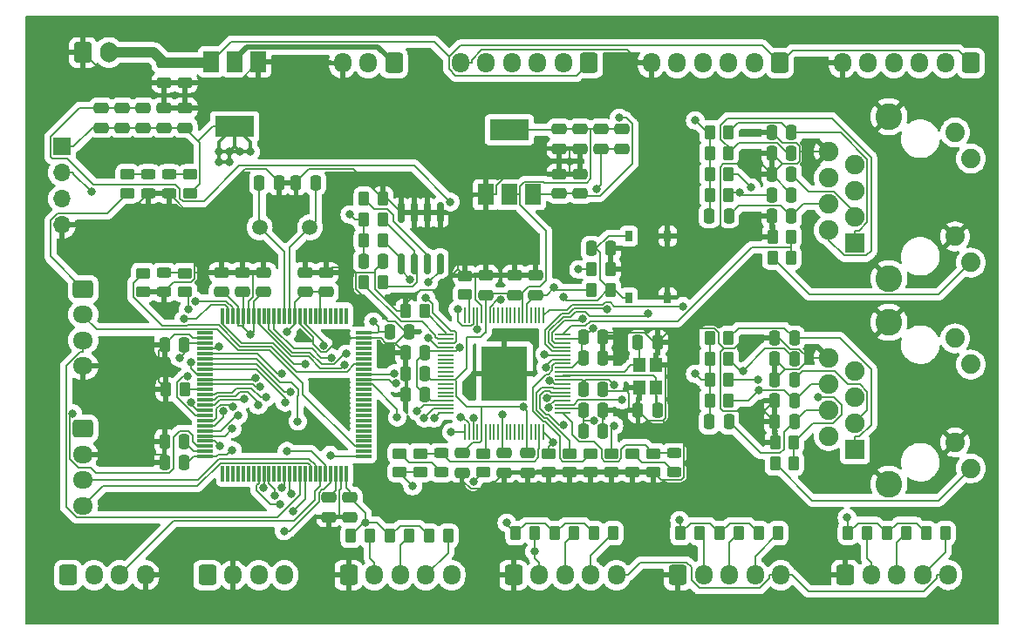
<source format=gbr>
%TF.GenerationSoftware,KiCad,Pcbnew,7.0.9*%
%TF.CreationDate,2024-01-09T22:49:00+01:00*%
%TF.ProjectId,Ax58100-stm32-ethercat,41783538-3130-4302-9d73-746d33322d65,rev?*%
%TF.SameCoordinates,Original*%
%TF.FileFunction,Copper,L1,Top*%
%TF.FilePolarity,Positive*%
%FSLAX46Y46*%
G04 Gerber Fmt 4.6, Leading zero omitted, Abs format (unit mm)*
G04 Created by KiCad (PCBNEW 7.0.9) date 2024-01-09 22:49:00*
%MOMM*%
%LPD*%
G01*
G04 APERTURE LIST*
G04 Aperture macros list*
%AMRoundRect*
0 Rectangle with rounded corners*
0 $1 Rounding radius*
0 $2 $3 $4 $5 $6 $7 $8 $9 X,Y pos of 4 corners*
0 Add a 4 corners polygon primitive as box body*
4,1,4,$2,$3,$4,$5,$6,$7,$8,$9,$2,$3,0*
0 Add four circle primitives for the rounded corners*
1,1,$1+$1,$2,$3*
1,1,$1+$1,$4,$5*
1,1,$1+$1,$6,$7*
1,1,$1+$1,$8,$9*
0 Add four rect primitives between the rounded corners*
20,1,$1+$1,$2,$3,$4,$5,0*
20,1,$1+$1,$4,$5,$6,$7,0*
20,1,$1+$1,$6,$7,$8,$9,0*
20,1,$1+$1,$8,$9,$2,$3,0*%
G04 Aperture macros list end*
%TA.AperFunction,ComponentPad*%
%ADD10RoundRect,0.250000X-0.725000X0.600000X-0.725000X-0.600000X0.725000X-0.600000X0.725000X0.600000X0*%
%TD*%
%TA.AperFunction,ComponentPad*%
%ADD11O,1.950000X1.700000*%
%TD*%
%TA.AperFunction,SMDPad,CuDef*%
%ADD12RoundRect,0.062500X0.062500X-0.675000X0.062500X0.675000X-0.062500X0.675000X-0.062500X-0.675000X0*%
%TD*%
%TA.AperFunction,SMDPad,CuDef*%
%ADD13RoundRect,0.062500X0.675000X-0.062500X0.675000X0.062500X-0.675000X0.062500X-0.675000X-0.062500X0*%
%TD*%
%TA.AperFunction,ComponentPad*%
%ADD14C,0.500000*%
%TD*%
%TA.AperFunction,SMDPad,CuDef*%
%ADD15R,4.500000X5.300000*%
%TD*%
%TA.AperFunction,SMDPad,CuDef*%
%ADD16RoundRect,0.250000X0.475000X-0.250000X0.475000X0.250000X-0.475000X0.250000X-0.475000X-0.250000X0*%
%TD*%
%TA.AperFunction,SMDPad,CuDef*%
%ADD17RoundRect,0.250000X0.262500X0.450000X-0.262500X0.450000X-0.262500X-0.450000X0.262500X-0.450000X0*%
%TD*%
%TA.AperFunction,SMDPad,CuDef*%
%ADD18RoundRect,0.075000X-0.075000X0.725000X-0.075000X-0.725000X0.075000X-0.725000X0.075000X0.725000X0*%
%TD*%
%TA.AperFunction,SMDPad,CuDef*%
%ADD19RoundRect,0.075000X-0.725000X0.075000X-0.725000X-0.075000X0.725000X-0.075000X0.725000X0.075000X0*%
%TD*%
%TA.AperFunction,SMDPad,CuDef*%
%ADD20RoundRect,0.150000X-0.150000X0.825000X-0.150000X-0.825000X0.150000X-0.825000X0.150000X0.825000X0*%
%TD*%
%TA.AperFunction,SMDPad,CuDef*%
%ADD21RoundRect,0.250000X0.450000X-0.262500X0.450000X0.262500X-0.450000X0.262500X-0.450000X-0.262500X0*%
%TD*%
%TA.AperFunction,SMDPad,CuDef*%
%ADD22RoundRect,0.250000X-0.250000X-0.475000X0.250000X-0.475000X0.250000X0.475000X-0.250000X0.475000X0*%
%TD*%
%TA.AperFunction,ComponentPad*%
%ADD23RoundRect,0.250000X0.600000X0.725000X-0.600000X0.725000X-0.600000X-0.725000X0.600000X-0.725000X0*%
%TD*%
%TA.AperFunction,ComponentPad*%
%ADD24O,1.700000X1.950000*%
%TD*%
%TA.AperFunction,ComponentPad*%
%ADD25R,1.700000X1.700000*%
%TD*%
%TA.AperFunction,ComponentPad*%
%ADD26O,1.700000X1.700000*%
%TD*%
%TA.AperFunction,SMDPad,CuDef*%
%ADD27RoundRect,0.250000X-0.262500X-0.450000X0.262500X-0.450000X0.262500X0.450000X-0.262500X0.450000X0*%
%TD*%
%TA.AperFunction,ComponentPad*%
%ADD28C,1.500000*%
%TD*%
%TA.AperFunction,SMDPad,CuDef*%
%ADD29RoundRect,0.243750X0.456250X-0.243750X0.456250X0.243750X-0.456250X0.243750X-0.456250X-0.243750X0*%
%TD*%
%TA.AperFunction,SMDPad,CuDef*%
%ADD30RoundRect,0.250000X-0.475000X0.250000X-0.475000X-0.250000X0.475000X-0.250000X0.475000X0.250000X0*%
%TD*%
%TA.AperFunction,ComponentPad*%
%ADD31RoundRect,0.250000X-0.600000X-0.725000X0.600000X-0.725000X0.600000X0.725000X-0.600000X0.725000X0*%
%TD*%
%TA.AperFunction,SMDPad,CuDef*%
%ADD32RoundRect,0.250000X-0.450000X0.262500X-0.450000X-0.262500X0.450000X-0.262500X0.450000X0.262500X0*%
%TD*%
%TA.AperFunction,SMDPad,CuDef*%
%ADD33RoundRect,0.250000X0.250000X0.475000X-0.250000X0.475000X-0.250000X-0.475000X0.250000X-0.475000X0*%
%TD*%
%TA.AperFunction,SMDPad,CuDef*%
%ADD34R,1.150000X1.400000*%
%TD*%
%TA.AperFunction,ComponentPad*%
%ADD35RoundRect,0.250000X-0.600000X-0.750000X0.600000X-0.750000X0.600000X0.750000X-0.600000X0.750000X0*%
%TD*%
%TA.AperFunction,ComponentPad*%
%ADD36O,1.700000X2.000000*%
%TD*%
%TA.AperFunction,ComponentPad*%
%ADD37R,1.900000X1.900000*%
%TD*%
%TA.AperFunction,ComponentPad*%
%ADD38C,1.900000*%
%TD*%
%TA.AperFunction,ComponentPad*%
%ADD39C,1.890000*%
%TD*%
%TA.AperFunction,ComponentPad*%
%ADD40C,2.600000*%
%TD*%
%TA.AperFunction,SMDPad,CuDef*%
%ADD41R,1.500000X2.000000*%
%TD*%
%TA.AperFunction,SMDPad,CuDef*%
%ADD42R,3.800000X2.000000*%
%TD*%
%TA.AperFunction,SMDPad,CuDef*%
%ADD43R,0.750000X1.000000*%
%TD*%
%TA.AperFunction,SMDPad,CuDef*%
%ADD44RoundRect,0.243750X-0.456250X0.243750X-0.456250X-0.243750X0.456250X-0.243750X0.456250X0.243750X0*%
%TD*%
%TA.AperFunction,ViaPad*%
%ADD45C,0.800000*%
%TD*%
%TA.AperFunction,Conductor*%
%ADD46C,0.200000*%
%TD*%
%TA.AperFunction,Conductor*%
%ADD47C,0.300000*%
%TD*%
%TA.AperFunction,Conductor*%
%ADD48C,0.500000*%
%TD*%
%TA.AperFunction,Conductor*%
%ADD49C,0.400000*%
%TD*%
%TA.AperFunction,Conductor*%
%ADD50C,1.000000*%
%TD*%
%TA.AperFunction,Conductor*%
%ADD51C,0.250000*%
%TD*%
G04 APERTURE END LIST*
D10*
%TO.P,J11,1,Pin_1*%
%TO.N,+5V*%
X144543000Y-90290000D03*
D11*
%TO.P,J11,2,Pin_2*%
%TO.N,STEP2_DIR*%
X144543000Y-92790000D03*
%TO.P,J11,3,Pin_3*%
%TO.N,STEP2_STEP*%
X144543000Y-95290000D03*
%TO.P,J11,4,Pin_4*%
%TO.N,GND*%
X144543000Y-97790000D03*
%TD*%
D12*
%TO.P,U2,1,SPI_INT*%
%TO.N,SINT*%
X181620000Y-104214500D03*
%TO.P,U2,2,SYNC_L0*%
%TO.N,SYNC0*%
X182020000Y-104214500D03*
%TO.P,U2,3,SYNC_L1*%
%TO.N,SYNC1*%
X182420000Y-104214500D03*
%TO.P,U2,4,GPIO02*%
%TO.N,unconnected-(U2-GPIO02-Pad4)*%
X182820000Y-104214500D03*
%TO.P,U2,5,VCCK*%
%TO.N,+1V2*%
X183220000Y-104214500D03*
%TO.P,U2,6,SPI_MISO*%
%TO.N,Net-(U2-SPI_MISO)*%
X183620000Y-104214500D03*
%TO.P,U2,7,FMISO*%
%TO.N,unconnected-(U2-FMISO-Pad7)*%
X184020000Y-104214500D03*
%TO.P,U2,8,GPIO27*%
%TO.N,unconnected-(U2-GPIO27-Pad8)*%
X184420000Y-104214500D03*
%TO.P,U2,9,FSCLK*%
%TO.N,unconnected-(U2-FSCLK-Pad9)*%
X184820000Y-104214500D03*
%TO.P,U2,10,VCC3IO*%
%TO.N,+3.3V*%
X185220000Y-104214500D03*
%TO.P,U2,11,GPIO28*%
%TO.N,unconnected-(U2-GPIO28-Pad11)*%
X185620000Y-104214500D03*
%TO.P,U2,12,FMOSI*%
%TO.N,unconnected-(U2-FMOSI-Pad12)*%
X186020000Y-104214500D03*
%TO.P,U2,13,GPIO29*%
%TO.N,unconnected-(U2-GPIO29-Pad13)*%
X186420000Y-104214500D03*
%TO.P,U2,14,GPIO14*%
%TO.N,unconnected-(U2-GPIO14-Pad14)*%
X186820000Y-104214500D03*
%TO.P,U2,15,GPIO30*%
%TO.N,unconnected-(U2-GPIO30-Pad15)*%
X187220000Y-104214500D03*
%TO.P,U2,16,VCCK*%
%TO.N,+1V2*%
X187620000Y-104214500D03*
%TO.P,U2,17,GPIO15*%
%TO.N,unconnected-(U2-GPIO15-Pad17)*%
X188020000Y-104214500D03*
%TO.P,U2,18,GPIO31*%
%TO.N,unconnected-(U2-GPIO31-Pad18)*%
X188420000Y-104214500D03*
%TO.P,U2,19,LED_RUN*%
%TO.N,LED_RUN*%
X188820000Y-104214500D03*
%TO.P,U2,20,LED_ERR*%
%TO.N,LED_ERR*%
X189220000Y-104214500D03*
D13*
%TO.P,U2,21,EEP_DONE*%
%TO.N,EEP_DONE*%
X191082500Y-102352000D03*
%TO.P,U2,22,VCC33A*%
%TO.N,+3.3VA*%
X191082500Y-101952000D03*
%TO.P,U2,23,P1_TXOP*%
%TO.N,P1_TXOP*%
X191082500Y-101552000D03*
%TO.P,U2,24,P1_TXON*%
%TO.N,P1_TXON*%
X191082500Y-101152000D03*
%TO.P,U2,25,P1_RXIP*%
%TO.N,P1_RXIP*%
X191082500Y-100752000D03*
%TO.P,U2,26,P1_RXIN*%
%TO.N,P1_RXIN*%
X191082500Y-100352000D03*
%TO.P,U2,27,P1_SD*%
%TO.N,Net-(U2-P1_SD)*%
X191082500Y-99952000D03*
%TO.P,U2,28,VCC33A*%
%TO.N,+3.3VA*%
X191082500Y-99552000D03*
%TO.P,U2,29,VCCK*%
%TO.N,+1V2*%
X191082500Y-99152000D03*
%TO.P,U2,30,XSCO*%
%TO.N,XSCO*%
X191082500Y-98752000D03*
%TO.P,U2,31,XSCI*%
%TO.N,XSCI*%
X191082500Y-98352000D03*
%TO.P,U2,32,VCC33A*%
%TO.N,+3.3VA*%
X191082500Y-97952000D03*
%TO.P,U2,33,RESET_BG*%
%TO.N,Net-(U2-RESET_BG)*%
X191082500Y-97552000D03*
%TO.P,U2,34,P0_SD*%
%TO.N,Net-(U2-P0_SD)*%
X191082500Y-97152000D03*
%TO.P,U2,35,P0_RXIN*%
%TO.N,P0_RXIN*%
X191082500Y-96752000D03*
%TO.P,U2,36,P0_RXIP*%
%TO.N,P0_RXIP*%
X191082500Y-96352000D03*
%TO.P,U2,37,P0_TXON*%
%TO.N,P0_TXON*%
X191082500Y-95952000D03*
%TO.P,U2,38,P0_TXOP*%
%TO.N,P0_TXOP*%
X191082500Y-95552000D03*
%TO.P,U2,39,VCC33A*%
%TO.N,+3.3VA*%
X191082500Y-95152000D03*
%TO.P,U2,40,P0_ACT*%
%TO.N,P0_ACT*%
X191082500Y-94752000D03*
D12*
%TO.P,U2,41,P1_ACT*%
%TO.N,P1_ACT*%
X189220000Y-92889500D03*
%TO.P,U2,42,GPIO20*%
%TO.N,unconnected-(U2-GPIO20-Pad42)*%
X188820000Y-92889500D03*
%TO.P,U2,43,GPIO00*%
%TO.N,unconnected-(U2-GPIO00-Pad43)*%
X188420000Y-92889500D03*
%TO.P,U2,44,GPIO16*%
%TO.N,unconnected-(U2-GPIO16-Pad44)*%
X188020000Y-92889500D03*
%TO.P,U2,45,VCC3IO*%
%TO.N,+3.3V*%
X187620000Y-92889500D03*
%TO.P,U2,46,VCCK*%
%TO.N,+1V2*%
X187220000Y-92889500D03*
%TO.P,U2,47,GPIO01*%
%TO.N,unconnected-(U2-GPIO01-Pad47)*%
X186820000Y-92889500D03*
%TO.P,U2,48,GPIO17*%
%TO.N,unconnected-(U2-GPIO17-Pad48)*%
X186420000Y-92889500D03*
%TO.P,U2,49,SFINT*%
%TO.N,unconnected-(U2-SFINT-Pad49)*%
X186020000Y-92889500D03*
%TO.P,U2,50,GPIO18*%
%TO.N,unconnected-(U2-GPIO18-Pad50)*%
X185620000Y-92889500D03*
%TO.P,U2,51,GPIO03*%
%TO.N,unconnected-(U2-GPIO03-Pad51)*%
X185220000Y-92889500D03*
%TO.P,U2,52,GPIO19*%
%TO.N,unconnected-(U2-GPIO19-Pad52)*%
X184820000Y-92889500D03*
%TO.P,U2,53,GPIO05*%
%TO.N,unconnected-(U2-GPIO05-Pad53)*%
X184420000Y-92889500D03*
%TO.P,U2,54,VCC12A_PLL*%
%TO.N,A1V2*%
X184020000Y-92889500D03*
%TO.P,U2,55,VCCK*%
%TO.N,+1V2*%
X183620000Y-92889500D03*
%TO.P,U2,56,FM*%
%TO.N,GND*%
X183220000Y-92889500D03*
%TO.P,U2,57,RSTn*%
%TO.N,RESET_MCU*%
X182820000Y-92889500D03*
%TO.P,U2,58,RSTO*%
%TO.N,RSTO*%
X182420000Y-92889500D03*
%TO.P,U2,59,TEST*%
%TO.N,Net-(U2-TEST)*%
X182020000Y-92889500D03*
%TO.P,U2,60,GPIO04*%
%TO.N,unconnected-(U2-GPIO04-Pad60)*%
X181620000Y-92889500D03*
D13*
%TO.P,U2,61,PDI_EMU*%
%TO.N,PDI_EMU*%
X179757500Y-94752000D03*
%TO.P,U2,62,I2C_SCL*%
%TO.N,Net-(U2-I2C_SCL)*%
X179757500Y-95152000D03*
%TO.P,U2,63,I2C_SDA*%
%TO.N,I2C_SDA*%
X179757500Y-95552000D03*
%TO.P,U2,64,SPI_CLK*%
%TO.N,SPI_SCK*%
X179757500Y-95952000D03*
%TO.P,U2,65,VCC3IO*%
%TO.N,+3.3V*%
X179757500Y-96352000D03*
%TO.P,U2,66,GPIO21*%
%TO.N,unconnected-(U2-GPIO21-Pad66)*%
X179757500Y-96752000D03*
%TO.P,U2,67,GPIO06*%
%TO.N,unconnected-(U2-GPIO06-Pad67)*%
X179757500Y-97152000D03*
%TO.P,U2,68,GPIO22*%
%TO.N,unconnected-(U2-GPIO22-Pad68)*%
X179757500Y-97552000D03*
%TO.P,U2,69,GPIO07*%
%TO.N,unconnected-(U2-GPIO07-Pad69)*%
X179757500Y-97952000D03*
%TO.P,U2,70,GPIO23*%
%TO.N,unconnected-(U2-GPIO23-Pad70)*%
X179757500Y-98352000D03*
%TO.P,U2,71,GPIO08*%
%TO.N,unconnected-(U2-GPIO08-Pad71)*%
X179757500Y-98752000D03*
%TO.P,U2,72,VCCK*%
%TO.N,+1V2*%
X179757500Y-99152000D03*
%TO.P,U2,73,GPIO24*%
%TO.N,unconnected-(U2-GPIO24-Pad73)*%
X179757500Y-99552000D03*
%TO.P,U2,74,GPIO09*%
%TO.N,unconnected-(U2-GPIO09-Pad74)*%
X179757500Y-99952000D03*
%TO.P,U2,75,GPIO25*%
%TO.N,unconnected-(U2-GPIO25-Pad75)*%
X179757500Y-100352000D03*
%TO.P,U2,76,GPIO26*%
%TO.N,unconnected-(U2-GPIO26-Pad76)*%
X179757500Y-100752000D03*
%TO.P,U2,77,VCC3IO*%
%TO.N,+3.3V*%
X179757500Y-101152000D03*
%TO.P,U2,78,SPI_MOSI*%
%TO.N,SPI_MOSI*%
X179757500Y-101552000D03*
%TO.P,U2,79,SCS_ESC*%
%TO.N,SPI_CS*%
X179757500Y-101952000D03*
%TO.P,U2,80,SCS_FUNC*%
%TO.N,SCS_FUNC*%
X179757500Y-102352000D03*
D14*
%TO.P,U2,81,GND_EPAD*%
%TO.N,GND*%
X183620000Y-100352000D03*
X184820000Y-100352000D03*
X186020000Y-100352000D03*
X187220000Y-100352000D03*
X183620000Y-99152000D03*
X184820000Y-99152000D03*
X186020000Y-99152000D03*
X187220000Y-99152000D03*
D15*
X185420000Y-98552000D03*
D14*
X183620000Y-97952000D03*
X184820000Y-97952000D03*
X186020000Y-97952000D03*
X187220000Y-97952000D03*
X183620000Y-96752000D03*
X184820000Y-96752000D03*
X186020000Y-96752000D03*
X187220000Y-96752000D03*
%TD*%
D16*
%TO.P,B7,1*%
%TO.N,+3.3V*%
X146304000Y-74610000D03*
%TO.P,B7,2*%
%TO.N,+3.3VA*%
X146304000Y-72710000D03*
%TD*%
D17*
%TO.P,R18,1*%
%TO.N,ENC2_Z*%
X204366500Y-114046000D03*
%TO.P,R18,2*%
%TO.N,+3.3V*%
X202541500Y-114046000D03*
%TD*%
D18*
%TO.P,U4,1,PE2*%
%TO.N,unconnected-(U4-PE2-Pad1)*%
X170084000Y-92909000D03*
%TO.P,U4,2,PE3*%
%TO.N,unconnected-(U4-PE3-Pad2)*%
X169584000Y-92909000D03*
%TO.P,U4,3,PE4*%
%TO.N,unconnected-(U4-PE4-Pad3)*%
X169084000Y-92909000D03*
%TO.P,U4,4,PE5*%
%TO.N,unconnected-(U4-PE5-Pad4)*%
X168584000Y-92909000D03*
%TO.P,U4,5,PE6*%
%TO.N,unconnected-(U4-PE6-Pad5)*%
X168084000Y-92909000D03*
%TO.P,U4,6,VBAT*%
%TO.N,+3.3V*%
X167584000Y-92909000D03*
%TO.P,U4,7,PC13*%
%TO.N,unconnected-(U4-PC13-Pad7)*%
X167084000Y-92909000D03*
%TO.P,U4,8,PC14*%
%TO.N,unconnected-(U4-PC14-Pad8)*%
X166584000Y-92909000D03*
%TO.P,U4,9,PC15*%
%TO.N,SCS_FUNC*%
X166084000Y-92909000D03*
%TO.P,U4,10,VSS*%
%TO.N,GND*%
X165584000Y-92909000D03*
%TO.P,U4,11,VDD*%
%TO.N,+3.3V*%
X165084000Y-92909000D03*
%TO.P,U4,12,PH0*%
%TO.N,Net-(U4-PH0)*%
X164584000Y-92909000D03*
%TO.P,U4,13,PH1*%
%TO.N,Net-(U4-PH1)*%
X164084000Y-92909000D03*
%TO.P,U4,14,NRST*%
%TO.N,RST_MCU*%
X163584000Y-92909000D03*
%TO.P,U4,15,PC0*%
%TO.N,SINT*%
X163084000Y-92909000D03*
%TO.P,U4,16,PC1*%
%TO.N,SYNC1*%
X162584000Y-92909000D03*
%TO.P,U4,17,PC2*%
%TO.N,unconnected-(U4-PC2-Pad17)*%
X162084000Y-92909000D03*
%TO.P,U4,18,PC3*%
%TO.N,SYNC0*%
X161584000Y-92909000D03*
%TO.P,U4,19,VDD*%
%TO.N,+3.3V*%
X161084000Y-92909000D03*
%TO.P,U4,20,VSSA*%
%TO.N,GND*%
X160584000Y-92909000D03*
%TO.P,U4,21,VREF+*%
%TO.N,+3.3V*%
X160084000Y-92909000D03*
%TO.P,U4,22,VDDA*%
X159584000Y-92909000D03*
%TO.P,U4,23,PA0*%
%TO.N,ENC1_A*%
X159084000Y-92909000D03*
%TO.P,U4,24,PA1*%
%TO.N,ENC1_B*%
X158584000Y-92909000D03*
%TO.P,U4,25,PA2*%
%TO.N,ENC1_Z*%
X158084000Y-92909000D03*
D19*
%TO.P,U4,26,PA3*%
%TO.N,unconnected-(U4-PA3-Pad26)*%
X156409000Y-94584000D03*
%TO.P,U4,27,VSS*%
%TO.N,GND*%
X156409000Y-95084000D03*
%TO.P,U4,28,VDD*%
%TO.N,+3.3V*%
X156409000Y-95584000D03*
%TO.P,U4,29,PA4*%
%TO.N,DAC1*%
X156409000Y-96084000D03*
%TO.P,U4,30,PA5*%
%TO.N,SPI_SCK*%
X156409000Y-96584000D03*
%TO.P,U4,31,PA6*%
%TO.N,SPI_MISO*%
X156409000Y-97084000D03*
%TO.P,U4,32,PA7*%
%TO.N,SPI_MOSI*%
X156409000Y-97584000D03*
%TO.P,U4,33,PC4*%
%TO.N,SPI_CS*%
X156409000Y-98084000D03*
%TO.P,U4,34,PC5*%
%TO.N,IO1*%
X156409000Y-98584000D03*
%TO.P,U4,35,PB0*%
%TO.N,IO2*%
X156409000Y-99084000D03*
%TO.P,U4,36,PB1*%
%TO.N,IO3*%
X156409000Y-99584000D03*
%TO.P,U4,37,PB2*%
%TO.N,/STM32F4/BOOT1*%
X156409000Y-100084000D03*
%TO.P,U4,38,PE7*%
%TO.N,IO4*%
X156409000Y-100584000D03*
%TO.P,U4,39,PE8*%
%TO.N,IO5*%
X156409000Y-101084000D03*
%TO.P,U4,40,PE9*%
%TO.N,IO6*%
X156409000Y-101584000D03*
%TO.P,U4,41,PE10*%
%TO.N,IO7*%
X156409000Y-102084000D03*
%TO.P,U4,42,PE11*%
%TO.N,IO8*%
X156409000Y-102584000D03*
%TO.P,U4,43,PE12*%
%TO.N,IO9*%
X156409000Y-103084000D03*
%TO.P,U4,44,PE13*%
%TO.N,IO10*%
X156409000Y-103584000D03*
%TO.P,U4,45,PE14*%
%TO.N,IO11*%
X156409000Y-104084000D03*
%TO.P,U4,46,PE15*%
%TO.N,IO12*%
X156409000Y-104584000D03*
%TO.P,U4,47,PB10*%
%TO.N,I2C2_SCL*%
X156409000Y-105084000D03*
%TO.P,U4,48,PB11*%
%TO.N,I2C2_SDA*%
X156409000Y-105584000D03*
%TO.P,U4,49,VCAP_1*%
%TO.N,Net-(U4-VCAP_1)*%
X156409000Y-106084000D03*
%TO.P,U4,50,VDD*%
%TO.N,+3.3V*%
X156409000Y-106584000D03*
D18*
%TO.P,U4,51,PB12*%
%TO.N,unconnected-(U4-PB12-Pad51)*%
X158084000Y-108259000D03*
%TO.P,U4,52,PB13*%
%TO.N,unconnected-(U4-PB13-Pad52)*%
X158584000Y-108259000D03*
%TO.P,U4,53,PB14*%
%TO.N,unconnected-(U4-PB14-Pad53)*%
X159084000Y-108259000D03*
%TO.P,U4,54,PB15*%
%TO.N,unconnected-(U4-PB15-Pad54)*%
X159584000Y-108259000D03*
%TO.P,U4,55,PD8*%
%TO.N,unconnected-(U4-PD8-Pad55)*%
X160084000Y-108259000D03*
%TO.P,U4,56,PD9*%
%TO.N,unconnected-(U4-PD9-Pad56)*%
X160584000Y-108259000D03*
%TO.P,U4,57,PD10*%
%TO.N,unconnected-(U4-PD10-Pad57)*%
X161084000Y-108259000D03*
%TO.P,U4,58,PD11*%
%TO.N,ENC3_Z*%
X161584000Y-108259000D03*
%TO.P,U4,59,PD12*%
%TO.N,ENC3_A*%
X162084000Y-108259000D03*
%TO.P,U4,60,PD13*%
%TO.N,ENC3_B*%
X162584000Y-108259000D03*
%TO.P,U4,61,PD14*%
%TO.N,unconnected-(U4-PD14-Pad61)*%
X163084000Y-108259000D03*
%TO.P,U4,62,PD15*%
%TO.N,unconnected-(U4-PD15-Pad62)*%
X163584000Y-108259000D03*
%TO.P,U4,63,PC6*%
%TO.N,ENC4_A*%
X164084000Y-108259000D03*
%TO.P,U4,64,PC7*%
%TO.N,ENC4_B*%
X164584000Y-108259000D03*
%TO.P,U4,65,PC8*%
%TO.N,unconnected-(U4-PC8-Pad65)*%
X165084000Y-108259000D03*
%TO.P,U4,66,PC9*%
%TO.N,STEP2_STEP*%
X165584000Y-108259000D03*
%TO.P,U4,67,PA8*%
%TO.N,ENC4_Z*%
X166084000Y-108259000D03*
%TO.P,U4,68,PA9*%
%TO.N,TX*%
X166584000Y-108259000D03*
%TO.P,U4,69,PA10*%
%TO.N,RX*%
X167084000Y-108259000D03*
%TO.P,U4,70,PA11*%
%TO.N,STEP1_STEP*%
X167584000Y-108259000D03*
%TO.P,U4,71,PA12*%
%TO.N,STEP1_DIR*%
X168084000Y-108259000D03*
%TO.P,U4,72,PA13*%
%TO.N,SWDIO*%
X168584000Y-108259000D03*
%TO.P,U4,73,VCAP_2*%
%TO.N,Net-(U4-VCAP_2)*%
X169084000Y-108259000D03*
%TO.P,U4,74,VSS*%
%TO.N,GND*%
X169584000Y-108259000D03*
%TO.P,U4,75,VDD*%
%TO.N,+3.3V*%
X170084000Y-108259000D03*
D19*
%TO.P,U4,76,PA14*%
%TO.N,SWCLK*%
X171759000Y-106584000D03*
%TO.P,U4,77,PA15*%
%TO.N,unconnected-(U4-PA15-Pad77)*%
X171759000Y-106084000D03*
%TO.P,U4,78,PC10*%
%TO.N,STEP2_DIR*%
X171759000Y-105584000D03*
%TO.P,U4,79,PC11*%
%TO.N,unconnected-(U4-PC11-Pad79)*%
X171759000Y-105084000D03*
%TO.P,U4,80,PC12*%
%TO.N,unconnected-(U4-PC12-Pad80)*%
X171759000Y-104584000D03*
%TO.P,U4,81,PD0*%
%TO.N,unconnected-(U4-PD0-Pad81)*%
X171759000Y-104084000D03*
%TO.P,U4,82,PD1*%
%TO.N,unconnected-(U4-PD1-Pad82)*%
X171759000Y-103584000D03*
%TO.P,U4,83,PD2*%
%TO.N,unconnected-(U4-PD2-Pad83)*%
X171759000Y-103084000D03*
%TO.P,U4,84,PD3*%
%TO.N,unconnected-(U4-PD3-Pad84)*%
X171759000Y-102584000D03*
%TO.P,U4,85,PD4*%
%TO.N,unconnected-(U4-PD4-Pad85)*%
X171759000Y-102084000D03*
%TO.P,U4,86,PD5*%
%TO.N,unconnected-(U4-PD5-Pad86)*%
X171759000Y-101584000D03*
%TO.P,U4,87,PD6*%
%TO.N,unconnected-(U4-PD6-Pad87)*%
X171759000Y-101084000D03*
%TO.P,U4,88,PD7*%
%TO.N,unconnected-(U4-PD7-Pad88)*%
X171759000Y-100584000D03*
%TO.P,U4,89,PB3*%
%TO.N,unconnected-(U4-PB3-Pad89)*%
X171759000Y-100084000D03*
%TO.P,U4,90,PB4*%
%TO.N,ENC2_A*%
X171759000Y-99584000D03*
%TO.P,U4,91,PB5*%
%TO.N,ENC2_B*%
X171759000Y-99084000D03*
%TO.P,U4,92,PB6*%
%TO.N,ENC2_Z*%
X171759000Y-98584000D03*
%TO.P,U4,93,PB7*%
%TO.N,unconnected-(U4-PB7-Pad93)*%
X171759000Y-98084000D03*
%TO.P,U4,94,BOOT0*%
%TO.N,Net-(U4-BOOT0)*%
X171759000Y-97584000D03*
%TO.P,U4,95,PB8*%
%TO.N,unconnected-(U4-PB8-Pad95)*%
X171759000Y-97084000D03*
%TO.P,U4,96,PB9*%
%TO.N,unconnected-(U4-PB9-Pad96)*%
X171759000Y-96584000D03*
%TO.P,U4,97,PE0*%
%TO.N,unconnected-(U4-PE0-Pad97)*%
X171759000Y-96084000D03*
%TO.P,U4,98,PE1*%
%TO.N,unconnected-(U4-PE1-Pad98)*%
X171759000Y-95584000D03*
%TO.P,U4,99,VSS*%
%TO.N,GND*%
X171759000Y-95084000D03*
%TO.P,U4,100,VDD*%
%TO.N,+3.3V*%
X171759000Y-94584000D03*
%TD*%
D20*
%TO.P,U3,1,A0*%
%TO.N,GND*%
X179197000Y-82869000D03*
%TO.P,U3,2,A1*%
X177927000Y-82869000D03*
%TO.P,U3,3,A2*%
X176657000Y-82869000D03*
%TO.P,U3,4,GND*%
X175387000Y-82869000D03*
%TO.P,U3,5,SDA*%
%TO.N,I2C_SDA*%
X175387000Y-87819000D03*
%TO.P,U3,6,SCL*%
%TO.N,I2C_SCL*%
X176657000Y-87819000D03*
%TO.P,U3,7,WP*%
%TO.N,Net-(U3-WP)*%
X177927000Y-87819000D03*
%TO.P,U3,8,VCC*%
%TO.N,+3.3V*%
X179197000Y-87819000D03*
%TD*%
D21*
%TO.P,R30,1*%
%TO.N,SPI_MISO*%
X183388000Y-108100500D03*
%TO.P,R30,2*%
%TO.N,Net-(U2-SPI_MISO)*%
X183388000Y-106275500D03*
%TD*%
D22*
%TO.P,C3,1*%
%TO.N,GND*%
X211404200Y-79146400D03*
%TO.P,C3,2*%
%TO.N,P0_RXIP*%
X213304200Y-79146400D03*
%TD*%
D23*
%TO.P,J1,1,Pin_1*%
%TO.N,+5V*%
X230726000Y-68326000D03*
D24*
%TO.P,J1,2,Pin_2*%
%TO.N,IO1*%
X228226000Y-68326000D03*
%TO.P,J1,3,Pin_3*%
%TO.N,IO2*%
X225726000Y-68326000D03*
%TO.P,J1,4,Pin_4*%
%TO.N,IO3*%
X223226000Y-68326000D03*
%TO.P,J1,5,Pin_5*%
%TO.N,IO4*%
X220726000Y-68326000D03*
%TO.P,J1,6,Pin_6*%
%TO.N,GND*%
X218226000Y-68326000D03*
%TD*%
D23*
%TO.P,J3,1,Pin_1*%
%TO.N,+5V*%
X212184000Y-68326000D03*
D24*
%TO.P,J3,2,Pin_2*%
%TO.N,IO5*%
X209684000Y-68326000D03*
%TO.P,J3,3,Pin_3*%
%TO.N,IO6*%
X207184000Y-68326000D03*
%TO.P,J3,4,Pin_4*%
%TO.N,IO7*%
X204684000Y-68326000D03*
%TO.P,J3,5,Pin_5*%
%TO.N,IO8*%
X202184000Y-68326000D03*
%TO.P,J3,6,Pin_6*%
%TO.N,GND*%
X199684000Y-68326000D03*
%TD*%
D25*
%TO.P,J14,1,Pin_1*%
%TO.N,+3.3V*%
X142494000Y-76464000D03*
D26*
%TO.P,J14,2,Pin_2*%
%TO.N,I2C2_SCL*%
X142494000Y-79004000D03*
%TO.P,J14,3,Pin_3*%
%TO.N,I2C2_SDA*%
X142494000Y-81544000D03*
%TO.P,J14,4,Pin_4*%
%TO.N,GND*%
X142494000Y-84084000D03*
%TD*%
D17*
%TO.P,R29,1*%
%TO.N,ENC4_Z*%
X188364500Y-114046000D03*
%TO.P,R29,2*%
%TO.N,+3.3V*%
X186539500Y-114046000D03*
%TD*%
D27*
%TO.P,R44,1*%
%TO.N,GND*%
X152587000Y-100050000D03*
%TO.P,R44,2*%
%TO.N,/STM32F4/BOOT1*%
X154412000Y-100050000D03*
%TD*%
D16*
%TO.P,C36,1*%
%TO.N,+3.3V*%
X168128000Y-90586000D03*
%TO.P,C36,2*%
%TO.N,GND*%
X168128000Y-88686000D03*
%TD*%
D28*
%TO.P,Y2,1,1*%
%TO.N,Net-(U4-PH1)*%
X161680000Y-84302000D03*
%TO.P,Y2,2,2*%
%TO.N,Net-(U4-PH0)*%
X166560000Y-84302000D03*
%TD*%
D27*
%TO.P,R37,1*%
%TO.N,Net-(U3-WP)*%
X171807500Y-81534000D03*
%TO.P,R37,2*%
%TO.N,GND*%
X173632500Y-81534000D03*
%TD*%
D29*
%TO.P,D1,1,K*%
%TO.N,Net-(D1-K)*%
X201930000Y-108125500D03*
%TO.P,D1,2,A*%
%TO.N,EEP_DONE*%
X201930000Y-106250500D03*
%TD*%
D22*
%TO.P,C2,1*%
%TO.N,GND*%
X211404200Y-77114400D03*
%TO.P,C2,2*%
%TO.N,P0_TXON*%
X213304200Y-77114400D03*
%TD*%
D30*
%TO.P,C34,1*%
%TO.N,+3.3V*%
X170434000Y-110556000D03*
%TO.P,C34,2*%
%TO.N,GND*%
X170434000Y-112456000D03*
%TD*%
D17*
%TO.P,R6,1*%
%TO.N,P1_ACT*%
X213530500Y-105232200D03*
%TO.P,R6,2*%
%TO.N,GND*%
X211705500Y-105232200D03*
%TD*%
D31*
%TO.P,J6,1,Pin_1*%
%TO.N,GND*%
X186302000Y-118110000D03*
D24*
%TO.P,J6,2,Pin_2*%
%TO.N,ENC4_Z*%
X188802000Y-118110000D03*
%TO.P,J6,3,Pin_3*%
%TO.N,ENC4_B*%
X191302000Y-118110000D03*
%TO.P,J6,4,Pin_4*%
%TO.N,ENC4_A*%
X193802000Y-118110000D03*
%TO.P,J6,5,Pin_5*%
%TO.N,+5V*%
X196302000Y-118110000D03*
%TD*%
D32*
%TO.P,R26,1*%
%TO.N,Net-(U2-P1_SD)*%
X191770000Y-106275500D03*
%TO.P,R26,2*%
%TO.N,GND*%
X191770000Y-108100500D03*
%TD*%
D22*
%TO.P,C32,1*%
%TO.N,+3.3V*%
X174290000Y-94462000D03*
%TO.P,C32,2*%
%TO.N,GND*%
X176190000Y-94462000D03*
%TD*%
%TO.P,C8,1*%
%TO.N,GND*%
X211668000Y-99136200D03*
%TO.P,C8,2*%
%TO.N,P1_RXIP*%
X213568000Y-99136200D03*
%TD*%
D30*
%TO.P,C48,1*%
%TO.N,+5V*%
X152400000Y-68326000D03*
%TO.P,C48,2*%
%TO.N,GND*%
X152400000Y-70226000D03*
%TD*%
D21*
%TO.P,R20,1*%
%TO.N,GND*%
X197866000Y-108100500D03*
%TO.P,R20,2*%
%TO.N,Net-(D1-K)*%
X197866000Y-106275500D03*
%TD*%
D33*
%TO.P,C47,1*%
%TO.N,+3.3V*%
X154346000Y-107162000D03*
%TO.P,C47,2*%
%TO.N,GND*%
X152446000Y-107162000D03*
%TD*%
%TO.P,C45,1*%
%TO.N,+3.3V*%
X154346000Y-95732000D03*
%TO.P,C45,2*%
%TO.N,GND*%
X152446000Y-95732000D03*
%TD*%
D22*
%TO.P,C7,1*%
%TO.N,GND*%
X211668000Y-97104200D03*
%TO.P,C7,2*%
%TO.N,P1_TXON*%
X213568000Y-97104200D03*
%TD*%
D17*
%TO.P,R8,1*%
%TO.N,ENC2_A*%
X211986500Y-114046000D03*
%TO.P,R8,2*%
%TO.N,+3.3V*%
X210161500Y-114046000D03*
%TD*%
D16*
%TO.P,C27,1*%
%TO.N,+1V2*%
X183642000Y-90866000D03*
%TO.P,C27,2*%
%TO.N,GND*%
X183642000Y-88966000D03*
%TD*%
D22*
%TO.P,C46,1*%
%TO.N,GND*%
X152446000Y-105130000D03*
%TO.P,C46,2*%
%TO.N,Net-(U4-VCAP_1)*%
X154346000Y-105130000D03*
%TD*%
D29*
%TO.P,D5,1,K*%
%TO.N,GND*%
X150876000Y-81026000D03*
%TO.P,D5,2,A*%
%TO.N,Net-(D5-A)*%
X150876000Y-79151000D03*
%TD*%
D17*
%TO.P,R5,1*%
%TO.N,P0_ACT*%
X213276500Y-87249000D03*
%TO.P,R5,2*%
%TO.N,Net-(IN1-Pad9)*%
X211451500Y-87249000D03*
%TD*%
D16*
%TO.P,C41,1*%
%TO.N,+3.3V*%
X160000000Y-90586000D03*
%TO.P,C41,2*%
%TO.N,GND*%
X160000000Y-88686000D03*
%TD*%
D17*
%TO.P,R16,1*%
%TO.N,P1_RXIP*%
X207180500Y-99136200D03*
%TO.P,R16,2*%
%TO.N,+3.3V*%
X205355500Y-99136200D03*
%TD*%
D27*
%TO.P,R34,1*%
%TO.N,GND*%
X175871500Y-92456000D03*
%TO.P,R34,2*%
%TO.N,PDI_EMU*%
X177696500Y-92456000D03*
%TD*%
D22*
%TO.P,C5,1*%
%TO.N,GND*%
X211404200Y-83210400D03*
%TO.P,C5,2*%
%TO.N,Net-(IN1-RCT)*%
X213304200Y-83210400D03*
%TD*%
D33*
%TO.P,C12,1*%
%TO.N,XSCO*%
X200302000Y-102108000D03*
%TO.P,C12,2*%
%TO.N,GND*%
X198402000Y-102108000D03*
%TD*%
D34*
%TO.P,Y1,1,1*%
%TO.N,XSCI*%
X198552000Y-97706000D03*
%TO.P,Y1,2,2*%
%TO.N,GND*%
X198552000Y-99906000D03*
%TO.P,Y1,3,3*%
%TO.N,XSCO*%
X200152000Y-99906000D03*
%TO.P,Y1,4,4*%
%TO.N,GND*%
X200152000Y-97706000D03*
%TD*%
D17*
%TO.P,R23,1*%
%TO.N,GND*%
X195730500Y-88392000D03*
%TO.P,R23,2*%
%TO.N,RSTO*%
X193905500Y-88392000D03*
%TD*%
D21*
%TO.P,R35,1*%
%TO.N,+3.3V*%
X175260000Y-108100500D03*
%TO.P,R35,2*%
%TO.N,Net-(D2-A)*%
X175260000Y-106275500D03*
%TD*%
D32*
%TO.P,R46,1*%
%TO.N,Net-(D5-A)*%
X148844000Y-79151000D03*
%TO.P,R46,2*%
%TO.N,+5V*%
X148844000Y-80976000D03*
%TD*%
D23*
%TO.P,J5,1,Pin_1*%
%TO.N,+5V*%
X193662000Y-68326000D03*
D24*
%TO.P,J5,2,Pin_2*%
%TO.N,IO9*%
X191162000Y-68326000D03*
%TO.P,J5,3,Pin_3*%
%TO.N,IO10*%
X188662000Y-68326000D03*
%TO.P,J5,4,Pin_4*%
%TO.N,IO11*%
X186162000Y-68326000D03*
%TO.P,J5,5,Pin_5*%
%TO.N,IO12*%
X183662000Y-68326000D03*
%TO.P,J5,6,Pin_6*%
%TO.N,GND*%
X181162000Y-68326000D03*
%TD*%
D16*
%TO.P,C35,1*%
%TO.N,GND*%
X168402000Y-112456000D03*
%TO.P,C35,2*%
%TO.N,Net-(U4-VCAP_2)*%
X168402000Y-110556000D03*
%TD*%
D31*
%TO.P,J4,1,Pin_1*%
%TO.N,GND*%
X202264000Y-118110000D03*
D24*
%TO.P,J4,2,Pin_2*%
%TO.N,ENC2_Z*%
X204764000Y-118110000D03*
%TO.P,J4,3,Pin_3*%
%TO.N,ENC2_B*%
X207264000Y-118110000D03*
%TO.P,J4,4,Pin_4*%
%TO.N,ENC2_A*%
X209764000Y-118110000D03*
%TO.P,J4,5,Pin_5*%
%TO.N,+5V*%
X212264000Y-118110000D03*
%TD*%
D30*
%TO.P,C24,1*%
%TO.N,+1V2*%
X187706000Y-106238000D03*
%TO.P,C24,2*%
%TO.N,GND*%
X187706000Y-108138000D03*
%TD*%
D22*
%TO.P,C1,1*%
%TO.N,GND*%
X211404200Y-75082400D03*
%TO.P,C1,2*%
%TO.N,P0_TXOP*%
X213304200Y-75082400D03*
%TD*%
D17*
%TO.P,R41,1*%
%TO.N,ENC3_Z*%
X172362500Y-114300000D03*
%TO.P,R41,2*%
%TO.N,+3.3V*%
X170537500Y-114300000D03*
%TD*%
D30*
%TO.P,C28,1*%
%TO.N,+1V2*%
X181356000Y-106238000D03*
%TO.P,C28,2*%
%TO.N,GND*%
X181356000Y-108138000D03*
%TD*%
D32*
%TO.P,R21,1*%
%TO.N,Net-(U2-P0_SD)*%
X195834000Y-106275500D03*
%TO.P,R21,2*%
%TO.N,GND*%
X195834000Y-108100500D03*
%TD*%
D35*
%TO.P,J10,1,Pin_1*%
%TO.N,GND*%
X144526000Y-67310000D03*
D36*
%TO.P,J10,2,Pin_2*%
%TO.N,+5V*%
X147026000Y-67310000D03*
%TD*%
D16*
%TO.P,C40,1*%
%TO.N,+3.3V*%
X162032000Y-90586000D03*
%TO.P,C40,2*%
%TO.N,GND*%
X162032000Y-88686000D03*
%TD*%
D17*
%TO.P,R3,1*%
%TO.N,ENC1_Z*%
X220622500Y-114029000D03*
%TO.P,R3,2*%
%TO.N,+3.3V*%
X218797500Y-114029000D03*
%TD*%
D37*
%TO.P,IN1,1,TD+*%
%TO.N,P0_TXOP*%
X219456000Y-85852000D03*
D38*
%TO.P,IN1,2,TD-*%
%TO.N,P0_TXON*%
X216916000Y-84582000D03*
%TO.P,IN1,3,RD+*%
%TO.N,P0_RXIP*%
X219456000Y-83312000D03*
%TO.P,IN1,4,TCT*%
%TO.N,Net-(IN1-RCT)*%
X216916000Y-82042000D03*
%TO.P,IN1,5,RCT*%
X219456000Y-80772000D03*
%TO.P,IN1,6,RD-*%
%TO.N,P0_RXIN*%
X216916000Y-79502000D03*
%TO.P,IN1,7,NC*%
%TO.N,unconnected-(IN1-NC-Pad7)*%
X219456000Y-78232000D03*
%TO.P,IN1,8,CHS_GND*%
%TO.N,GND*%
X216916000Y-76962000D03*
D39*
%TO.P,IN1,9*%
%TO.N,Net-(IN1-Pad9)*%
X230708200Y-87731600D03*
%TO.P,IN1,10*%
%TO.N,GND*%
X229184200Y-85191600D03*
%TO.P,IN1,11*%
%TO.N,unconnected-(IN1-Pad11)*%
X230708200Y-77622400D03*
%TO.P,IN1,12*%
%TO.N,unconnected-(IN1-Pad12)*%
X229184200Y-75082400D03*
D40*
%TO.P,IN1,SH,CHS_GND*%
%TO.N,GND*%
X222758000Y-73533000D03*
X222758000Y-89281000D03*
%TD*%
D31*
%TO.P,J9,1,Pin_1*%
%TO.N,+3.3V*%
X156584000Y-118110000D03*
D24*
%TO.P,J9,2,Pin_2*%
%TO.N,GND*%
X159084000Y-118110000D03*
%TO.P,J9,3,Pin_3*%
%TO.N,SWCLK*%
X161584000Y-118110000D03*
%TO.P,J9,4,Pin_4*%
%TO.N,SWDIO*%
X164084000Y-118110000D03*
%TD*%
D16*
%TO.P,C25,1*%
%TO.N,+1V2*%
X186436000Y-90866000D03*
%TO.P,C25,2*%
%TO.N,GND*%
X186436000Y-88966000D03*
%TD*%
D33*
%TO.P,C39,1*%
%TO.N,GND*%
X163556000Y-79984000D03*
%TO.P,C39,2*%
%TO.N,Net-(U4-PH1)*%
X161656000Y-79984000D03*
%TD*%
D30*
%TO.P,B4,1*%
%TO.N,+1V2*%
X194818000Y-74742000D03*
%TO.P,B4,2*%
%TO.N,A1V2*%
X194818000Y-76642000D03*
%TD*%
D22*
%TO.P,B2,1*%
%TO.N,+3.3V*%
X205318000Y-103200200D03*
%TO.P,B2,2*%
%TO.N,Net-(OUT1-RCT)*%
X207218000Y-103200200D03*
%TD*%
D27*
%TO.P,R39,1*%
%TO.N,+3.3V*%
X171807500Y-85598000D03*
%TO.P,R39,2*%
%TO.N,I2C_SDA*%
X173632500Y-85598000D03*
%TD*%
D22*
%TO.P,C37,1*%
%TO.N,GND*%
X165212000Y-79984000D03*
%TO.P,C37,2*%
%TO.N,Net-(U4-PH0)*%
X167112000Y-79984000D03*
%TD*%
D21*
%TO.P,R31,1*%
%TO.N,Net-(U2-TEST)*%
X181610000Y-90828500D03*
%TO.P,R31,2*%
%TO.N,GND*%
X181610000Y-89003500D03*
%TD*%
D22*
%TO.P,C18,1*%
%TO.N,+3.3VA*%
X193106000Y-104140000D03*
%TO.P,C18,2*%
%TO.N,GND*%
X195006000Y-104140000D03*
%TD*%
%TO.P,B1,1*%
%TO.N,+3.3V*%
X205318000Y-83185000D03*
%TO.P,B1,2*%
%TO.N,Net-(IN1-RCT)*%
X207218000Y-83185000D03*
%TD*%
D17*
%TO.P,R14,1*%
%TO.N,P1_TXOP*%
X207180500Y-95072200D03*
%TO.P,R14,2*%
%TO.N,+3.3V*%
X205355500Y-95072200D03*
%TD*%
D22*
%TO.P,C15,1*%
%TO.N,+3.3VA*%
X193106000Y-97028000D03*
%TO.P,C15,2*%
%TO.N,GND*%
X195006000Y-97028000D03*
%TD*%
D23*
%TO.P,J7,1,Pin_1*%
%TO.N,+3.3V*%
X174712000Y-68343000D03*
D24*
%TO.P,J7,2,Pin_2*%
%TO.N,DAC1*%
X172212000Y-68343000D03*
%TO.P,J7,3,Pin_3*%
%TO.N,GND*%
X169712000Y-68343000D03*
%TD*%
D17*
%TO.P,R7,1*%
%TO.N,P1_ACT*%
X213530500Y-107264200D03*
%TO.P,R7,2*%
%TO.N,Net-(OUT1-Pad9)*%
X211705500Y-107264200D03*
%TD*%
D16*
%TO.P,C20,1*%
%TO.N,+5V*%
X192786000Y-81026000D03*
%TO.P,C20,2*%
%TO.N,GND*%
X192786000Y-79126000D03*
%TD*%
D17*
%TO.P,R11,1*%
%TO.N,P0_TXON*%
X207180500Y-77089000D03*
%TO.P,R11,2*%
%TO.N,+3.3V*%
X205355500Y-77089000D03*
%TD*%
D33*
%TO.P,C30,1*%
%TO.N,+1V2*%
X177734000Y-98552000D03*
%TO.P,C30,2*%
%TO.N,GND*%
X175834000Y-98552000D03*
%TD*%
D16*
%TO.P,C42,1*%
%TO.N,+3.3V*%
X157968000Y-90586000D03*
%TO.P,C42,2*%
%TO.N,GND*%
X157968000Y-88686000D03*
%TD*%
D22*
%TO.P,C11,1*%
%TO.N,XSCI*%
X198402000Y-95504000D03*
%TO.P,C11,2*%
%TO.N,GND*%
X200302000Y-95504000D03*
%TD*%
D41*
%TO.P,U5,1,GND*%
%TO.N,GND*%
X161558000Y-68224000D03*
%TO.P,U5,2,VO*%
%TO.N,+3.3V*%
X159258000Y-68224000D03*
D42*
X159258000Y-74524000D03*
D41*
%TO.P,U5,3,VI*%
%TO.N,+5V*%
X156958000Y-68224000D03*
%TD*%
D16*
%TO.P,B6,1*%
%TO.N,+3.3V*%
X148336000Y-74610000D03*
%TO.P,B6,2*%
%TO.N,+3.3VA*%
X148336000Y-72710000D03*
%TD*%
D21*
%TO.P,R28,1*%
%TO.N,GND*%
X189738000Y-108100500D03*
%TO.P,R28,2*%
%TO.N,LED_ERR*%
X189738000Y-106275500D03*
%TD*%
D22*
%TO.P,C10,1*%
%TO.N,GND*%
X211668000Y-103200200D03*
%TO.P,C10,2*%
%TO.N,Net-(OUT1-RCT)*%
X213568000Y-103200200D03*
%TD*%
D33*
%TO.P,C29,1*%
%TO.N,+3.3V*%
X177734000Y-96520000D03*
%TO.P,C29,2*%
%TO.N,GND*%
X175834000Y-96520000D03*
%TD*%
D31*
%TO.P,J13,1,Pin_1*%
%TO.N,+5V*%
X143082000Y-118110000D03*
D24*
%TO.P,J13,2,Pin_2*%
%TO.N,STEP1_DIR*%
X145582000Y-118110000D03*
%TO.P,J13,3,Pin_3*%
%TO.N,STEP1_STEP*%
X148082000Y-118110000D03*
%TO.P,J13,4,Pin_4*%
%TO.N,GND*%
X150582000Y-118110000D03*
%TD*%
D10*
%TO.P,J12,1,Pin_1*%
%TO.N,+5V*%
X144526000Y-103886000D03*
D11*
%TO.P,J12,2,Pin_2*%
%TO.N,GND*%
X144526000Y-106386000D03*
%TO.P,J12,3,Pin_3*%
%TO.N,RX*%
X144526000Y-108886000D03*
%TO.P,J12,4,Pin_4*%
%TO.N,TX*%
X144526000Y-111386000D03*
%TD*%
D17*
%TO.P,R1,1*%
%TO.N,ENC1_A*%
X228242500Y-114046000D03*
%TO.P,R1,2*%
%TO.N,+3.3V*%
X226417500Y-114046000D03*
%TD*%
D43*
%TO.P,SW1,1,1*%
%TO.N,GND*%
X201265000Y-85138000D03*
X201265000Y-91138000D03*
%TO.P,SW1,2,2*%
%TO.N,RESET_MCU*%
X197515000Y-85138000D03*
X197515000Y-91138000D03*
%TD*%
D21*
%TO.P,R43,1*%
%TO.N,LED_ERR*%
X154432000Y-90574500D03*
%TO.P,R43,2*%
%TO.N,Net-(D4-A)*%
X154432000Y-88749500D03*
%TD*%
D22*
%TO.P,C13,1*%
%TO.N,RESET_MCU*%
X193868000Y-86360000D03*
%TO.P,C13,2*%
%TO.N,GND*%
X195768000Y-86360000D03*
%TD*%
D33*
%TO.P,C4,1*%
%TO.N,GND*%
X213304200Y-81178400D03*
%TO.P,C4,2*%
%TO.N,P0_RXIN*%
X211404200Y-81178400D03*
%TD*%
D29*
%TO.P,D4,1,K*%
%TO.N,GND*%
X152400000Y-90599500D03*
%TO.P,D4,2,A*%
%TO.N,Net-(D4-A)*%
X152400000Y-88724500D03*
%TD*%
D30*
%TO.P,C43,1*%
%TO.N,+5V*%
X154432000Y-68326000D03*
%TO.P,C43,2*%
%TO.N,GND*%
X154432000Y-70226000D03*
%TD*%
D31*
%TO.P,J8,1,Pin_1*%
%TO.N,GND*%
X170300000Y-118110000D03*
D24*
%TO.P,J8,2,Pin_2*%
%TO.N,ENC3_Z*%
X172800000Y-118110000D03*
%TO.P,J8,3,Pin_3*%
%TO.N,ENC3_B*%
X175300000Y-118110000D03*
%TO.P,J8,4,Pin_4*%
%TO.N,ENC3_A*%
X177800000Y-118110000D03*
%TO.P,J8,5,Pin_5*%
%TO.N,+5V*%
X180300000Y-118110000D03*
%TD*%
D17*
%TO.P,R27,1*%
%TO.N,ENC4_B*%
X192174500Y-114046000D03*
%TO.P,R27,2*%
%TO.N,+3.3V*%
X190349500Y-114046000D03*
%TD*%
D31*
%TO.P,J2,1,Pin_1*%
%TO.N,GND*%
X218520000Y-118093000D03*
D24*
%TO.P,J2,2,Pin_2*%
%TO.N,ENC1_Z*%
X221020000Y-118093000D03*
%TO.P,J2,3,Pin_3*%
%TO.N,ENC1_B*%
X223520000Y-118093000D03*
%TO.P,J2,4,Pin_4*%
%TO.N,ENC1_A*%
X226020000Y-118093000D03*
%TO.P,J2,5,Pin_5*%
%TO.N,+5V*%
X228520000Y-118093000D03*
%TD*%
D27*
%TO.P,R38,1*%
%TO.N,+3.3V*%
X171807500Y-83566000D03*
%TO.P,R38,2*%
%TO.N,I2C_SCL*%
X173632500Y-83566000D03*
%TD*%
D17*
%TO.P,R22,1*%
%TO.N,ENC4_A*%
X195984500Y-114046000D03*
%TO.P,R22,2*%
%TO.N,+3.3V*%
X194159500Y-114046000D03*
%TD*%
D16*
%TO.P,C49,1*%
%TO.N,+3.3V*%
X152400000Y-74610000D03*
%TO.P,C49,2*%
%TO.N,GND*%
X152400000Y-72710000D03*
%TD*%
D22*
%TO.P,C14,1*%
%TO.N,+3.3VA*%
X193106000Y-94996000D03*
%TO.P,C14,2*%
%TO.N,GND*%
X195006000Y-94996000D03*
%TD*%
D33*
%TO.P,C31,1*%
%TO.N,+3.3V*%
X177734000Y-100584000D03*
%TO.P,C31,2*%
%TO.N,GND*%
X175834000Y-100584000D03*
%TD*%
D22*
%TO.P,C9,1*%
%TO.N,GND*%
X211668000Y-101168200D03*
%TO.P,C9,2*%
%TO.N,P1_RXIN*%
X213568000Y-101168200D03*
%TD*%
D44*
%TO.P,D2,1,K*%
%TO.N,LED_RUN*%
X179324000Y-106250500D03*
%TO.P,D2,2,A*%
%TO.N,Net-(D2-A)*%
X179324000Y-108125500D03*
%TD*%
D30*
%TO.P,C21,1*%
%TO.N,+1V2*%
X190754000Y-74742000D03*
%TO.P,C21,2*%
%TO.N,GND*%
X190754000Y-76642000D03*
%TD*%
D17*
%TO.P,R32,1*%
%TO.N,ENC3_A*%
X179982500Y-114300000D03*
%TO.P,R32,2*%
%TO.N,+3.3V*%
X178157500Y-114300000D03*
%TD*%
D21*
%TO.P,R45,1*%
%TO.N,GND*%
X150368000Y-90574500D03*
%TO.P,R45,2*%
%TO.N,Net-(U4-BOOT0)*%
X150368000Y-88749500D03*
%TD*%
%TO.P,R19,1*%
%TO.N,GND*%
X199898000Y-108100500D03*
%TO.P,R19,2*%
%TO.N,EEP_DONE*%
X199898000Y-106275500D03*
%TD*%
D30*
%TO.P,C19,1*%
%TO.N,+1V2*%
X192786000Y-74742000D03*
%TO.P,C19,2*%
%TO.N,GND*%
X192786000Y-76642000D03*
%TD*%
D29*
%TO.P,D3,1,K*%
%TO.N,GND*%
X152908000Y-81026000D03*
%TO.P,D3,2,A*%
%TO.N,Net-(D3-A)*%
X152908000Y-79151000D03*
%TD*%
D41*
%TO.P,U1,1,GND*%
%TO.N,GND*%
X183628000Y-81128000D03*
%TO.P,U1,2,VO*%
%TO.N,+1V2*%
X185928000Y-81128000D03*
D42*
X185928000Y-74828000D03*
D41*
%TO.P,U1,3,VI*%
%TO.N,+5V*%
X188228000Y-81128000D03*
%TD*%
D33*
%TO.P,C33,1*%
%TO.N,GND*%
X173670000Y-87630000D03*
%TO.P,C33,2*%
%TO.N,+3.3V*%
X171770000Y-87630000D03*
%TD*%
D17*
%TO.P,R15,1*%
%TO.N,P1_TXON*%
X207180500Y-97104200D03*
%TO.P,R15,2*%
%TO.N,+3.3V*%
X205355500Y-97104200D03*
%TD*%
%TO.P,R10,1*%
%TO.N,P0_TXOP*%
X207180500Y-75057000D03*
%TO.P,R10,2*%
%TO.N,+3.3V*%
X205355500Y-75057000D03*
%TD*%
%TO.P,R13,1*%
%TO.N,P0_RXIN*%
X207180500Y-81153000D03*
%TO.P,R13,2*%
%TO.N,+3.3V*%
X205355500Y-81153000D03*
%TD*%
D16*
%TO.P,C38,1*%
%TO.N,+3.3V*%
X166096000Y-90586000D03*
%TO.P,C38,2*%
%TO.N,GND*%
X166096000Y-88686000D03*
%TD*%
D21*
%TO.P,R33,1*%
%TO.N,+3.3V*%
X177292000Y-108100500D03*
%TO.P,R33,2*%
%TO.N,LED_RUN*%
X177292000Y-106275500D03*
%TD*%
D17*
%TO.P,R40,1*%
%TO.N,I2C_SCL*%
X173632500Y-89662000D03*
%TO.P,R40,2*%
%TO.N,Net-(U2-I2C_SCL)*%
X171807500Y-89662000D03*
%TD*%
%TO.P,R36,1*%
%TO.N,ENC3_B*%
X176172500Y-114300000D03*
%TO.P,R36,2*%
%TO.N,+3.3V*%
X174347500Y-114300000D03*
%TD*%
%TO.P,R4,1*%
%TO.N,P0_ACT*%
X213276500Y-85217000D03*
%TO.P,R4,2*%
%TO.N,GND*%
X211451500Y-85217000D03*
%TD*%
D22*
%TO.P,C16,1*%
%TO.N,+1V2*%
X193106000Y-100076000D03*
%TO.P,C16,2*%
%TO.N,GND*%
X195006000Y-100076000D03*
%TD*%
D37*
%TO.P,OUT1,1,TD+*%
%TO.N,P1_TXOP*%
X219456000Y-105867200D03*
D38*
%TO.P,OUT1,2,TD-*%
%TO.N,P1_TXON*%
X216916000Y-104597200D03*
%TO.P,OUT1,3,RD+*%
%TO.N,P1_RXIP*%
X219456000Y-103327200D03*
%TO.P,OUT1,4,TCT*%
%TO.N,Net-(OUT1-RCT)*%
X216916000Y-102057200D03*
%TO.P,OUT1,5,RCT*%
X219456000Y-100787200D03*
%TO.P,OUT1,6,RD-*%
%TO.N,P1_RXIN*%
X216916000Y-99517200D03*
%TO.P,OUT1,7,NC*%
%TO.N,unconnected-(OUT1-NC-Pad7)*%
X219456000Y-98247200D03*
%TO.P,OUT1,8,CHS_GND*%
%TO.N,GND*%
X216916000Y-96977200D03*
D39*
%TO.P,OUT1,9*%
%TO.N,Net-(OUT1-Pad9)*%
X230708200Y-107746800D03*
%TO.P,OUT1,10*%
%TO.N,GND*%
X229184200Y-105206800D03*
%TO.P,OUT1,11*%
%TO.N,unconnected-(OUT1-Pad11)*%
X230708200Y-97637600D03*
%TO.P,OUT1,12*%
%TO.N,unconnected-(OUT1-Pad12)*%
X229184200Y-95097600D03*
D40*
%TO.P,OUT1,SH,CHS_GND*%
%TO.N,GND*%
X222758000Y-93548200D03*
X222758000Y-109296200D03*
%TD*%
D22*
%TO.P,C6,1*%
%TO.N,GND*%
X211668000Y-95072200D03*
%TO.P,C6,2*%
%TO.N,P1_TXOP*%
X213568000Y-95072200D03*
%TD*%
D16*
%TO.P,C44,1*%
%TO.N,+3.3V*%
X154432000Y-74610000D03*
%TO.P,C44,2*%
%TO.N,GND*%
X154432000Y-72710000D03*
%TD*%
D17*
%TO.P,R24,1*%
%TO.N,RESET_MCU*%
X195730500Y-90424000D03*
%TO.P,R24,2*%
%TO.N,+3.3V*%
X193905500Y-90424000D03*
%TD*%
D30*
%TO.P,B3,1*%
%TO.N,+1V2*%
X196850000Y-74742000D03*
%TO.P,B3,2*%
%TO.N,A1V2*%
X196850000Y-76642000D03*
%TD*%
D32*
%TO.P,R25,1*%
%TO.N,Net-(U2-RESET_BG)*%
X193802000Y-106275500D03*
%TO.P,R25,2*%
%TO.N,GND*%
X193802000Y-108100500D03*
%TD*%
D16*
%TO.P,B5,1*%
%TO.N,+3.3V*%
X150368000Y-74610000D03*
%TO.P,B5,2*%
%TO.N,+3.3VA*%
X150368000Y-72710000D03*
%TD*%
D30*
%TO.P,C26,1*%
%TO.N,+3.3V*%
X185420000Y-106238000D03*
%TO.P,C26,2*%
%TO.N,GND*%
X185420000Y-108138000D03*
%TD*%
D17*
%TO.P,R9,1*%
%TO.N,ENC2_B*%
X208176500Y-114046000D03*
%TO.P,R9,2*%
%TO.N,+3.3V*%
X206351500Y-114046000D03*
%TD*%
D16*
%TO.P,C22,1*%
%TO.N,+5V*%
X190754000Y-81026000D03*
%TO.P,C22,2*%
%TO.N,GND*%
X190754000Y-79126000D03*
%TD*%
D32*
%TO.P,R42,1*%
%TO.N,Net-(D3-A)*%
X154940000Y-79176000D03*
%TO.P,R42,2*%
%TO.N,+3.3V*%
X154940000Y-81001000D03*
%TD*%
D22*
%TO.P,C17,1*%
%TO.N,+3.3VA*%
X193106000Y-102108000D03*
%TO.P,C17,2*%
%TO.N,GND*%
X195006000Y-102108000D03*
%TD*%
D17*
%TO.P,R12,1*%
%TO.N,P0_RXIP*%
X207180500Y-79121000D03*
%TO.P,R12,2*%
%TO.N,+3.3V*%
X205355500Y-79121000D03*
%TD*%
D16*
%TO.P,C23,1*%
%TO.N,+3.3V*%
X188468000Y-90866000D03*
%TO.P,C23,2*%
%TO.N,GND*%
X188468000Y-88966000D03*
%TD*%
D17*
%TO.P,R17,1*%
%TO.N,P1_RXIN*%
X207180500Y-101168200D03*
%TO.P,R17,2*%
%TO.N,+3.3V*%
X205355500Y-101168200D03*
%TD*%
%TO.P,R2,1*%
%TO.N,ENC1_B*%
X224432500Y-114046000D03*
%TO.P,R2,2*%
%TO.N,+3.3V*%
X222607500Y-114046000D03*
%TD*%
D45*
%TO.N,+1V2*%
X187231700Y-101765300D03*
X196090800Y-99606200D03*
%TO.N,+3.3V*%
X218694000Y-112522000D03*
X203962000Y-98552000D03*
X158750000Y-77978000D03*
X203962000Y-73914000D03*
X170434000Y-83058000D03*
X160782000Y-76962000D03*
X185673994Y-113030000D03*
X176530000Y-109474000D03*
X190246000Y-90170000D03*
X172720000Y-93472000D03*
X171958008Y-113030000D03*
X157734000Y-76962000D03*
X159004000Y-105952300D03*
X178054000Y-89662000D03*
X164338000Y-94488000D03*
X202437988Y-112776000D03*
X153912000Y-97020018D03*
X157734000Y-77978000D03*
X181052100Y-96012000D03*
X160791305Y-94751305D03*
X159766000Y-76962000D03*
X158750000Y-76962000D03*
X185220000Y-102546200D03*
%TO.N,+3.3VA*%
X189784600Y-99240700D03*
X194134100Y-103115800D03*
X180192039Y-81837339D03*
X194055700Y-94085000D03*
%TO.N,DAC1*%
X157763700Y-95913900D03*
%TO.N,GND*%
X168402000Y-100076000D03*
X191008000Y-83312000D03*
X166624000Y-117856000D03*
X189230000Y-111252000D03*
X209550000Y-103378000D03*
X202946000Y-76708000D03*
X173990000Y-104140000D03*
X190500000Y-71628000D03*
X173482000Y-111252000D03*
X178562000Y-85344000D03*
X199136000Y-114554000D03*
X183642000Y-84582000D03*
X153162000Y-110744000D03*
X171704000Y-92202000D03*
X202946000Y-96520000D03*
X202184000Y-102870000D03*
X169418000Y-81788000D03*
X198628000Y-81788000D03*
X164084000Y-83058000D03*
X162306000Y-103632000D03*
X178054000Y-104648000D03*
X203200000Y-86614000D03*
X148844000Y-76708000D03*
X173990000Y-96774000D03*
%TO.N,SPI_SCK*%
X163824058Y-98504148D03*
X178063000Y-95081100D03*
%TO.N,SPI_CS*%
X164153205Y-101336898D03*
X177649000Y-102865400D03*
%TO.N,SPI_MISO*%
X182415900Y-109029500D03*
X165374000Y-103167700D03*
%TO.N,SPI_MOSI*%
X164664710Y-100334749D03*
X176974600Y-102193500D03*
%TO.N,I2C_SDA*%
X176273000Y-89346600D03*
X177812000Y-91199300D03*
%TO.N,+5V*%
X196569900Y-73661800D03*
%TO.N,P0_TXOP*%
X192992800Y-93222100D03*
%TO.N,SWCLK*%
X168532100Y-106449900D03*
%TO.N,SWDIO*%
X164032100Y-113823100D03*
%TO.N,I2C2_SCL*%
X157772500Y-105523700D03*
X145341600Y-80855900D03*
%TO.N,ENC1_Z*%
X166101866Y-97582300D03*
%TO.N,ENC1_B*%
X154313700Y-93232600D03*
%TO.N,ENC1_A*%
X155423800Y-91462900D03*
%TO.N,I2C2_SDA*%
X143539300Y-102397100D03*
%TO.N,ENC2_A*%
X175026300Y-102778800D03*
%TO.N,ENC2_B*%
X174895900Y-99484300D03*
%TO.N,ENC2_Z*%
X174752400Y-98516800D03*
%TO.N,ENC3_A*%
X162072000Y-109642400D03*
%TO.N,ENC3_B*%
X163166400Y-110391900D03*
%TO.N,ENC3_Z*%
X163645100Y-111259500D03*
%TO.N,ENC4_A*%
X163857700Y-109630600D03*
%TO.N,ENC4_B*%
X164735500Y-110200600D03*
%TO.N,ENC4_Z*%
X164957182Y-111871182D03*
X188364500Y-115824000D03*
%TO.N,SYNC0*%
X181193000Y-102725100D03*
X169888500Y-97653600D03*
%TO.N,SYNC1*%
X182424500Y-102856800D03*
X170069400Y-96613700D03*
%TO.N,P1_TXOP*%
X196865500Y-101095200D03*
%TO.N,STEP1_DIR*%
X164318500Y-106063800D03*
%TO.N,IO1*%
X155038800Y-97450100D03*
%TO.N,IO2*%
X161260500Y-98913300D03*
%TO.N,IO3*%
X161737996Y-99837268D03*
%TO.N,IO4*%
X162306000Y-100845989D03*
%TO.N,IO5*%
X161544000Y-101600000D03*
%TO.N,IO6*%
X160196666Y-101008634D03*
%TO.N,IO7*%
X155045100Y-101282100D03*
%TO.N,IO8*%
X154668100Y-98795700D03*
%TO.N,IO9*%
X159077400Y-101748500D03*
%TO.N,IO10*%
X158125400Y-102193400D03*
%TO.N,IO11*%
X159592200Y-102586600D03*
%TO.N,IO12*%
X159031600Y-103879700D03*
%TO.N,P0_TXON*%
X199360600Y-92726700D03*
%TO.N,P1_TXON*%
X208580600Y-98272200D03*
X189759100Y-101851300D03*
%TO.N,P0_RXIP*%
X209390300Y-80426700D03*
X195407200Y-92299800D03*
%TO.N,P1_RXIP*%
X189576900Y-100899300D03*
X210056400Y-99136200D03*
%TO.N,P0_RXIN*%
X189334100Y-96624300D03*
X208255400Y-80940200D03*
%TO.N,P1_RXIN*%
X210151700Y-100155400D03*
X191146300Y-103512900D03*
%TO.N,RESET_MCU*%
X182824520Y-94184687D03*
X191182685Y-91095864D03*
%TO.N,Net-(U2-P0_SD)*%
X196067500Y-103574600D03*
X189439900Y-97936800D03*
%TO.N,RSTO*%
X192626600Y-88392000D03*
X180906900Y-92260100D03*
%TO.N,P1_ACT*%
X202757800Y-91967200D03*
X215909600Y-100847800D03*
%TO.N,LED_ERR*%
X190135700Y-105210100D03*
X154755200Y-92265300D03*
%TO.N,SINT*%
X180274500Y-104214500D03*
X168613100Y-96976500D03*
%TO.N,A1V2*%
X194411100Y-80592100D03*
X185039000Y-91364700D03*
%TO.N,SCS_FUNC*%
X178602300Y-102868100D03*
X167872800Y-95791100D03*
%TD*%
D46*
%TO.N,+1V2*%
X190754000Y-74742000D02*
X192786000Y-74742000D01*
X187220000Y-90866000D02*
X187220000Y-92889500D01*
X180745000Y-99260000D02*
X180637000Y-99152000D01*
X181356000Y-106238000D02*
X182389900Y-105204100D01*
X185928000Y-74828000D02*
X190668000Y-74828000D01*
X180637000Y-99152000D02*
X181792300Y-97996700D01*
X187373700Y-79876100D02*
X189226900Y-79876100D01*
X183112000Y-94996000D02*
X183620000Y-94488000D01*
X181792300Y-97996700D02*
X181792300Y-94996000D01*
X183220000Y-105022100D02*
X183220000Y-104214500D01*
X188874000Y-90082000D02*
X187807900Y-90082000D01*
X189307000Y-79956200D02*
X193416500Y-79956200D01*
X195570900Y-99086300D02*
X196090800Y-99606200D01*
X193106000Y-99320300D02*
X193340000Y-99086300D01*
X196850000Y-74742000D02*
X194818000Y-74742000D01*
X179757500Y-99152000D02*
X178334000Y-99152000D01*
X183620000Y-94488000D02*
X183620000Y-94510000D01*
X186436000Y-90866000D02*
X186282800Y-90712800D01*
X189450500Y-84650500D02*
X189450500Y-89505500D01*
X191082500Y-99152000D02*
X192937700Y-99152000D01*
X193416500Y-79956200D02*
X193802000Y-79570700D01*
X187231700Y-101765300D02*
X183220000Y-101765300D01*
X186436000Y-90866000D02*
X187220000Y-90866000D01*
X187620000Y-106152000D02*
X187706000Y-106238000D01*
X183620000Y-90888000D02*
X183620000Y-92889500D01*
X189450500Y-89505500D02*
X188874000Y-90082000D01*
X182389900Y-105204100D02*
X183038000Y-105204100D01*
X187620000Y-104214500D02*
X187620000Y-106152000D01*
X186282800Y-90712800D02*
X183795200Y-90712800D01*
X193340000Y-99086300D02*
X195570900Y-99086300D01*
X180637000Y-99152000D02*
X179757500Y-99152000D01*
X186929900Y-82129900D02*
X189450500Y-84650500D01*
X193106000Y-99320300D02*
X193106000Y-100076000D01*
X187220000Y-90669900D02*
X187220000Y-90866000D01*
X192937700Y-99152000D02*
X193106000Y-99320300D01*
X181775300Y-101765300D02*
X180745000Y-100735000D01*
X183620000Y-92889500D02*
X183620000Y-94488000D01*
X186929900Y-81128000D02*
X186929900Y-82129900D01*
X187807900Y-90082000D02*
X187220000Y-90669900D01*
X192786000Y-74742000D02*
X193802000Y-74742000D01*
X190668000Y-74828000D02*
X190754000Y-74742000D01*
X186929900Y-80319900D02*
X187373700Y-79876100D01*
X183642000Y-90866000D02*
X183620000Y-90888000D01*
X183220000Y-101765300D02*
X181775300Y-101765300D01*
X193802000Y-74742000D02*
X194818000Y-74742000D01*
X187620000Y-102153600D02*
X187620000Y-104214500D01*
X185928000Y-81128000D02*
X186929900Y-81128000D01*
X183220000Y-101765300D02*
X183220000Y-104214500D01*
X180745000Y-100735000D02*
X180745000Y-99260000D01*
X181792300Y-94996000D02*
X183112000Y-94996000D01*
X183038000Y-105204100D02*
X183220000Y-105022100D01*
X183795200Y-90712800D02*
X183642000Y-90866000D01*
X187231700Y-101765300D02*
X187620000Y-102153600D01*
X193802000Y-79570700D02*
X193802000Y-74742000D01*
X189226900Y-79876100D02*
X189307000Y-79956200D01*
X178334000Y-99152000D02*
X177734000Y-98552000D01*
X186929900Y-81128000D02*
X186929900Y-80319900D01*
%TO.N,+3.3V*%
X205355500Y-79121000D02*
X205355500Y-77089000D01*
X222607500Y-114046000D02*
X221616000Y-113054500D01*
X166096000Y-90586000D02*
X167584000Y-90586000D01*
X154346000Y-96586018D02*
X153912000Y-97020018D01*
X170434000Y-110556000D02*
X171958008Y-112080008D01*
X159584000Y-93908000D02*
X159948000Y-93908000D01*
X174347500Y-114300000D02*
X175318900Y-113328600D01*
X178068200Y-114210700D02*
X178157500Y-114300000D01*
X165084000Y-93742000D02*
X164338000Y-94488000D01*
X205396400Y-113090900D02*
X206351500Y-114046000D01*
X162032000Y-90586000D02*
X161084000Y-91534000D01*
X177734000Y-100584000D02*
X178302000Y-101152000D01*
X148336000Y-74610000D02*
X146304000Y-74610000D01*
X202541500Y-112879512D02*
X202437988Y-112776000D01*
X161084000Y-91534000D02*
X161084000Y-92909000D01*
X159258000Y-74524000D02*
X157106100Y-74524000D01*
X159584000Y-92909000D02*
X159584000Y-93908000D01*
X205105000Y-75057000D02*
X203962000Y-73914000D01*
X155893600Y-80047400D02*
X155893600Y-76071600D01*
X173228000Y-94469200D02*
X173220800Y-94462000D01*
X193905500Y-90424000D02*
X190500000Y-90424000D01*
X175260000Y-108100500D02*
X177292000Y-108100500D01*
X202541500Y-114046000D02*
X202541500Y-112879512D01*
D47*
X157734000Y-76962000D02*
X157734000Y-76048000D01*
D46*
X187620000Y-91714000D02*
X187620000Y-92889500D01*
D47*
X159258000Y-76454000D02*
X158750000Y-76962000D01*
D46*
X171958008Y-112080008D02*
X171958008Y-113030000D01*
D47*
X157734000Y-76962000D02*
X157734000Y-77978000D01*
D46*
X205355500Y-81153000D02*
X205355500Y-79121000D01*
X157968000Y-90586000D02*
X158150000Y-90586000D01*
X160084000Y-94044000D02*
X160791305Y-94751305D01*
D47*
X158750000Y-76962000D02*
X158750000Y-77978000D01*
D46*
X205355500Y-81153000D02*
X205355500Y-83147500D01*
X171807500Y-83566000D02*
X170942000Y-83566000D01*
X173228000Y-94488000D02*
X173228000Y-94469200D01*
X177186100Y-113328600D02*
X178068200Y-114210700D01*
X166096000Y-90586000D02*
X165084000Y-91598000D01*
X185220000Y-104214500D02*
X185220000Y-106038000D01*
X205355500Y-95072200D02*
X205355500Y-97104200D01*
X187492400Y-113093100D02*
X189396600Y-113093100D01*
D47*
X159258000Y-75438000D02*
X159258000Y-74524000D01*
D46*
X176962100Y-97291900D02*
X176962100Y-99812100D01*
X205318000Y-103200200D02*
X205355500Y-103162700D01*
D47*
X160782000Y-76962000D02*
X160782000Y-76048000D01*
D46*
X173220800Y-94462000D02*
X174290000Y-94462000D01*
X142494000Y-76464000D02*
X143595900Y-76464000D01*
X171770000Y-87630000D02*
X171770000Y-85635500D01*
X188468000Y-90866000D02*
X189550000Y-90866000D01*
X170434000Y-109982000D02*
X170434000Y-110556000D01*
X175260000Y-108100500D02*
X175260000Y-108204000D01*
X180712100Y-96352000D02*
X181052100Y-96012000D01*
X185220000Y-102546200D02*
X185220000Y-104214500D01*
X175318900Y-113328600D02*
X177186100Y-113328600D01*
X205355500Y-97104200D02*
X205355500Y-99136200D01*
X193206600Y-113093100D02*
X191302400Y-113093100D01*
X203496600Y-113090900D02*
X205318000Y-113090900D01*
X179757500Y-96352000D02*
X180712100Y-96352000D01*
X188468000Y-90866000D02*
X187620000Y-91714000D01*
X202541500Y-114046000D02*
X203496600Y-113090900D01*
D47*
X159258000Y-74524000D02*
X159258000Y-76454000D01*
D46*
X159584000Y-92020000D02*
X159584000Y-92909000D01*
X145449900Y-74610000D02*
X143595900Y-76464000D01*
X167584000Y-90586000D02*
X167584000Y-92909000D01*
X148336000Y-74610000D02*
X150368000Y-74610000D01*
X159004000Y-105952300D02*
X158514400Y-106441900D01*
X204546200Y-99136200D02*
X203962000Y-98552000D01*
X173220800Y-94462000D02*
X173220800Y-93972800D01*
D47*
X160782000Y-76048000D02*
X159258000Y-74524000D01*
D46*
X170942000Y-83566000D02*
X170434000Y-83058000D01*
X205355500Y-99136200D02*
X204546200Y-99136200D01*
X171759000Y-94584000D02*
X173132000Y-94584000D01*
X146304000Y-74610000D02*
X145449900Y-74610000D01*
X218797500Y-114029000D02*
X218797500Y-112625500D01*
X205355500Y-75057000D02*
X205355500Y-77089000D01*
X157649454Y-106441900D02*
X157507354Y-106584000D01*
X175260000Y-108204000D02*
X176530000Y-109474000D01*
D47*
X158750000Y-76962000D02*
X159766000Y-76962000D01*
D46*
X222607500Y-114046000D02*
X223605100Y-113048400D01*
X156409000Y-95584000D02*
X154494000Y-95584000D01*
X205355500Y-99136200D02*
X205355500Y-101168200D01*
D47*
X157734000Y-77978000D02*
X158750000Y-77978000D01*
D46*
X179757500Y-96352000D02*
X177902000Y-96352000D01*
X158514400Y-106441900D02*
X157649454Y-106441900D01*
X155726100Y-75904000D02*
X154432000Y-74610000D01*
X156409000Y-106584000D02*
X155290000Y-106584000D01*
X171807500Y-85598000D02*
X171807500Y-83566000D01*
X177683800Y-100533800D02*
X177734000Y-100584000D01*
X173077500Y-113030000D02*
X171958008Y-113030000D01*
D47*
X159258000Y-76454000D02*
X159766000Y-76962000D01*
D46*
X207304400Y-113093100D02*
X209208600Y-113093100D01*
X154940000Y-81001000D02*
X155893600Y-80047400D01*
X179197000Y-88519000D02*
X178054000Y-89662000D01*
X205355500Y-75057000D02*
X205105000Y-75057000D01*
X161084000Y-92909000D02*
X161084000Y-94458610D01*
X154432000Y-74610000D02*
X152400000Y-74610000D01*
X186539500Y-114046000D02*
X187492400Y-113093100D01*
X159948000Y-93908000D02*
X160084000Y-94044000D01*
X209208600Y-113093100D02*
X210161500Y-114046000D01*
X152400000Y-74610000D02*
X150368000Y-74610000D01*
X173220800Y-93972800D02*
X172720000Y-93472000D01*
X176962100Y-99812100D02*
X177683800Y-100533800D01*
X170084000Y-109632000D02*
X170434000Y-109982000D01*
X155893600Y-76071600D02*
X155726100Y-75904000D01*
X205318000Y-113090900D02*
X205396400Y-113090900D01*
X154494000Y-95584000D02*
X154346000Y-95732000D01*
X170537500Y-114300000D02*
X171807500Y-113030000D01*
X154712000Y-107162000D02*
X154346000Y-107162000D01*
X171770000Y-85635500D02*
X171807500Y-85598000D01*
X171807500Y-113030000D02*
X171958008Y-113030000D01*
X160084000Y-92909000D02*
X160084000Y-94044000D01*
D48*
X160438000Y-66794000D02*
X173163000Y-66794000D01*
D46*
X178302000Y-101152000D02*
X179757500Y-101152000D01*
X160000000Y-90586000D02*
X160084000Y-90670000D01*
X186539500Y-114046000D02*
X185673994Y-113180494D01*
X177902000Y-96352000D02*
X177734000Y-96520000D01*
X219772000Y-113054500D02*
X218797500Y-114029000D01*
X218797500Y-112625500D02*
X218694000Y-112522000D01*
X165084000Y-91598000D02*
X165084000Y-92909000D01*
X190500000Y-90424000D02*
X190246000Y-90170000D01*
D48*
X173163000Y-66794000D02*
X174712000Y-68343000D01*
D46*
X157106100Y-74524000D02*
X155726100Y-75904000D01*
X189550000Y-90866000D02*
X190246000Y-90170000D01*
X160084000Y-90670000D02*
X160084000Y-92909000D01*
D47*
X159258000Y-75438000D02*
X159258000Y-76454000D01*
D46*
X191302400Y-113093100D02*
X190349500Y-114046000D01*
X179197000Y-87819000D02*
X179197000Y-88519000D01*
D48*
X159258000Y-67974000D02*
X160438000Y-66794000D01*
D46*
X165084000Y-92909000D02*
X165084000Y-93742000D01*
X194159500Y-114046000D02*
X193206600Y-113093100D01*
X206351500Y-114046000D02*
X207304400Y-113093100D01*
X185220000Y-106038000D02*
X185420000Y-106238000D01*
X154346000Y-95732000D02*
X154346000Y-96586018D01*
X155290000Y-106584000D02*
X154712000Y-107162000D01*
D47*
X159766000Y-76962000D02*
X160782000Y-76962000D01*
D46*
X223605100Y-113048400D02*
X225419900Y-113048400D01*
X225419900Y-113048400D02*
X226417500Y-114046000D01*
X173132000Y-94584000D02*
X173228000Y-94488000D01*
X167584000Y-90586000D02*
X168128000Y-90586000D01*
X185673994Y-113180494D02*
X185673994Y-113030000D01*
X158150000Y-90586000D02*
X159584000Y-92020000D01*
X205355500Y-83147500D02*
X205318000Y-83185000D01*
X189396600Y-113093100D02*
X190349500Y-114046000D01*
X174347500Y-114300000D02*
X173077500Y-113030000D01*
X177734000Y-96520000D02*
X176962100Y-97291900D01*
X221616000Y-113054500D02*
X219772000Y-113054500D01*
X157507354Y-106584000D02*
X156409000Y-106584000D01*
X205355500Y-103162700D02*
X205355500Y-101168200D01*
D48*
X159258000Y-68224000D02*
X159258000Y-67974000D01*
D46*
X170084000Y-108259000D02*
X170084000Y-109632000D01*
D47*
X157734000Y-76048000D02*
X159258000Y-74524000D01*
X157734000Y-76962000D02*
X158750000Y-76962000D01*
D46*
X161084000Y-94458610D02*
X160791305Y-94751305D01*
%TO.N,+3.3VA*%
X156242500Y-81766400D02*
X159707900Y-78301000D01*
X193106000Y-103115800D02*
X193106000Y-104140000D01*
X193106000Y-94996000D02*
X194017000Y-94085000D01*
X191082500Y-99552000D02*
X190298100Y-99552000D01*
X153925900Y-80600400D02*
X153925900Y-81478300D01*
X141392100Y-75496100D02*
X141392100Y-77441800D01*
X193106000Y-102108000D02*
X192950000Y-101952000D01*
X193106000Y-103115800D02*
X194134100Y-103115800D01*
X143015500Y-77610000D02*
X145558600Y-80153100D01*
X192023500Y-97952000D02*
X191082500Y-97952000D01*
X153478600Y-80153100D02*
X153925900Y-80600400D01*
X153925900Y-81478300D02*
X154214000Y-81766400D01*
X189986800Y-99240700D02*
X189784600Y-99240700D01*
X192947500Y-97028000D02*
X192947500Y-95152000D01*
X141392100Y-77441800D02*
X141560300Y-77610000D01*
X192947500Y-97028000D02*
X192023500Y-97952000D01*
X176655700Y-78301000D02*
X180192039Y-81837339D01*
X145558600Y-80153100D02*
X153478600Y-80153100D01*
X146304000Y-72710000D02*
X144178200Y-72710000D01*
X190298100Y-99552000D02*
X189986800Y-99240700D01*
X194017000Y-94085000D02*
X194055700Y-94085000D01*
X193106000Y-97028000D02*
X192947500Y-97028000D01*
X193106000Y-94996000D02*
X192950000Y-95152000D01*
X154214000Y-81766400D02*
X156242500Y-81766400D01*
X159707900Y-78301000D02*
X176655700Y-78301000D01*
X141560300Y-77610000D02*
X143015500Y-77610000D01*
X193106000Y-102108000D02*
X193106000Y-103115800D01*
X144178200Y-72710000D02*
X141392100Y-75496100D01*
X148336000Y-72710000D02*
X146304000Y-72710000D01*
X192950000Y-95152000D02*
X192947500Y-95152000D01*
X192947500Y-95152000D02*
X191082500Y-95152000D01*
X192950000Y-101952000D02*
X191082500Y-101952000D01*
X148336000Y-72710000D02*
X150368000Y-72710000D01*
%TO.N,DAC1*%
X157593600Y-96084000D02*
X157763700Y-95913900D01*
X156409000Y-96084000D02*
X157593600Y-96084000D01*
%TO.N,Net-(D1-K)*%
X200992500Y-107188000D02*
X198778500Y-107188000D01*
X198778500Y-107188000D02*
X197866000Y-106275500D01*
X201930000Y-108125500D02*
X200992500Y-107188000D01*
%TO.N,GND*%
X206363100Y-85138000D02*
X206363100Y-78444900D01*
X163556000Y-79921800D02*
X165212000Y-79921800D01*
X212420200Y-78130400D02*
X211404200Y-77114400D01*
X176190000Y-94462000D02*
X175804400Y-94462000D01*
X160000000Y-88686000D02*
X157968000Y-88686000D01*
X213304200Y-81046400D02*
X213304200Y-81178400D01*
X178892920Y-90371080D02*
X180935300Y-88328700D01*
X142494000Y-84084000D02*
X147818000Y-84084000D01*
X197552700Y-102108000D02*
X197552700Y-100445400D01*
X206725800Y-96064000D02*
X207728700Y-96064000D01*
X154509800Y-118148000D02*
X154509800Y-117016200D01*
X210417200Y-78159400D02*
X211404200Y-79146400D01*
X202264000Y-118110000D02*
X202264000Y-120142000D01*
X206363100Y-78444900D02*
X206648600Y-78159400D01*
X199413000Y-103119000D02*
X198402000Y-102108000D01*
X183841900Y-109716100D02*
X182160300Y-109716100D01*
X199684000Y-68326000D02*
X198582100Y-68326000D01*
X171019000Y-88686000D02*
X170519062Y-88186062D01*
X180935300Y-82919200D02*
X180935300Y-88328700D01*
X160000000Y-88686000D02*
X161016000Y-88686000D01*
X206268000Y-95606200D02*
X206725800Y-96064000D01*
X147442000Y-70226000D02*
X152400000Y-70226000D01*
X213817900Y-78130400D02*
X212420200Y-78130400D01*
X201265000Y-85138000D02*
X201891900Y-85138000D01*
X165584000Y-93708999D02*
X166828511Y-94953510D01*
X175871500Y-92456000D02*
X175003000Y-92456000D01*
X175834000Y-98552000D02*
X175834000Y-100584000D01*
X150582000Y-118110000D02*
X151683900Y-118110000D01*
X201698000Y-94108000D02*
X205819900Y-94108000D01*
X195480400Y-94521600D02*
X195006000Y-94996000D01*
X155208600Y-95084000D02*
X156409000Y-95084000D01*
X187706000Y-108138000D02*
X185420000Y-108138000D01*
X170519062Y-88186062D02*
X168627938Y-88186062D01*
X186020000Y-97952000D02*
X185420000Y-98552000D01*
X152446000Y-106386000D02*
X152446000Y-105130000D01*
X213161900Y-96124100D02*
X212110000Y-95072200D01*
X154432000Y-70226000D02*
X154432000Y-72710000D01*
X182613500Y-89003500D02*
X182613500Y-91301500D01*
X162288200Y-78654000D02*
X163556000Y-79921800D01*
X159004000Y-120142000D02*
X155702000Y-120142000D01*
X163556000Y-79984000D02*
X163556000Y-79921800D01*
X214066800Y-98120200D02*
X212684000Y-98120200D01*
X200775100Y-103119000D02*
X201079700Y-102814400D01*
X186436000Y-88966000D02*
X188468000Y-88966000D01*
X151854500Y-96323500D02*
X152446000Y-95732000D01*
X175003000Y-92456000D02*
X172838700Y-90291700D01*
X147818000Y-84084000D02*
X150876000Y-81026000D01*
X181356000Y-108911800D02*
X181356000Y-108138000D01*
X200152000Y-95654000D02*
X199019600Y-94521600D01*
X184629900Y-81128000D02*
X184629900Y-80251300D01*
X175804400Y-94654800D02*
X174925300Y-95533900D01*
X216916000Y-76962000D02*
X214081600Y-76962000D01*
X160584000Y-91478700D02*
X161016000Y-91046700D01*
X197552700Y-100445400D02*
X197369200Y-100261900D01*
X197369200Y-100261900D02*
X195191900Y-100261900D01*
X151854500Y-99317500D02*
X151854500Y-97790000D01*
X215060500Y-97126500D02*
X214058000Y-96124100D01*
X183628000Y-81128000D02*
X184629900Y-81128000D01*
X145752900Y-106386000D02*
X152446000Y-106386000D01*
X184820000Y-96752000D02*
X186020000Y-96752000D01*
X150368000Y-90574500D02*
X150393000Y-90599500D01*
D49*
X169712000Y-68343000D02*
X168610100Y-68343000D01*
D46*
X200775100Y-103119000D02*
X199413000Y-103119000D01*
X211372500Y-83242100D02*
X211372500Y-85138000D01*
X161016000Y-88686000D02*
X162032000Y-88686000D01*
X151854500Y-97790000D02*
X151854500Y-96323500D01*
X215060500Y-97126500D02*
X214066800Y-98120200D01*
X213749000Y-76098400D02*
X212420200Y-76098400D01*
X154432000Y-70226000D02*
X159556000Y-70226000D01*
X202887900Y-105231800D02*
X202887900Y-108596300D01*
X154509800Y-118949800D02*
X154509800Y-118148000D01*
X201079700Y-97806800D02*
X200978900Y-97706000D01*
X215209800Y-96977200D02*
X215060500Y-97126500D01*
X168161600Y-96447300D02*
X169524900Y-95084000D01*
X183642000Y-88966000D02*
X182651000Y-88966000D01*
X171019000Y-90297000D02*
X174175800Y-93453800D01*
X206698700Y-102159200D02*
X206415100Y-101875600D01*
X177927000Y-82869000D02*
X176657000Y-82869000D01*
X159084000Y-120062000D02*
X159004000Y-120142000D01*
X169584000Y-109705300D02*
X169584000Y-108259000D01*
X156781600Y-114744400D02*
X167703600Y-114744400D01*
X195006000Y-102108000D02*
X195006000Y-104140000D01*
X207728700Y-96064000D02*
X208720500Y-95072200D01*
X202264000Y-120142000D02*
X186690000Y-120142000D01*
X202887900Y-108596300D02*
X202617000Y-108867200D01*
X174052000Y-81534000D02*
X175387000Y-82869000D01*
X145769900Y-97790000D02*
X151854500Y-97790000D01*
X211404200Y-79146400D02*
X213304200Y-81046400D01*
X183216400Y-67063600D02*
X182263900Y-68016100D01*
X199019600Y-94521600D02*
X195480400Y-94521600D01*
X153424500Y-94753500D02*
X154878100Y-94753500D01*
X166480900Y-78652900D02*
X170751400Y-78652900D01*
X144526000Y-106386000D02*
X145752900Y-106386000D01*
X197319700Y-67063600D02*
X183216400Y-67063600D01*
X166828511Y-94953510D02*
X166828511Y-95687311D01*
X197866000Y-108100500D02*
X199898000Y-108100500D01*
D49*
X161558000Y-68224000D02*
X168491100Y-68224000D01*
D46*
X174925300Y-95533900D02*
X173924000Y-95533900D01*
X174175800Y-93453800D02*
X174796200Y-93453800D01*
X187220000Y-97952000D02*
X186020000Y-97952000D01*
X180885100Y-82869000D02*
X180935300Y-82919200D01*
X212110000Y-95072200D02*
X211668000Y-95072200D01*
X165584000Y-92909000D02*
X165584000Y-93708999D01*
X214081600Y-76962000D02*
X214081600Y-77866700D01*
X201891900Y-85138000D02*
X206363100Y-85138000D01*
X210677000Y-102159200D02*
X206698700Y-102159200D01*
X155702000Y-120142000D02*
X154509800Y-118949800D01*
X206363100Y-85138000D02*
X211372500Y-85138000D01*
X171019000Y-88686000D02*
X171019000Y-90297000D01*
X173474100Y-95084000D02*
X171759000Y-95084000D01*
X198402000Y-102108000D02*
X197552700Y-102108000D01*
X169435900Y-109853400D02*
X169584000Y-109705300D01*
X185420000Y-108138000D02*
X183841900Y-109716100D01*
X157968000Y-88686000D02*
X155384900Y-88686000D01*
X184629900Y-80251300D02*
X185755200Y-79126000D01*
X182613500Y-89003500D02*
X181610000Y-89003500D01*
X190754000Y-79126000D02*
X191770000Y-79126000D01*
X152446000Y-105130000D02*
X152446000Y-100191000D01*
X201265000Y-85138000D02*
X200638100Y-85138000D01*
X182160300Y-109716100D02*
X181356000Y-108911800D01*
X154471800Y-118110000D02*
X154509800Y-118148000D01*
X176657000Y-82869000D02*
X175387000Y-82869000D01*
X200152000Y-97706000D02*
X200978900Y-97706000D01*
X195006000Y-94996000D02*
X195006000Y-97028000D01*
X211372500Y-85138000D02*
X211451500Y-85217000D01*
X195191900Y-100261900D02*
X195006000Y-100076000D01*
X186302000Y-119754000D02*
X186302000Y-118110000D01*
X175871500Y-91756000D02*
X177256420Y-90371080D01*
X199416100Y-86360000D02*
X195768000Y-86360000D01*
X192786000Y-76642000D02*
X191770000Y-76642000D01*
X181162000Y-68326000D02*
X182263900Y-68326000D01*
X169435900Y-112456000D02*
X170434000Y-112456000D01*
X187743500Y-108100500D02*
X187706000Y-108138000D01*
X183220000Y-91908000D02*
X183220000Y-92889500D01*
X211404200Y-83210400D02*
X211372500Y-83242100D01*
X166828511Y-95687311D02*
X167588500Y-96447300D01*
X159556000Y-70226000D02*
X161558000Y-68224000D01*
X151683900Y-118110000D02*
X154471800Y-118110000D01*
X189738000Y-108100500D02*
X187743500Y-108100500D01*
X174925300Y-95611300D02*
X175834000Y-96520000D01*
X200152000Y-97706000D02*
X200152000Y-95654000D01*
X210677000Y-102159200D02*
X211668000Y-101168200D01*
X175804400Y-94462000D02*
X175804400Y-94654800D01*
X186690000Y-120142000D02*
X186302000Y-119754000D01*
X168402000Y-114046000D02*
X168402000Y-112456000D01*
X200664700Y-108867200D02*
X199898000Y-108100500D01*
X169435900Y-112456000D02*
X168402000Y-112456000D01*
X200302000Y-95504000D02*
X201698000Y-94108000D01*
X200152000Y-95654000D02*
X200302000Y-95504000D01*
X155384900Y-83502900D02*
X155384900Y-88686000D01*
X183642000Y-88966000D02*
X186436000Y-88966000D01*
X189738000Y-108100500D02*
X191770000Y-108100500D01*
X150393000Y-90599500D02*
X152400000Y-90599500D01*
X191770000Y-76642000D02*
X190754000Y-76642000D01*
X216916000Y-96977200D02*
X215209800Y-96977200D01*
X177256420Y-90371080D02*
X178892920Y-90371080D01*
X144526000Y-67310000D02*
X147442000Y-70226000D01*
X198552000Y-99906000D02*
X197725100Y-99906000D01*
X150876000Y-81026000D02*
X152908000Y-81026000D01*
X206268000Y-94556100D02*
X206268000Y-95606200D01*
X172838700Y-90291700D02*
X172838700Y-88686000D01*
X173924000Y-95533900D02*
X173474100Y-95084000D01*
X155384900Y-89290300D02*
X155022400Y-89652800D01*
X160233800Y-78654000D02*
X162288200Y-78654000D01*
X159084000Y-118110000D02*
X159084000Y-120062000D01*
X195834000Y-108100500D02*
X193802000Y-108100500D01*
X200775100Y-103119000D02*
X202887900Y-105231800D01*
X153346700Y-89652800D02*
X152400000Y-90599500D01*
X152446000Y-95732000D02*
X153424500Y-94753500D01*
X182651000Y-88966000D02*
X182613500Y-89003500D01*
X211705500Y-103237700D02*
X211705500Y-105232200D01*
X154878100Y-94753500D02*
X155208600Y-95084000D01*
X195768000Y-88354500D02*
X195730500Y-88392000D01*
X154432000Y-72710000D02*
X152400000Y-72710000D01*
X212684000Y-98120200D02*
X211668000Y-97104200D01*
X165212000Y-79921800D02*
X166480900Y-78652900D01*
X152400000Y-70226000D02*
X154432000Y-70226000D01*
X169524900Y-95084000D02*
X171759000Y-95084000D01*
X170300000Y-116332000D02*
X159258000Y-116332000D01*
X160584000Y-92909000D02*
X160584000Y-91478700D01*
X195768000Y-86360000D02*
X195768000Y-88354500D01*
X202617000Y-108867200D02*
X200664700Y-108867200D01*
X152908000Y-81026000D02*
X155384900Y-83502900D01*
X206648600Y-78159400D02*
X210417200Y-78159400D01*
X173632500Y-81534000D02*
X174052000Y-81534000D01*
X155384900Y-83502900D02*
X160233800Y-78654000D01*
X170751400Y-78652900D02*
X173632500Y-81534000D01*
X183620000Y-96752000D02*
X184820000Y-96752000D01*
X174796200Y-93453800D02*
X175804400Y-94462000D01*
X155384900Y-88686000D02*
X155384900Y-89290300D01*
X182613500Y-91301500D02*
X183220000Y-91908000D01*
X214058000Y-96124100D02*
X213161900Y-96124100D01*
X197725100Y-99906000D02*
X197369200Y-100261900D01*
X201265000Y-91138000D02*
X201265000Y-88208900D01*
X214081600Y-77866700D02*
X213817900Y-78130400D01*
X205819900Y-94108000D02*
X206268000Y-94556100D01*
X193802000Y-108100500D02*
X191770000Y-108100500D01*
X152446000Y-100191000D02*
X152587000Y-100050000D01*
X180935300Y-88328700D02*
X181610000Y-89003500D01*
X168128000Y-88686000D02*
X166096000Y-88686000D01*
X167588500Y-96447300D02*
X168161600Y-96447300D01*
X154509800Y-117016200D02*
X156781600Y-114744400D01*
X211668000Y-103200200D02*
X211705500Y-103237700D01*
X155022400Y-89652800D02*
X153346700Y-89652800D01*
D49*
X168491100Y-68224000D02*
X168610100Y-68343000D01*
D46*
X179197000Y-82869000D02*
X180885100Y-82869000D01*
X152587000Y-100050000D02*
X151854500Y-99317500D01*
X210677000Y-102209200D02*
X210677000Y-102159200D01*
X171019000Y-88686000D02*
X172838700Y-88686000D01*
X200638100Y-85138000D02*
X199416100Y-86360000D01*
X206415100Y-101875600D02*
X206415100Y-96374700D01*
X214081600Y-76962000D02*
X214081600Y-76431000D01*
X177927000Y-82869000D02*
X179197000Y-82869000D01*
X212420200Y-78130400D02*
X211404200Y-79146400D01*
X206415100Y-96374700D02*
X206725800Y-96064000D01*
X212420200Y-76098400D02*
X211404200Y-75082400D01*
X170300000Y-118110000D02*
X170300000Y-116332000D01*
X201265000Y-88208900D02*
X199416100Y-86360000D01*
X159258000Y-116332000D02*
X159084000Y-116506000D01*
X144543000Y-97790000D02*
X145769900Y-97790000D01*
X214081600Y-76431000D02*
X213749000Y-76098400D01*
X191770000Y-79126000D02*
X192786000Y-79126000D01*
X172838700Y-88686000D02*
X172838700Y-88461300D01*
X208720500Y-95072200D02*
X211668000Y-95072200D01*
X195834000Y-108100500D02*
X197866000Y-108100500D01*
X201079700Y-102814400D02*
X201079700Y-97806800D01*
X183628000Y-81128000D02*
X182626100Y-81128000D01*
X211668000Y-103200200D02*
X210677000Y-102209200D01*
X165212000Y-79984000D02*
X165212000Y-79921800D01*
X175871500Y-92456000D02*
X175871500Y-91756000D01*
X180885100Y-82869000D02*
X182626100Y-81128000D01*
X161016000Y-91046700D02*
X161016000Y-88686000D01*
X167703600Y-114744400D02*
X168402000Y-114046000D01*
X152446000Y-107162000D02*
X152446000Y-106386000D01*
X183620000Y-100352000D02*
X184820000Y-100352000D01*
X168627938Y-88186062D02*
X168128000Y-88686000D01*
X174925300Y-95533900D02*
X174925300Y-95611300D01*
X159084000Y-116506000D02*
X159084000Y-118110000D01*
X182263900Y-68016100D02*
X182263900Y-68326000D01*
X175834000Y-96520000D02*
X175834000Y-98552000D01*
X212684000Y-98120200D02*
X211668000Y-99136200D01*
X185755200Y-79126000D02*
X190754000Y-79126000D01*
X186020000Y-96752000D02*
X187220000Y-96752000D01*
X172838700Y-88461300D02*
X173670000Y-87630000D01*
X191770000Y-76642000D02*
X191770000Y-79126000D01*
X197552700Y-102108000D02*
X195006000Y-102108000D01*
X198582100Y-68326000D02*
X197319700Y-67063600D01*
X169435900Y-112456000D02*
X169435900Y-109853400D01*
%TO.N,XSCI*%
X198552000Y-95654000D02*
X198402000Y-95504000D01*
X197079100Y-98352000D02*
X191082500Y-98352000D01*
X198552000Y-97706000D02*
X198552000Y-95654000D01*
X198552000Y-97706000D02*
X197725100Y-97706000D01*
X197725100Y-97706000D02*
X197079100Y-98352000D01*
%TO.N,SPI_SCK*%
X161432500Y-96584000D02*
X163352648Y-98504148D01*
X163352648Y-98504148D02*
X163824058Y-98504148D01*
X178063000Y-95081100D02*
X178933900Y-95952000D01*
X178933900Y-95952000D02*
X179757500Y-95952000D01*
X156409000Y-96584000D02*
X161432500Y-96584000D01*
%TO.N,SPI_CS*%
X164153205Y-100883905D02*
X164153205Y-101336898D01*
X179757500Y-101952000D02*
X178562400Y-101952000D01*
X156409000Y-98084000D02*
X156437000Y-98112000D01*
X178562400Y-101952000D02*
X177649000Y-102865400D01*
X156437000Y-98112000D02*
X161381300Y-98112000D01*
X161381300Y-98112000D02*
X164153205Y-100883905D01*
%TO.N,SPI_MISO*%
X164756010Y-99365388D02*
X163624636Y-99365388D01*
X165414710Y-100645410D02*
X165414710Y-100024088D01*
X182459000Y-109029500D02*
X182415900Y-109029500D01*
X183388000Y-108100500D02*
X182459000Y-109029500D01*
X165374000Y-103167700D02*
X165374000Y-100686120D01*
X165414710Y-100024088D02*
X164756010Y-99365388D01*
X161343248Y-97084000D02*
X156409000Y-97084000D01*
X165374000Y-100686120D02*
X165414710Y-100645410D01*
X163624636Y-99365388D02*
X161343248Y-97084000D01*
%TO.N,SPI_MOSI*%
X179757500Y-101552000D02*
X179734600Y-101574900D01*
X156409000Y-97584000D02*
X161348274Y-97584000D01*
X164099023Y-100334749D02*
X164664710Y-100334749D01*
X177593200Y-101574900D02*
X176974600Y-102193500D01*
X161348274Y-97584000D02*
X164099023Y-100334749D01*
X179734600Y-101574900D02*
X177593200Y-101574900D01*
%TO.N,I2C_SDA*%
X175387000Y-87352500D02*
X175387000Y-87819000D01*
X180758900Y-94572226D02*
X180563674Y-94377000D01*
X178459000Y-91791966D02*
X177866334Y-91199300D01*
X178459000Y-92607000D02*
X178459000Y-91791966D01*
X173632500Y-85598000D02*
X175387000Y-87352500D01*
X180229000Y-94377000D02*
X178459000Y-92607000D01*
X180563674Y-94377000D02*
X180229000Y-94377000D01*
X177866334Y-91199300D02*
X177812000Y-91199300D01*
X175387000Y-87819000D02*
X175387000Y-88460600D01*
X175387000Y-88460600D02*
X176273000Y-89346600D01*
X180588900Y-95552000D02*
X180758900Y-95382000D01*
X179757500Y-95552000D02*
X180588900Y-95552000D01*
X180758900Y-95382000D02*
X180758900Y-94572226D01*
%TO.N,I2C_SCL*%
X176935200Y-89606500D02*
X176935200Y-88097200D01*
X176935200Y-88097200D02*
X176657000Y-87819000D01*
X173632500Y-83566000D02*
X176657000Y-86590500D01*
X176508400Y-90033300D02*
X176935200Y-89606500D01*
X173632500Y-89662000D02*
X174003800Y-90033300D01*
X174003800Y-90033300D02*
X176508400Y-90033300D01*
X176657000Y-86590500D02*
X176657000Y-87819000D01*
%TO.N,Net-(U4-VCAP_2)*%
X169084000Y-109874000D02*
X169084000Y-108259000D01*
X168402000Y-110556000D02*
X169084000Y-109874000D01*
%TO.N,+5V*%
X213365900Y-118110000D02*
X214955700Y-119699800D01*
X228520000Y-118093000D02*
X227418100Y-118093000D01*
D50*
X154432000Y-68326000D02*
X155854100Y-68326000D01*
D46*
X212264000Y-118110000D02*
X211162100Y-118110000D01*
X230726000Y-68326000D02*
X229483800Y-67083800D01*
X158888000Y-66294000D02*
X156958000Y-68224000D01*
X188228000Y-81128000D02*
X190652000Y-81128000D01*
X180060100Y-67744600D02*
X178609500Y-66294000D01*
X212264000Y-118110000D02*
X213365900Y-118110000D01*
X180060100Y-68907400D02*
X180060100Y-67744600D01*
X229483800Y-67083800D02*
X213426200Y-67083800D01*
X226121200Y-119699800D02*
X227418100Y-118402900D01*
X190652000Y-81128000D02*
X190754000Y-81026000D01*
X194681100Y-81244000D02*
X197827900Y-78097200D01*
X210505400Y-66647400D02*
X212184000Y-68326000D01*
X178609500Y-66294000D02*
X158888000Y-66294000D01*
X190754000Y-81026000D02*
X192786000Y-81026000D01*
X213426200Y-67083800D02*
X212184000Y-68326000D01*
X144543000Y-90290000D02*
X141374900Y-87121900D01*
X198632800Y-116881100D02*
X203125200Y-116881100D01*
X203582700Y-117338600D02*
X203582700Y-118625600D01*
X204344800Y-119387700D02*
X210175200Y-119387700D01*
X141374900Y-87121900D02*
X141374900Y-83634600D01*
X211162100Y-118400800D02*
X211162100Y-118110000D01*
X142053300Y-82956200D02*
X146863800Y-82956200D01*
X156856000Y-68326000D02*
X156958000Y-68224000D01*
X203582700Y-118625600D02*
X204344800Y-119387700D01*
X227418100Y-118402900D02*
X227418100Y-118093000D01*
X180705600Y-69552900D02*
X180060100Y-68907400D01*
X197827900Y-78097200D02*
X197827900Y-74238200D01*
X197403900Y-118110000D02*
X198632800Y-116881100D01*
D50*
X152400000Y-68326000D02*
X154432000Y-68326000D01*
D46*
X210175200Y-119387700D02*
X211162100Y-118400800D01*
X197251500Y-73661800D02*
X196569900Y-73661800D01*
X196302000Y-118110000D02*
X197403900Y-118110000D01*
X192786000Y-81026000D02*
X193004000Y-81244000D01*
X146863800Y-82956200D02*
X148844000Y-80976000D01*
X141374900Y-83634600D02*
X142053300Y-82956200D01*
X193004000Y-81244000D02*
X194681100Y-81244000D01*
X197827900Y-74238200D02*
X197251500Y-73661800D01*
X180060100Y-67744600D02*
X181157300Y-66647400D01*
D50*
X151384000Y-67310000D02*
X147026000Y-67310000D01*
D46*
X192435100Y-69552900D02*
X180705600Y-69552900D01*
X193662000Y-68326000D02*
X192435100Y-69552900D01*
D50*
X152400000Y-68326000D02*
X151384000Y-67310000D01*
D46*
X203125200Y-116881100D02*
X203582700Y-117338600D01*
D50*
X155854100Y-68326000D02*
X156856000Y-68326000D01*
D46*
X214955700Y-119699800D02*
X226121200Y-119699800D01*
X181157300Y-66647400D02*
X210505400Y-66647400D01*
%TO.N,Net-(IN1-Pad9)*%
X215041600Y-90839100D02*
X211451500Y-87249000D01*
X230708200Y-87731600D02*
X227600700Y-90839100D01*
X227600700Y-90839100D02*
X215041600Y-90839100D01*
%TO.N,Net-(OUT1-Pad9)*%
X230708200Y-107746800D02*
X227602300Y-110852700D01*
X227602300Y-110852700D02*
X215294000Y-110852700D01*
X215294000Y-110852700D02*
X211705500Y-107264200D01*
%TO.N,P0_TXOP*%
X213304200Y-75082400D02*
X218051200Y-75082400D01*
X208133000Y-74104500D02*
X212326300Y-74104500D01*
X218051200Y-75082400D02*
X220658800Y-77690000D01*
X207180500Y-75057000D02*
X208133000Y-74104500D01*
X219456000Y-85852000D02*
X219456000Y-84650100D01*
X191082500Y-95552000D02*
X190300000Y-95552000D01*
X212326300Y-74104500D02*
X213304200Y-75082400D01*
X220658800Y-77690000D02*
X220658800Y-83820900D01*
X190300000Y-95552000D02*
X190091100Y-95343100D01*
X190091100Y-94555500D02*
X191278700Y-93367900D01*
X191278700Y-93367900D02*
X192847000Y-93367900D01*
X192847000Y-93367900D02*
X192992800Y-93222100D01*
X220658800Y-83820900D02*
X219829600Y-84650100D01*
X190091100Y-95343100D02*
X190091100Y-94555500D01*
X219829600Y-84650100D02*
X219456000Y-84650100D01*
%TO.N,SWCLK*%
X168666200Y-106584000D02*
X168532100Y-106449900D01*
X171759000Y-106584000D02*
X168666200Y-106584000D01*
%TO.N,SWDIO*%
X167877000Y-109806000D02*
X168584000Y-109099000D01*
X167712966Y-109806000D02*
X167877000Y-109806000D01*
X164032100Y-113823100D02*
X164560900Y-113823100D01*
X167427000Y-110091966D02*
X167712966Y-109806000D01*
X164560900Y-113823100D02*
X167427000Y-110957000D01*
X168584000Y-109099000D02*
X168584000Y-108259000D01*
X167427000Y-110957000D02*
X167427000Y-110091966D01*
%TO.N,RX*%
X166483999Y-106859000D02*
X167084000Y-107459001D01*
X167084000Y-107459001D02*
X167084000Y-108259000D01*
X157727328Y-106859000D02*
X166483999Y-106859000D01*
X155700328Y-108886000D02*
X157727328Y-106859000D01*
X144526000Y-108886000D02*
X155700328Y-108886000D01*
%TO.N,TX*%
X155607302Y-109474000D02*
X157872302Y-107209000D01*
X166584000Y-107459001D02*
X166584000Y-108259000D01*
X166333999Y-107209000D02*
X166584000Y-107459001D01*
X146438000Y-109474000D02*
X155607302Y-109474000D01*
X157872302Y-107209000D02*
X166333999Y-107209000D01*
X144526000Y-111386000D02*
X146438000Y-109474000D01*
%TO.N,/STM32F4/BOOT1*%
X156375000Y-100050000D02*
X156409000Y-100084000D01*
X154412000Y-100050000D02*
X156375000Y-100050000D01*
%TO.N,I2C2_SCL*%
X156409000Y-105084000D02*
X157332800Y-105084000D01*
X143595900Y-79110200D02*
X145341600Y-80855900D01*
X143595900Y-79004000D02*
X143595900Y-79110200D01*
X142494000Y-79004000D02*
X143595900Y-79004000D01*
X157332800Y-105084000D02*
X157772500Y-105523700D01*
%TO.N,ENC1_Z*%
X158084000Y-93708999D02*
X159909001Y-95534000D01*
X165001324Y-97582300D02*
X166101866Y-97582300D01*
X221020000Y-116866100D02*
X220622500Y-116468600D01*
X221020000Y-118093000D02*
X221020000Y-116866100D01*
X158084000Y-92909000D02*
X158084000Y-93708999D01*
X159909001Y-95534000D02*
X162953024Y-95534000D01*
X162953024Y-95534000D02*
X165001324Y-97582300D01*
X220622500Y-116468600D02*
X220622500Y-114029000D01*
%TO.N,ENC1_B*%
X156935300Y-91823300D02*
X155526000Y-93232600D01*
X223520000Y-114958500D02*
X223520000Y-118093000D01*
X158584000Y-92133000D02*
X158274300Y-91823300D01*
X155526000Y-93232600D02*
X154313700Y-93232600D01*
X158584000Y-92909000D02*
X158584000Y-92133000D01*
X158274300Y-91823300D02*
X156935300Y-91823300D01*
X224432500Y-114046000D02*
X223520000Y-114958500D01*
%TO.N,ENC1_A*%
X159084000Y-92106800D02*
X158440100Y-91462900D01*
X228242500Y-115870500D02*
X228242500Y-114046000D01*
X226020000Y-118093000D02*
X228242500Y-115870500D01*
X158440100Y-91462900D02*
X155423800Y-91462900D01*
X159084000Y-92909000D02*
X159084000Y-92106800D01*
%TO.N,I2C2_SDA*%
X153891100Y-104105800D02*
X153284000Y-104712900D01*
X155196200Y-104536800D02*
X154765200Y-104105800D01*
X143275800Y-102660600D02*
X143539300Y-102397100D01*
X145251200Y-107636000D02*
X144053800Y-107636000D01*
X155196200Y-105133800D02*
X155196200Y-104536800D01*
X144053800Y-107636000D02*
X143275800Y-106858000D01*
X156409000Y-105584000D02*
X155646400Y-105584000D01*
X145763100Y-108147900D02*
X145251200Y-107636000D01*
X155646400Y-105584000D02*
X155196200Y-105133800D01*
X152924900Y-108147900D02*
X145763100Y-108147900D01*
X143275800Y-106858000D02*
X143275800Y-102660600D01*
X154765200Y-104105800D02*
X153891100Y-104105800D01*
X153284000Y-107788800D02*
X152924900Y-108147900D01*
X153284000Y-104712900D02*
X153284000Y-107788800D01*
%TO.N,ENC2_A*%
X172618900Y-99584000D02*
X171759000Y-99584000D01*
X175026300Y-102778800D02*
X175026300Y-101991400D01*
X175026300Y-101991400D02*
X172618900Y-99584000D01*
X209764000Y-116268500D02*
X211986500Y-114046000D01*
X209764000Y-118110000D02*
X209764000Y-116268500D01*
%TO.N,ENC2_B*%
X171759000Y-99084000D02*
X174208600Y-99084000D01*
X208176500Y-114046000D02*
X207264000Y-114958500D01*
X207264000Y-114958500D02*
X207264000Y-118110000D01*
X174208600Y-99084000D02*
X174608900Y-99484300D01*
X174608900Y-99484300D02*
X174895900Y-99484300D01*
%TO.N,ENC2_Z*%
X204764000Y-118110000D02*
X204764000Y-114443500D01*
X174685200Y-98584000D02*
X174752400Y-98516800D01*
X204764000Y-114443500D02*
X204366500Y-114046000D01*
X171759000Y-98584000D02*
X174685200Y-98584000D01*
%TO.N,ENC3_A*%
X162084000Y-109630400D02*
X162072000Y-109642400D01*
X179982500Y-115927500D02*
X179982500Y-114300000D01*
X177800000Y-118110000D02*
X179982500Y-115927500D01*
X162084000Y-108259000D02*
X162084000Y-109630400D01*
%TO.N,ENC3_B*%
X175300000Y-115172500D02*
X176172500Y-114300000D01*
X162584000Y-109232500D02*
X163166400Y-109814900D01*
X162584000Y-108259000D02*
X162584000Y-109232500D01*
X163166400Y-109814900D02*
X163166400Y-110391900D01*
X175300000Y-118110000D02*
X175300000Y-115172500D01*
%TO.N,ENC3_Z*%
X172800000Y-118110000D02*
X172800000Y-116883100D01*
X172800000Y-116883100D02*
X172362500Y-116445600D01*
X161584000Y-108259000D02*
X161584000Y-109208600D01*
X161385600Y-109904200D02*
X162740900Y-111259500D01*
X172362500Y-116445600D02*
X172362500Y-114300000D01*
X162740900Y-111259500D02*
X163645100Y-111259500D01*
X161584000Y-109208600D02*
X161385600Y-109407000D01*
X161385600Y-109407000D02*
X161385600Y-109904200D01*
%TO.N,ENC4_A*%
X164084000Y-108259000D02*
X164084000Y-109404300D01*
X164084000Y-109404300D02*
X163857700Y-109630600D01*
X193802000Y-116228500D02*
X195984500Y-114046000D01*
X193802000Y-118110000D02*
X193802000Y-116228500D01*
%TO.N,ENC4_B*%
X164584000Y-108259000D02*
X164584000Y-110049100D01*
X191302000Y-118110000D02*
X191302000Y-114918500D01*
X191302000Y-114918500D02*
X192174500Y-114046000D01*
X164584000Y-110049100D02*
X164735500Y-110200600D01*
%TO.N,ENC4_Z*%
X188364500Y-116445600D02*
X188364500Y-115824000D01*
X166084000Y-110744364D02*
X164957182Y-111871182D01*
X166084000Y-108259000D02*
X166084000Y-110744364D01*
X188802000Y-116883100D02*
X188364500Y-116445600D01*
X188802000Y-118110000D02*
X188802000Y-116883100D01*
X188364500Y-115824000D02*
X188364500Y-115012600D01*
X188364500Y-115012600D02*
X188364500Y-114046000D01*
%TO.N,Net-(IN1-RCT)*%
X213304200Y-83210400D02*
X212288200Y-82194400D01*
X212288200Y-82194400D02*
X208208600Y-82194400D01*
X208208600Y-82194400D02*
X207218000Y-83185000D01*
X214472600Y-82042000D02*
X213304200Y-83210400D01*
X216916000Y-82042000D02*
X214472600Y-82042000D01*
%TO.N,Net-(OUT1-RCT)*%
X216916000Y-102057200D02*
X214711000Y-102057200D01*
X210266000Y-106248200D02*
X207218000Y-103200200D01*
X213568000Y-103200200D02*
X212553400Y-104214800D01*
X212183000Y-106248200D02*
X210266000Y-106248200D01*
X212553400Y-105877800D02*
X212183000Y-106248200D01*
X212553400Y-104214800D02*
X212553400Y-105877800D01*
X214711000Y-102057200D02*
X213568000Y-103200200D01*
%TO.N,Net-(D2-A)*%
X176172500Y-107188000D02*
X175260000Y-106275500D01*
X178386500Y-107188000D02*
X176172500Y-107188000D01*
X179324000Y-108125500D02*
X178386500Y-107188000D01*
%TO.N,Net-(D3-A)*%
X152908000Y-79151000D02*
X154915000Y-79151000D01*
X154915000Y-79151000D02*
X154940000Y-79176000D01*
%TO.N,SYNC0*%
X162439028Y-94525030D02*
X162439025Y-94525030D01*
X164723691Y-96809693D02*
X162439028Y-94525030D01*
X165312723Y-96809692D02*
X164723691Y-96809693D01*
X162234000Y-94320005D02*
X162195006Y-94320005D01*
X161584000Y-93708999D02*
X161584000Y-92909000D01*
X165335331Y-96832300D02*
X165312723Y-96809692D01*
X169888500Y-97653600D02*
X169561700Y-97980400D01*
X166412527Y-96832300D02*
X165335331Y-96832300D01*
X169561700Y-97980400D02*
X167560627Y-97980400D01*
X167560627Y-97980400D02*
X166412527Y-96832300D01*
X162439025Y-94525030D02*
X162234000Y-94320005D01*
X182020000Y-103377600D02*
X182020000Y-104214500D01*
X181193000Y-102725100D02*
X181367500Y-102725100D01*
X181367500Y-102725100D02*
X182020000Y-103377600D01*
X162195006Y-94320005D02*
X161584000Y-93708999D01*
%TO.N,SYNC1*%
X168883100Y-97628500D02*
X169897900Y-96613700D01*
X162584000Y-94175030D02*
X164868665Y-96459692D01*
X169897900Y-96613700D02*
X170069400Y-96613700D01*
X182420000Y-104214500D02*
X182420000Y-102861300D01*
X182420000Y-102861300D02*
X182424500Y-102856800D01*
X162584000Y-92909000D02*
X162584000Y-94175030D01*
X166534894Y-96459692D02*
X167703702Y-97628500D01*
X167703702Y-97628500D02*
X168883100Y-97628500D01*
X164868665Y-96459692D02*
X166534894Y-96459692D01*
%TO.N,P1_TXOP*%
X192166200Y-101552000D02*
X192623000Y-101095200D01*
X192623000Y-101095200D02*
X196865500Y-101095200D01*
X212587900Y-94092100D02*
X208160600Y-94092100D01*
X219456000Y-104665300D02*
X219831600Y-104665300D01*
X213568000Y-95072200D02*
X212587900Y-94092100D01*
X221013600Y-98073000D02*
X218012800Y-95072200D01*
X219456000Y-105867200D02*
X219456000Y-104665300D01*
X219831600Y-104665300D02*
X221013600Y-103483300D01*
X191082500Y-101552000D02*
X192166200Y-101552000D01*
X208160600Y-94092100D02*
X207180500Y-95072200D01*
X221013600Y-103483300D02*
X221013600Y-98073000D01*
X218012800Y-95072200D02*
X213568000Y-95072200D01*
%TO.N,STEP1_DIR*%
X168084000Y-107456100D02*
X166691700Y-106063800D01*
X168084000Y-108259000D02*
X168084000Y-107456100D01*
X166691700Y-106063800D02*
X164318500Y-106063800D01*
%TO.N,STEP1_STEP*%
X167077000Y-110812026D02*
X167077000Y-109946992D01*
X148082000Y-118110000D02*
X153336800Y-112855200D01*
X165033826Y-112855200D02*
X167077000Y-110812026D01*
X153336800Y-112855200D02*
X165033826Y-112855200D01*
X167584000Y-109439992D02*
X167584000Y-108259000D01*
X167077000Y-109946992D02*
X167584000Y-109439992D01*
%TO.N,STEP2_DIR*%
X155345600Y-94249200D02*
X155416200Y-94178600D01*
X145877200Y-94249200D02*
X155345600Y-94249200D01*
X165862000Y-100541400D02*
X170904600Y-105584000D01*
X165114000Y-98682300D02*
X165862000Y-99430300D01*
X170904600Y-105584000D02*
X171759000Y-105584000D01*
X144543000Y-92915000D02*
X145877200Y-94249200D01*
X155416200Y-94178600D02*
X157563653Y-94178600D01*
X144543000Y-92790000D02*
X144543000Y-92915000D01*
X165862000Y-99430300D02*
X165862000Y-100541400D01*
X157563653Y-94178600D02*
X159619053Y-96234000D01*
X162663075Y-96234000D02*
X165111375Y-98682300D01*
X159619053Y-96234000D02*
X162663075Y-96234000D01*
X165111375Y-98682300D02*
X165114000Y-98682300D01*
%TO.N,STEP2_STEP*%
X165584000Y-108259000D02*
X165584000Y-110281700D01*
X165584000Y-110281700D02*
X163360500Y-112505200D01*
X142881600Y-111503600D02*
X142881600Y-97762500D01*
X144543000Y-96391900D02*
X144543000Y-95290000D01*
X142881600Y-97762500D02*
X144252200Y-96391900D01*
X144252200Y-96391900D02*
X144543000Y-96391900D01*
X163360500Y-112505200D02*
X143883200Y-112505200D01*
X143883200Y-112505200D02*
X142881600Y-111503600D01*
%TO.N,IO1*%
X156409000Y-98584000D02*
X155640500Y-98584000D01*
X155038800Y-97982300D02*
X155038800Y-97450100D01*
X155640500Y-98584000D02*
X155038800Y-97982300D01*
%TO.N,IO2*%
X156409000Y-99084000D02*
X161089800Y-99084000D01*
X161089800Y-99084000D02*
X161260500Y-98913300D01*
%TO.N,IO3*%
X161262668Y-99837268D02*
X161737996Y-99837268D01*
X161009400Y-99584000D02*
X161262668Y-99837268D01*
X156409000Y-99584000D02*
X161009400Y-99584000D01*
%TO.N,IO4*%
X159442800Y-99934000D02*
X160861800Y-99934000D01*
X157510900Y-100392800D02*
X158984000Y-100392800D01*
X161773789Y-100845989D02*
X162306000Y-100845989D01*
X158984000Y-100392800D02*
X159442800Y-99934000D01*
X156409000Y-100584000D02*
X157319700Y-100584000D01*
X157319700Y-100584000D02*
X157510900Y-100392800D01*
X160861800Y-99934000D02*
X161773789Y-100845989D01*
%TO.N,IO5*%
X159749400Y-100284000D02*
X160544100Y-100284000D01*
X161544000Y-101283900D02*
X161544000Y-101600000D01*
X159288700Y-100744700D02*
X159749400Y-100284000D01*
X157317300Y-101084000D02*
X157656600Y-100744700D01*
X160544100Y-100284000D02*
X161544000Y-101283900D01*
X157656600Y-100744700D02*
X159288700Y-100744700D01*
X156409000Y-101084000D02*
X157317300Y-101084000D01*
%TO.N,IO6*%
X160196666Y-101008634D02*
X160108700Y-101096600D01*
X157802300Y-101096600D02*
X157314900Y-101584000D01*
X157314900Y-101584000D02*
X156409000Y-101584000D01*
X160108700Y-101096600D02*
X157802300Y-101096600D01*
%TO.N,IO7*%
X156409000Y-102084000D02*
X155622100Y-102084000D01*
X155045100Y-101507000D02*
X155045100Y-101282100D01*
X155622100Y-102084000D02*
X155045100Y-101507000D01*
%TO.N,IO8*%
X156409000Y-102584000D02*
X155396800Y-102584000D01*
X153629400Y-100816600D02*
X153629400Y-99383300D01*
X154217000Y-98795700D02*
X154668100Y-98795700D01*
X153629400Y-99383300D02*
X154217000Y-98795700D01*
X155396800Y-102584000D02*
X153629400Y-100816600D01*
%TO.N,IO9*%
X158870400Y-101541500D02*
X157855000Y-101541500D01*
X159077400Y-101748500D02*
X158870400Y-101541500D01*
X157471400Y-101925100D02*
X157471400Y-102833100D01*
X157855000Y-101541500D02*
X157471400Y-101925100D01*
X157471400Y-102833100D02*
X157220500Y-103084000D01*
X157220500Y-103084000D02*
X156409000Y-103084000D01*
%TO.N,IO10*%
X158125400Y-102719600D02*
X157261000Y-103584000D01*
X158125400Y-102193400D02*
X158125400Y-102719600D01*
X157261000Y-103584000D02*
X156409000Y-103584000D01*
%TO.N,IO11*%
X159592200Y-102586600D02*
X159403000Y-102586600D01*
X159403000Y-102586600D02*
X157905600Y-104084000D01*
X157905600Y-104084000D02*
X156409000Y-104084000D01*
%TO.N,IO12*%
X159031600Y-103879700D02*
X158327300Y-104584000D01*
X158327300Y-104584000D02*
X156409000Y-104584000D01*
%TO.N,P0_TXON*%
X191837500Y-93016000D02*
X192317600Y-92535900D01*
X216916000Y-85571500D02*
X216916000Y-84582000D01*
X207474800Y-76794700D02*
X206414800Y-75734700D01*
X193311200Y-92535900D02*
X193727000Y-92951700D01*
X211873400Y-76098400D02*
X212889400Y-77114400D01*
X221012500Y-77491800D02*
X221012500Y-86601400D01*
X192317600Y-92535900D02*
X193311200Y-92535900D01*
X206414800Y-75734700D02*
X206414800Y-74392900D01*
X199135600Y-92951700D02*
X199360600Y-92726700D01*
X191133000Y-93016000D02*
X191837500Y-93016000D01*
X212889400Y-77114400D02*
X213304200Y-77114400D01*
X189739200Y-94409800D02*
X191133000Y-93016000D01*
X189739200Y-95498200D02*
X189739200Y-94409800D01*
X207474800Y-76794700D02*
X208171100Y-76098400D01*
X221012500Y-86601400D02*
X220560000Y-87053900D01*
X217250700Y-73730000D02*
X221012500Y-77491800D01*
X193727000Y-92951700D02*
X199135600Y-92951700D01*
X206414800Y-74392900D02*
X207077700Y-73730000D01*
X190193000Y-95952000D02*
X189739200Y-95498200D01*
X207077700Y-73730000D02*
X217250700Y-73730000D01*
X220560000Y-87053900D02*
X218398400Y-87053900D01*
X208171100Y-76098400D02*
X211873400Y-76098400D01*
X207180500Y-77089000D02*
X207474800Y-76794700D01*
X218398400Y-87053900D02*
X216916000Y-85571500D01*
X191082500Y-95952000D02*
X190193000Y-95952000D01*
%TO.N,P1_TXON*%
X191082500Y-101152000D02*
X190295200Y-101152000D01*
X208348400Y-98272100D02*
X208580600Y-98272100D01*
X208580600Y-98272100D02*
X208580600Y-98272200D01*
X213568000Y-97104200D02*
X212552000Y-96088200D01*
X189759100Y-101688100D02*
X189759100Y-101851300D01*
X212552000Y-96088200D02*
X210764500Y-96088200D01*
X207180500Y-97104200D02*
X208348400Y-98272100D01*
X190295200Y-101152000D02*
X189759100Y-101688100D01*
X210764500Y-96088200D02*
X208580600Y-98272100D01*
%TO.N,P0_RXIP*%
X195291400Y-92184000D02*
X195407200Y-92299800D01*
X214985500Y-80827700D02*
X217424800Y-80827700D01*
X191691800Y-92664100D02*
X192171900Y-92184000D01*
X217424800Y-80827700D02*
X219456000Y-82858900D01*
X192171900Y-92184000D02*
X195291400Y-92184000D01*
X191082500Y-96352000D02*
X190095400Y-96352000D01*
X189387300Y-94264100D02*
X190987300Y-92664100D01*
X213304200Y-79146400D02*
X214985500Y-80827700D01*
X207180500Y-79121000D02*
X208084600Y-79121000D01*
X208084600Y-79121000D02*
X209390300Y-80426700D01*
X190095400Y-96352000D02*
X189387300Y-95643900D01*
X219456000Y-82858900D02*
X219456000Y-83312000D01*
X190987300Y-92664100D02*
X191691800Y-92664100D01*
X189387300Y-95643900D02*
X189387300Y-94264100D01*
%TO.N,P1_RXIP*%
X207180500Y-99136200D02*
X210056400Y-99136200D01*
X219956600Y-99585300D02*
X220659200Y-100287900D01*
X220659200Y-102124000D02*
X219456000Y-103327200D01*
X217461400Y-98302800D02*
X218743900Y-99585300D01*
X220659200Y-100287900D02*
X220659200Y-102124000D01*
X189724200Y-100752000D02*
X189576900Y-100899300D01*
X214401400Y-98302800D02*
X217461400Y-98302800D01*
X213568000Y-99136200D02*
X214401400Y-98302800D01*
X191082500Y-100752000D02*
X189724200Y-100752000D01*
X218743900Y-99585300D02*
X219956600Y-99585300D01*
%TO.N,P0_RXIN*%
X208255400Y-80940200D02*
X207393300Y-80940200D01*
X211404200Y-81178400D02*
X208493600Y-81178400D01*
X207393300Y-80940200D02*
X207180500Y-81153000D01*
X191082500Y-96752000D02*
X189461800Y-96752000D01*
X208493600Y-81178400D02*
X208255400Y-80940200D01*
X189461800Y-96752000D02*
X189334100Y-96624300D01*
%TO.N,P1_RXIN*%
X209138900Y-101168200D02*
X210151700Y-100155400D01*
X188895400Y-101909400D02*
X188895400Y-100622500D01*
X189848700Y-100244500D02*
X189956200Y-100352000D01*
X188895400Y-100622500D02*
X189273400Y-100244500D01*
X189956200Y-100352000D02*
X191082500Y-100352000D01*
X215219000Y-99517200D02*
X213568000Y-101168200D01*
X189696800Y-102503200D02*
X189489200Y-102503200D01*
X213568000Y-101168200D02*
X212555200Y-100155400D01*
X207180500Y-101168200D02*
X209138900Y-101168200D01*
X189273400Y-100244500D02*
X189848700Y-100244500D01*
X212555200Y-100155400D02*
X210151700Y-100155400D01*
X216916000Y-99517200D02*
X215219000Y-99517200D01*
X190706500Y-103512900D02*
X189696800Y-102503200D01*
X189489200Y-102503200D02*
X188895400Y-101909400D01*
X191146300Y-103512900D02*
X190706500Y-103512900D01*
%TO.N,RESET_MCU*%
X195730500Y-90424000D02*
X195567600Y-90261100D01*
X195567600Y-90261100D02*
X194709000Y-89402500D01*
X182824520Y-94184687D02*
X182820000Y-94180167D01*
X196174100Y-90424000D02*
X195730500Y-90424000D01*
X194334100Y-86360000D02*
X193868000Y-86360000D01*
X194709000Y-86734900D02*
X194334100Y-86360000D01*
X191460821Y-91374000D02*
X191182685Y-91095864D01*
X194334100Y-86346200D02*
X194334100Y-86360000D01*
X196888100Y-91138000D02*
X196174100Y-90424000D01*
X197515000Y-85138000D02*
X195542300Y-85138000D01*
X195542300Y-85138000D02*
X194334100Y-86346200D01*
X195567600Y-90261100D02*
X194454700Y-91374000D01*
X182820000Y-94180167D02*
X182820000Y-92889500D01*
X194454700Y-91374000D02*
X191460821Y-91374000D01*
X194709000Y-89402500D02*
X194709000Y-86734900D01*
X197515000Y-91138000D02*
X196888100Y-91138000D01*
%TO.N,EEP_DONE*%
X191082500Y-102352000D02*
X191975900Y-103245400D01*
X197159000Y-105485200D02*
X199107700Y-105485200D01*
X196492100Y-107040900D02*
X196786900Y-106746100D01*
X191975900Y-103245400D02*
X191975900Y-104490700D01*
X196786900Y-105857300D02*
X197159000Y-105485200D01*
X194881100Y-105926200D02*
X194881100Y-106746100D01*
X192648200Y-105163000D02*
X194117900Y-105163000D01*
X201930000Y-106250500D02*
X199923000Y-106250500D01*
X196786900Y-106746100D02*
X196786900Y-105857300D01*
X199107700Y-105485200D02*
X199898000Y-106275500D01*
X194117900Y-105163000D02*
X194881100Y-105926200D01*
X195175900Y-107040900D02*
X196492100Y-107040900D01*
X191975900Y-104490700D02*
X192648200Y-105163000D01*
X194881100Y-106746100D02*
X195175900Y-107040900D01*
X199923000Y-106250500D02*
X199898000Y-106275500D01*
%TO.N,Net-(D4-A)*%
X154407000Y-88724500D02*
X154432000Y-88749500D01*
X152400000Y-88724500D02*
X154407000Y-88724500D01*
%TO.N,Net-(D5-A)*%
X150876000Y-79151000D02*
X148844000Y-79151000D01*
%TO.N,Net-(U4-PH0)*%
X167112000Y-79984000D02*
X167112000Y-83750000D01*
X166560000Y-84302000D02*
X164584000Y-86278000D01*
X167112000Y-83750000D02*
X166560000Y-84302000D01*
X164584000Y-86278000D02*
X164584000Y-92909000D01*
%TO.N,Net-(U4-PH1)*%
X164084000Y-86706000D02*
X164084000Y-92909000D01*
X161656000Y-84278000D02*
X161680000Y-84302000D01*
X161656000Y-79984000D02*
X161656000Y-84278000D01*
X161680000Y-84302000D02*
X164084000Y-86706000D01*
%TO.N,Net-(U4-VCAP_1)*%
X154346000Y-105130000D02*
X155300000Y-106084000D01*
X155300000Y-106084000D02*
X156409000Y-106084000D01*
%TO.N,Net-(U2-P0_SD)*%
X191082500Y-97152000D02*
X190094900Y-97152000D01*
X189439900Y-97807000D02*
X189439900Y-97936800D01*
X195834000Y-106275500D02*
X195834000Y-103808100D01*
X195834000Y-103808100D02*
X196067500Y-103574600D01*
X190094900Y-97152000D02*
X189439900Y-97807000D01*
%TO.N,Net-(U2-RESET_BG)*%
X189197800Y-103207000D02*
X188185900Y-102195100D01*
X188185900Y-99886400D02*
X189483600Y-98588700D01*
X189483600Y-98588700D02*
X189709900Y-98588700D01*
X193036600Y-107040900D02*
X191079200Y-107040900D01*
X191079200Y-107040900D02*
X190797700Y-106759400D01*
X188185900Y-102195100D02*
X188185900Y-99886400D01*
X193802000Y-106275500D02*
X193036600Y-107040900D01*
X190091800Y-97754200D02*
X190294000Y-97552000D01*
X190797700Y-106759400D02*
X190797700Y-104599100D01*
X189709900Y-98588700D02*
X190091800Y-98206800D01*
X190797700Y-104599100D02*
X189405600Y-103207000D01*
X189405600Y-103207000D02*
X189197800Y-103207000D01*
X190091800Y-98206800D02*
X190091800Y-97754200D01*
X190294000Y-97552000D02*
X191082500Y-97552000D01*
%TO.N,Net-(U2-P1_SD)*%
X188538200Y-100413500D02*
X189059100Y-99892600D01*
X189343500Y-102855100D02*
X188538200Y-102049800D01*
X188538200Y-102049800D02*
X188538200Y-100413500D01*
X189059100Y-99892600D02*
X190140300Y-99892600D01*
X191770000Y-106275500D02*
X191770000Y-105073900D01*
X190199700Y-99952000D02*
X191082500Y-99952000D01*
X191770000Y-105073900D02*
X189551200Y-102855100D01*
X190140300Y-99892600D02*
X190199700Y-99952000D01*
X189551200Y-102855100D02*
X189343500Y-102855100D01*
%TO.N,XSCO*%
X200152000Y-100665900D02*
X200152000Y-99906000D01*
X199927000Y-98729100D02*
X191105400Y-98729100D01*
X200152000Y-99906000D02*
X200152000Y-98954100D01*
D51*
X200152000Y-101958000D02*
X200302000Y-102108000D01*
D46*
X200152000Y-98954100D02*
X199927000Y-98729100D01*
X191105400Y-98729100D02*
X191082500Y-98752000D01*
D51*
X200152000Y-100665900D02*
X200152000Y-101958000D01*
D46*
%TO.N,Net-(U2-SPI_MISO)*%
X183388000Y-106275500D02*
X183620000Y-106043500D01*
X183620000Y-106043500D02*
X183620000Y-104214500D01*
%TO.N,RSTO*%
X181376900Y-93898000D02*
X180906900Y-93428000D01*
X182420000Y-92889500D02*
X182420000Y-93670674D01*
X182420000Y-93670674D02*
X182192674Y-93898000D01*
X182192674Y-93898000D02*
X181376900Y-93898000D01*
X193905500Y-88392000D02*
X192626600Y-88392000D01*
X180906900Y-93428000D02*
X180906900Y-92260100D01*
%TO.N,P0_ACT*%
X193776200Y-93407400D02*
X193309400Y-93874200D01*
X193309400Y-93874200D02*
X191960300Y-93874200D01*
X191960300Y-93874200D02*
X191082500Y-94752000D01*
X213276500Y-85217000D02*
X213276500Y-86233000D01*
X213276500Y-86233000D02*
X209431700Y-86233000D01*
X213276500Y-86233000D02*
X213276500Y-87249000D01*
X202257300Y-93407400D02*
X193776200Y-93407400D01*
X209431700Y-86233000D02*
X202257300Y-93407400D01*
%TO.N,P1_ACT*%
X215367400Y-103395300D02*
X217305000Y-103395300D01*
X213530500Y-105232200D02*
X215367400Y-103395300D01*
X189797300Y-92312200D02*
X191546000Y-92312200D01*
X195190200Y-91595000D02*
X195730100Y-91595000D01*
X196102300Y-91967200D02*
X202757800Y-91967200D01*
X192026100Y-91832100D02*
X194953100Y-91832100D01*
X194953100Y-91832100D02*
X195190200Y-91595000D01*
X189220000Y-92889500D02*
X189797300Y-92312200D01*
X213530500Y-107264200D02*
X213530500Y-105232200D01*
X191546000Y-92312200D02*
X192026100Y-91832100D01*
X218153500Y-101594900D02*
X217406400Y-100847800D01*
X195730100Y-91595000D02*
X196102300Y-91967200D01*
X218153500Y-102546800D02*
X218153500Y-101594900D01*
X217305000Y-103395300D02*
X218153500Y-102546800D01*
X217406400Y-100847800D02*
X215909600Y-100847800D01*
%TO.N,PDI_EMU*%
X179757500Y-94517000D02*
X179757500Y-94752000D01*
X177696500Y-92456000D02*
X179757500Y-94517000D01*
%TO.N,LED_RUN*%
X180117600Y-107044100D02*
X179324000Y-106250500D01*
X179299000Y-106275500D02*
X179324000Y-106250500D01*
X188820000Y-104214500D02*
X188820000Y-105770000D01*
X177292000Y-106275500D02*
X179299000Y-106275500D01*
X188714000Y-106674000D02*
X188343900Y-107044100D01*
X188714000Y-105876000D02*
X188714000Y-106674000D01*
X188343900Y-107044100D02*
X180117600Y-107044100D01*
X188820000Y-105770000D02*
X188714000Y-105876000D01*
%TO.N,LED_ERR*%
X189738000Y-106275500D02*
X189738000Y-105607800D01*
X154755200Y-90897700D02*
X154755200Y-92265300D01*
X190135700Y-105130200D02*
X190135700Y-105210100D01*
X154432000Y-90574500D02*
X154755200Y-90897700D01*
X189220000Y-104214500D02*
X190135700Y-105130200D01*
X189738000Y-105607800D02*
X190135700Y-105210100D01*
%TO.N,SINT*%
X167620100Y-96976500D02*
X168613100Y-96976500D01*
X166753292Y-96109692D02*
X167620100Y-96976500D01*
X181620000Y-104214500D02*
X180274500Y-104214500D01*
X163084000Y-94180053D02*
X165013639Y-96109692D01*
X163084000Y-92909000D02*
X163084000Y-94180053D01*
X165013639Y-96109692D02*
X166753292Y-96109692D01*
%TO.N,Net-(U2-TEST)*%
X182020000Y-91238500D02*
X182020000Y-92889500D01*
X181610000Y-90828500D02*
X182020000Y-91238500D01*
%TO.N,Net-(U3-WP)*%
X172823500Y-82550000D02*
X174085100Y-82550000D01*
X174657000Y-83121900D02*
X174657000Y-83730000D01*
X171807500Y-81534000D02*
X172823500Y-82550000D01*
X174085100Y-82550000D02*
X174657000Y-83121900D01*
X174657000Y-83730000D02*
X177927000Y-87000000D01*
X177927000Y-87000000D02*
X177927000Y-87819000D01*
%TO.N,Net-(U2-I2C_SCL)*%
X178741400Y-94950800D02*
X178741400Y-94781700D01*
X171807500Y-89891600D02*
X171807500Y-89662000D01*
X178741400Y-94781700D02*
X177433800Y-93474100D01*
X178942600Y-95152000D02*
X178741400Y-94950800D01*
X179757500Y-95152000D02*
X178942600Y-95152000D01*
X175390000Y-93474100D02*
X171807500Y-89891600D01*
X177433800Y-93474100D02*
X175390000Y-93474100D01*
%TO.N,Net-(U4-BOOT0)*%
X159764027Y-95884000D02*
X162808049Y-95884000D01*
X149413100Y-89704400D02*
X149413100Y-91079000D01*
X154585200Y-93884600D02*
X154647700Y-93822100D01*
X154647700Y-93822100D02*
X157702127Y-93822100D01*
X170131600Y-98332300D02*
X170879900Y-97584000D01*
X157702127Y-93822100D02*
X159764027Y-95884000D01*
X170879900Y-97584000D02*
X171759000Y-97584000D01*
X165256349Y-98332300D02*
X170131600Y-98332300D01*
X152218700Y-93884600D02*
X154585200Y-93884600D01*
X162808049Y-95884000D02*
X165256349Y-98332300D01*
X150368000Y-88749500D02*
X149413100Y-89704400D01*
X149413100Y-91079000D02*
X152218700Y-93884600D01*
%TO.N,A1V2*%
X194818000Y-76642000D02*
X194818000Y-80185200D01*
X194818000Y-80185200D02*
X194411100Y-80592100D01*
X184020000Y-92889500D02*
X184020000Y-92101100D01*
X184020000Y-92101100D02*
X184756400Y-91364700D01*
X184756400Y-91364700D02*
X185039000Y-91364700D01*
X194818000Y-76642000D02*
X196850000Y-76642000D01*
%TO.N,SCS_FUNC*%
X179757500Y-102352000D02*
X179118400Y-102352000D01*
X179118400Y-102352000D02*
X178602300Y-102868100D01*
X167872800Y-95497799D02*
X167872800Y-95791100D01*
X166084000Y-93708999D02*
X167872800Y-95497799D01*
X166084000Y-92909000D02*
X166084000Y-93708999D01*
%TD*%
%TA.AperFunction,Conductor*%
%TO.N,GND*%
G36*
X211861039Y-100775585D02*
G01*
X211906794Y-100828389D01*
X211918000Y-100879900D01*
X211918000Y-103992200D01*
X211919181Y-103993381D01*
X211952666Y-104054704D01*
X211955500Y-104081062D01*
X211955500Y-104151622D01*
X211954969Y-104159721D01*
X211947718Y-104214800D01*
X211952021Y-104247488D01*
X211952369Y-104250126D01*
X211952900Y-104258227D01*
X211952900Y-105358200D01*
X211933215Y-105425239D01*
X211880411Y-105470994D01*
X211828900Y-105482200D01*
X210693001Y-105482200D01*
X210693001Y-105523700D01*
X210673316Y-105590739D01*
X210620512Y-105636494D01*
X210569001Y-105647700D01*
X210566097Y-105647700D01*
X210499058Y-105628015D01*
X210478416Y-105611381D01*
X208317235Y-103450200D01*
X210668001Y-103450200D01*
X210668001Y-103725186D01*
X210678494Y-103827897D01*
X210733641Y-103994319D01*
X210733643Y-103994324D01*
X210825684Y-104143545D01*
X210836817Y-104154678D01*
X210870302Y-104216001D01*
X210865318Y-104285693D01*
X210853318Y-104306995D01*
X210854475Y-104307709D01*
X210758643Y-104463075D01*
X210758641Y-104463080D01*
X210703494Y-104629502D01*
X210703493Y-104629509D01*
X210693000Y-104732213D01*
X210693000Y-104982200D01*
X211455500Y-104982200D01*
X211455500Y-104465200D01*
X211454319Y-104464019D01*
X211420834Y-104402696D01*
X211418000Y-104376338D01*
X211418000Y-103450200D01*
X210668001Y-103450200D01*
X208317235Y-103450200D01*
X208254818Y-103387783D01*
X208221333Y-103326460D01*
X208218499Y-103300102D01*
X208218499Y-102950200D01*
X210668000Y-102950200D01*
X211418000Y-102950200D01*
X211418000Y-101418200D01*
X210668001Y-101418200D01*
X210668001Y-101693186D01*
X210678494Y-101795897D01*
X210733641Y-101962319D01*
X210733643Y-101962324D01*
X210829475Y-102117691D01*
X210827108Y-102119150D01*
X210848461Y-102172112D01*
X210835406Y-102240751D01*
X210829139Y-102250501D01*
X210829475Y-102250709D01*
X210733643Y-102406075D01*
X210733641Y-102406080D01*
X210678494Y-102572502D01*
X210678493Y-102572509D01*
X210668000Y-102675213D01*
X210668000Y-102950200D01*
X208218499Y-102950200D01*
X208218499Y-102675198D01*
X208218498Y-102675181D01*
X208207999Y-102572403D01*
X208207998Y-102572400D01*
X208204480Y-102561784D01*
X208152814Y-102405866D01*
X208060712Y-102256544D01*
X208049843Y-102245675D01*
X208016358Y-102184352D01*
X208021342Y-102114660D01*
X208031985Y-102092897D01*
X208035709Y-102086858D01*
X208035712Y-102086856D01*
X208127814Y-101937534D01*
X208155595Y-101853695D01*
X208195368Y-101796251D01*
X208259884Y-101769428D01*
X208273301Y-101768700D01*
X209095472Y-101768700D01*
X209103570Y-101769230D01*
X209138900Y-101773882D01*
X209138901Y-101773882D01*
X209191154Y-101767002D01*
X209295662Y-101753244D01*
X209441741Y-101692736D01*
X209472617Y-101669044D01*
X209567182Y-101596482D01*
X209588884Y-101568198D01*
X209594218Y-101562115D01*
X210064118Y-101092216D01*
X210125440Y-101058734D01*
X210151798Y-101055900D01*
X210246344Y-101055900D01*
X210246346Y-101055900D01*
X210431503Y-101016544D01*
X210604430Y-100939551D01*
X210604438Y-100939544D01*
X210610057Y-100936302D01*
X210611219Y-100938315D01*
X210667026Y-100918402D01*
X210674107Y-100918200D01*
X211418000Y-100918200D01*
X211418000Y-100879900D01*
X211437685Y-100812861D01*
X211490489Y-100767106D01*
X211542000Y-100755900D01*
X211794000Y-100755900D01*
X211861039Y-100775585D01*
G37*
%TD.AperFunction*%
%TA.AperFunction,Conductor*%
G36*
X211861039Y-96708385D02*
G01*
X211906794Y-96761189D01*
X211918000Y-96812700D01*
X211918000Y-99430900D01*
X211898315Y-99497939D01*
X211845511Y-99543694D01*
X211794000Y-99554900D01*
X211542000Y-99554900D01*
X211474961Y-99535215D01*
X211429206Y-99482411D01*
X211418000Y-99430900D01*
X211418000Y-96812700D01*
X211437685Y-96745661D01*
X211490489Y-96699906D01*
X211542000Y-96688700D01*
X211794000Y-96688700D01*
X211861039Y-96708385D01*
G37*
%TD.AperFunction*%
%TA.AperFunction,Conductor*%
G36*
X216023909Y-95692385D02*
G01*
X216069664Y-95745189D01*
X216076969Y-95784615D01*
X216827769Y-96535415D01*
X216781862Y-96542335D01*
X216659643Y-96601193D01*
X216560202Y-96693460D01*
X216492375Y-96810940D01*
X216474500Y-96889254D01*
X215728687Y-96143441D01*
X215636392Y-96284711D01*
X215539865Y-96504771D01*
X215480874Y-96737723D01*
X215461031Y-96977194D01*
X215461031Y-96977205D01*
X215480874Y-97216676D01*
X215539865Y-97449628D01*
X215574457Y-97528490D01*
X215583360Y-97597790D01*
X215553383Y-97660902D01*
X215494044Y-97697789D01*
X215460901Y-97702300D01*
X214692500Y-97702300D01*
X214625461Y-97682615D01*
X214579706Y-97629811D01*
X214568500Y-97578300D01*
X214568499Y-96579198D01*
X214568498Y-96579180D01*
X214557999Y-96476403D01*
X214557998Y-96476400D01*
X214551056Y-96455450D01*
X214502814Y-96309866D01*
X214410712Y-96160544D01*
X214410710Y-96160542D01*
X214406920Y-96154397D01*
X214409388Y-96152874D01*
X214388184Y-96100329D01*
X214401216Y-96031686D01*
X214407291Y-96022232D01*
X214406920Y-96022003D01*
X214410710Y-96015857D01*
X214410712Y-96015856D01*
X214502814Y-95866534D01*
X214538879Y-95757694D01*
X214578652Y-95700251D01*
X214643167Y-95673428D01*
X214656585Y-95672700D01*
X215956870Y-95672700D01*
X216023909Y-95692385D01*
G37*
%TD.AperFunction*%
%TA.AperFunction,Conductor*%
G36*
X210611039Y-94712285D02*
G01*
X210656794Y-94765089D01*
X210668000Y-94816600D01*
X210668000Y-94822200D01*
X211794000Y-94822200D01*
X211861039Y-94841885D01*
X211906794Y-94894689D01*
X211918000Y-94946200D01*
X211918000Y-95363700D01*
X211898315Y-95430739D01*
X211845511Y-95476494D01*
X211794000Y-95487700D01*
X211542000Y-95487700D01*
X211474961Y-95468015D01*
X211429206Y-95415211D01*
X211418000Y-95363700D01*
X211418000Y-95322200D01*
X210668000Y-95322200D01*
X210668000Y-95395341D01*
X210648315Y-95462380D01*
X210595511Y-95508135D01*
X210591453Y-95509901D01*
X210461657Y-95563664D01*
X210336219Y-95659916D01*
X210314519Y-95688194D01*
X210309167Y-95694296D01*
X209476265Y-96527200D01*
X208668084Y-97335381D01*
X208606761Y-97368866D01*
X208580403Y-97371700D01*
X208485950Y-97371700D01*
X208396171Y-97390783D01*
X208326504Y-97385467D01*
X208282709Y-97357174D01*
X208229818Y-97304283D01*
X208196333Y-97242960D01*
X208193499Y-97216602D01*
X208193499Y-96604198D01*
X208193498Y-96604181D01*
X208182999Y-96501403D01*
X208182998Y-96501400D01*
X208173014Y-96471270D01*
X208127814Y-96334866D01*
X208035712Y-96185544D01*
X208026049Y-96175881D01*
X207992564Y-96114558D01*
X207997548Y-96044866D01*
X208026049Y-96000519D01*
X208029701Y-95996867D01*
X208035712Y-95990856D01*
X208127814Y-95841534D01*
X208182999Y-95674997D01*
X208193500Y-95572209D01*
X208193499Y-94959796D01*
X208213183Y-94892758D01*
X208229813Y-94872121D01*
X208373017Y-94728916D01*
X208434339Y-94695434D01*
X208460697Y-94692600D01*
X210544000Y-94692600D01*
X210611039Y-94712285D01*
G37*
%TD.AperFunction*%
%TA.AperFunction,Conductor*%
G36*
X157352834Y-108680216D02*
G01*
X157408767Y-108722088D01*
X157433184Y-108787552D01*
X157433500Y-108796398D01*
X157433500Y-109021727D01*
X157444212Y-109103086D01*
X157446808Y-109122808D01*
X157448313Y-109134235D01*
X157448313Y-109134236D01*
X157482909Y-109217759D01*
X157506302Y-109274233D01*
X157598549Y-109394451D01*
X157718767Y-109486698D01*
X157858764Y-109544687D01*
X157965586Y-109558750D01*
X157971264Y-109559498D01*
X157971280Y-109559500D01*
X157971287Y-109559500D01*
X158196713Y-109559500D01*
X158196720Y-109559500D01*
X158309236Y-109544687D01*
X158309236Y-109544686D01*
X158317295Y-109543626D01*
X158317698Y-109546689D01*
X158350302Y-109546689D01*
X158350705Y-109543626D01*
X158358763Y-109544686D01*
X158358764Y-109544687D01*
X158471280Y-109559500D01*
X158471287Y-109559500D01*
X158696713Y-109559500D01*
X158696720Y-109559500D01*
X158809236Y-109544687D01*
X158809236Y-109544686D01*
X158817295Y-109543626D01*
X158817698Y-109546689D01*
X158850302Y-109546689D01*
X158850705Y-109543626D01*
X158858763Y-109544686D01*
X158858764Y-109544687D01*
X158971280Y-109559500D01*
X158971287Y-109559500D01*
X159196713Y-109559500D01*
X159196720Y-109559500D01*
X159309236Y-109544687D01*
X159309236Y-109544686D01*
X159317295Y-109543626D01*
X159317698Y-109546689D01*
X159350302Y-109546689D01*
X159350705Y-109543626D01*
X159358763Y-109544686D01*
X159358764Y-109544687D01*
X159471280Y-109559500D01*
X159471287Y-109559500D01*
X159696713Y-109559500D01*
X159696720Y-109559500D01*
X159809236Y-109544687D01*
X159809236Y-109544686D01*
X159817295Y-109543626D01*
X159817698Y-109546689D01*
X159850302Y-109546689D01*
X159850705Y-109543626D01*
X159858763Y-109544686D01*
X159858764Y-109544687D01*
X159971280Y-109559500D01*
X159971287Y-109559500D01*
X160196713Y-109559500D01*
X160196720Y-109559500D01*
X160309236Y-109544687D01*
X160309236Y-109544686D01*
X160317295Y-109543626D01*
X160317698Y-109546689D01*
X160350302Y-109546689D01*
X160350705Y-109543626D01*
X160358763Y-109544686D01*
X160358764Y-109544687D01*
X160471280Y-109559500D01*
X160471287Y-109559500D01*
X160661100Y-109559500D01*
X160728139Y-109579185D01*
X160773894Y-109631989D01*
X160785100Y-109683500D01*
X160785100Y-109860771D01*
X160784569Y-109868869D01*
X160781726Y-109890466D01*
X160779918Y-109904199D01*
X160779918Y-109904201D01*
X160789747Y-109978859D01*
X160800555Y-110060960D01*
X160800556Y-110060962D01*
X160849743Y-110179711D01*
X160861064Y-110207041D01*
X160957318Y-110332482D01*
X160985595Y-110354180D01*
X160991685Y-110359520D01*
X161782751Y-111150586D01*
X162285569Y-111653404D01*
X162290920Y-111659505D01*
X162291578Y-111660362D01*
X162312618Y-111687782D01*
X162317855Y-111693019D01*
X162351340Y-111754342D01*
X162346356Y-111824034D01*
X162304484Y-111879967D01*
X162239020Y-111904384D01*
X162230174Y-111904700D01*
X146071756Y-111904700D01*
X146004717Y-111885015D01*
X145958962Y-111832211D01*
X145949018Y-111763053D01*
X145951981Y-111748607D01*
X145975626Y-111660360D01*
X145986063Y-111621408D01*
X146006659Y-111386000D01*
X145986063Y-111150592D01*
X145925257Y-110923657D01*
X145926920Y-110853807D01*
X145957351Y-110803883D01*
X146650416Y-110110819D01*
X146711739Y-110077334D01*
X146738097Y-110074500D01*
X155563874Y-110074500D01*
X155571972Y-110075030D01*
X155607302Y-110079682D01*
X155607303Y-110079682D01*
X155659556Y-110072802D01*
X155764064Y-110059044D01*
X155910143Y-109998536D01*
X155931693Y-109982000D01*
X156035584Y-109902282D01*
X156057286Y-109873998D01*
X156062612Y-109867923D01*
X157221820Y-108708715D01*
X157283142Y-108675232D01*
X157352834Y-108680216D01*
G37*
%TD.AperFunction*%
%TA.AperFunction,Conductor*%
G36*
X151436181Y-94869385D02*
G01*
X151481936Y-94922189D01*
X151491880Y-94991347D01*
X151486848Y-95012704D01*
X151456494Y-95104302D01*
X151456493Y-95104309D01*
X151446000Y-95207013D01*
X151446000Y-95482000D01*
X152572000Y-95482000D01*
X152639039Y-95501685D01*
X152684794Y-95554489D01*
X152696000Y-95606000D01*
X152696000Y-96956999D01*
X152745972Y-96956999D01*
X152745986Y-96956998D01*
X152848701Y-96946505D01*
X152855319Y-96945089D01*
X152855645Y-96946614D01*
X152917345Y-96944482D01*
X152977394Y-96980203D01*
X153008597Y-97042718D01*
X153009862Y-97051627D01*
X153026326Y-97208274D01*
X153026327Y-97208277D01*
X153084818Y-97388295D01*
X153084821Y-97388302D01*
X153179467Y-97552234D01*
X153280102Y-97664000D01*
X153306129Y-97692906D01*
X153459265Y-97804166D01*
X153459270Y-97804169D01*
X153632192Y-97881160D01*
X153632197Y-97881162D01*
X153817354Y-97920518D01*
X153817355Y-97920518D01*
X153965867Y-97920518D01*
X154032906Y-97940203D01*
X154078661Y-97993007D01*
X154088605Y-98062165D01*
X154059580Y-98125721D01*
X154058016Y-98127491D01*
X153956045Y-98240740D01*
X153920485Y-98265873D01*
X153921195Y-98267102D01*
X153914158Y-98271164D01*
X153788719Y-98367416D01*
X153767019Y-98395694D01*
X153761668Y-98401796D01*
X153282192Y-98881271D01*
X153220869Y-98914756D01*
X153155508Y-98911296D01*
X153002200Y-98860495D01*
X153002190Y-98860493D01*
X152899486Y-98850000D01*
X152837000Y-98850000D01*
X152837000Y-101249999D01*
X152899472Y-101249999D01*
X152899486Y-101249998D01*
X153002197Y-101239505D01*
X153074967Y-101215392D01*
X153144795Y-101212990D01*
X153193867Y-101240977D01*
X153194668Y-101239934D01*
X153229388Y-101266574D01*
X153235493Y-101271928D01*
X154941469Y-102977904D01*
X154946822Y-102984007D01*
X154963318Y-103005506D01*
X154968518Y-103012282D01*
X155059987Y-103082468D01*
X155101189Y-103138895D01*
X155108500Y-103180843D01*
X155108500Y-103196727D01*
X155117799Y-103267356D01*
X155122110Y-103300102D01*
X155124374Y-103317292D01*
X155121399Y-103317683D01*
X155121399Y-103350317D01*
X155124374Y-103350709D01*
X155123313Y-103358762D01*
X155123313Y-103358764D01*
X155121735Y-103370751D01*
X155113769Y-103431253D01*
X155085501Y-103495149D01*
X155027176Y-103533620D01*
X154957312Y-103534450D01*
X154943390Y-103529632D01*
X154921962Y-103520756D01*
X154921959Y-103520755D01*
X154921960Y-103520755D01*
X154804561Y-103505300D01*
X154765200Y-103500118D01*
X154729870Y-103504769D01*
X154721772Y-103505300D01*
X153934528Y-103505300D01*
X153926429Y-103504769D01*
X153891100Y-103500118D01*
X153851739Y-103505300D01*
X153734339Y-103520755D01*
X153734337Y-103520756D01*
X153588257Y-103581264D01*
X153462819Y-103677516D01*
X153441119Y-103705794D01*
X153435767Y-103711896D01*
X153184586Y-103963076D01*
X153123263Y-103996561D01*
X153053571Y-103991577D01*
X153031810Y-103980935D01*
X153015126Y-103970645D01*
X153015119Y-103970641D01*
X152848697Y-103915494D01*
X152848690Y-103915493D01*
X152745986Y-103905000D01*
X152696000Y-103905000D01*
X152696000Y-104574524D01*
X152695469Y-104582623D01*
X152678318Y-104712900D01*
X152681190Y-104734718D01*
X152682969Y-104748226D01*
X152683500Y-104756328D01*
X152683500Y-107288000D01*
X152663815Y-107355039D01*
X152611011Y-107400794D01*
X152559500Y-107412000D01*
X151446001Y-107412000D01*
X151446001Y-107423400D01*
X151426316Y-107490439D01*
X151373512Y-107536194D01*
X151322001Y-107547400D01*
X146063197Y-107547400D01*
X145996158Y-107527715D01*
X145975516Y-107511081D01*
X145776028Y-107311593D01*
X145742543Y-107250270D01*
X145747527Y-107180578D01*
X145762135Y-107152788D01*
X145824598Y-107063582D01*
X145824600Y-107063578D01*
X145895281Y-106912000D01*
X151446000Y-106912000D01*
X152196000Y-106912000D01*
X152196000Y-105380000D01*
X151446001Y-105380000D01*
X151446001Y-105654986D01*
X151456494Y-105757697D01*
X151511641Y-105924119D01*
X151511643Y-105924124D01*
X151607475Y-106079491D01*
X151605108Y-106080950D01*
X151626461Y-106133912D01*
X151613406Y-106202551D01*
X151607139Y-106212301D01*
X151607475Y-106212509D01*
X151511643Y-106367875D01*
X151511641Y-106367880D01*
X151456494Y-106534302D01*
X151456493Y-106534309D01*
X151446000Y-106637013D01*
X151446000Y-106912000D01*
X145895281Y-106912000D01*
X145924429Y-106849492D01*
X145924432Y-106849486D01*
X145981636Y-106636000D01*
X144929969Y-106636000D01*
X144962519Y-106585351D01*
X145001000Y-106454295D01*
X145001000Y-106317705D01*
X144962519Y-106186649D01*
X144929969Y-106136000D01*
X145981636Y-106136000D01*
X145981635Y-106135999D01*
X145924432Y-105922513D01*
X145924429Y-105922507D01*
X145824600Y-105708422D01*
X145824599Y-105708420D01*
X145689113Y-105514926D01*
X145541856Y-105367668D01*
X145508372Y-105306345D01*
X145513356Y-105236653D01*
X145555228Y-105180720D01*
X145564442Y-105174448D01*
X145574651Y-105168151D01*
X145719656Y-105078712D01*
X145843712Y-104954656D01*
X145889760Y-104880000D01*
X151446000Y-104880000D01*
X152196000Y-104880000D01*
X152196000Y-103905000D01*
X152195999Y-103904999D01*
X152146029Y-103905000D01*
X152146011Y-103905001D01*
X152043302Y-103915494D01*
X151876880Y-103970641D01*
X151876875Y-103970643D01*
X151727654Y-104062684D01*
X151603684Y-104186654D01*
X151511643Y-104335875D01*
X151511641Y-104335880D01*
X151456494Y-104502302D01*
X151456493Y-104502309D01*
X151446000Y-104605013D01*
X151446000Y-104880000D01*
X145889760Y-104880000D01*
X145935814Y-104805334D01*
X145990999Y-104638797D01*
X146001500Y-104536009D01*
X146001499Y-103235992D01*
X145998467Y-103206315D01*
X145990999Y-103133203D01*
X145990998Y-103133200D01*
X145967796Y-103063181D01*
X145935814Y-102966666D01*
X145843712Y-102817344D01*
X145719656Y-102693288D01*
X145570334Y-102601186D01*
X145403797Y-102546001D01*
X145403795Y-102546000D01*
X145301016Y-102535500D01*
X145301009Y-102535500D01*
X144567930Y-102535500D01*
X144500891Y-102515815D01*
X144455136Y-102463011D01*
X144445434Y-102403599D01*
X144444760Y-102403599D01*
X144444760Y-102399469D01*
X144444609Y-102398545D01*
X144444760Y-102397107D01*
X144444760Y-102397102D01*
X144443399Y-102384151D01*
X144424974Y-102208844D01*
X144366479Y-102028816D01*
X144271833Y-101864884D01*
X144145171Y-101724212D01*
X144133022Y-101715385D01*
X143992034Y-101612951D01*
X143992029Y-101612948D01*
X143819107Y-101535957D01*
X143819102Y-101535955D01*
X143664691Y-101503135D01*
X143633946Y-101496600D01*
X143633945Y-101496600D01*
X143606100Y-101496600D01*
X143539061Y-101476915D01*
X143493306Y-101424111D01*
X143482100Y-101372600D01*
X143482100Y-100300000D01*
X151574501Y-100300000D01*
X151574501Y-100549986D01*
X151584994Y-100652697D01*
X151640141Y-100819119D01*
X151640143Y-100819124D01*
X151732184Y-100968345D01*
X151856154Y-101092315D01*
X152005375Y-101184356D01*
X152005380Y-101184358D01*
X152171802Y-101239505D01*
X152171809Y-101239506D01*
X152274519Y-101249999D01*
X152336999Y-101249998D01*
X152337000Y-101249998D01*
X152337000Y-100300000D01*
X151574501Y-100300000D01*
X143482100Y-100300000D01*
X143482100Y-99800000D01*
X151574500Y-99800000D01*
X152337000Y-99800000D01*
X152337000Y-98850000D01*
X152336999Y-98849999D01*
X152274528Y-98850000D01*
X152274511Y-98850001D01*
X152171802Y-98860494D01*
X152005380Y-98915641D01*
X152005375Y-98915643D01*
X151856154Y-99007684D01*
X151732184Y-99131654D01*
X151640143Y-99280875D01*
X151640141Y-99280880D01*
X151584994Y-99447302D01*
X151584993Y-99447309D01*
X151574500Y-99550013D01*
X151574500Y-99800000D01*
X143482100Y-99800000D01*
X143482100Y-99020922D01*
X143501785Y-98953883D01*
X143554589Y-98908128D01*
X143623747Y-98898184D01*
X143677224Y-98919348D01*
X143740418Y-98963598D01*
X143740422Y-98963600D01*
X143954507Y-99063429D01*
X143954516Y-99063433D01*
X144182678Y-99124568D01*
X144293000Y-99134219D01*
X144293000Y-98198018D01*
X144407801Y-98250446D01*
X144509025Y-98265000D01*
X144576975Y-98265000D01*
X144678199Y-98250446D01*
X144793000Y-98198018D01*
X144793000Y-99134219D01*
X144903320Y-99124568D01*
X144903323Y-99124568D01*
X145131483Y-99063433D01*
X145131492Y-99063429D01*
X145345577Y-98963600D01*
X145345579Y-98963599D01*
X145539073Y-98828113D01*
X145539079Y-98828108D01*
X145706105Y-98661082D01*
X145841600Y-98467578D01*
X145941429Y-98253492D01*
X145941432Y-98253486D01*
X145998636Y-98040000D01*
X144946969Y-98040000D01*
X144979519Y-97989351D01*
X145018000Y-97858295D01*
X145018000Y-97721705D01*
X144979519Y-97590649D01*
X144946969Y-97540000D01*
X145998636Y-97540000D01*
X145998635Y-97539999D01*
X145941432Y-97326513D01*
X145941429Y-97326507D01*
X145841600Y-97112422D01*
X145841599Y-97112420D01*
X145706113Y-96918926D01*
X145706108Y-96918920D01*
X145539079Y-96751891D01*
X145539073Y-96751886D01*
X145381967Y-96641880D01*
X145338342Y-96587303D01*
X145331148Y-96517805D01*
X145362671Y-96455450D01*
X145381960Y-96438735D01*
X145539401Y-96328495D01*
X145706495Y-96161401D01*
X145832113Y-95982000D01*
X151446001Y-95982000D01*
X151446001Y-96256986D01*
X151456494Y-96359697D01*
X151511641Y-96526119D01*
X151511643Y-96526124D01*
X151603684Y-96675345D01*
X151727654Y-96799315D01*
X151876875Y-96891356D01*
X151876880Y-96891358D01*
X152043302Y-96946505D01*
X152043309Y-96946506D01*
X152146019Y-96956999D01*
X152195999Y-96956998D01*
X152196000Y-96956998D01*
X152196000Y-95982000D01*
X151446001Y-95982000D01*
X145832113Y-95982000D01*
X145842035Y-95967830D01*
X145941903Y-95753663D01*
X146003063Y-95525408D01*
X146023659Y-95290000D01*
X146003063Y-95054592D01*
X145989987Y-95005791D01*
X145991650Y-94935944D01*
X146030812Y-94878081D01*
X146095040Y-94850577D01*
X146109762Y-94849700D01*
X151369142Y-94849700D01*
X151436181Y-94869385D01*
G37*
%TD.AperFunction*%
%TA.AperFunction,Conductor*%
G36*
X163221862Y-101366621D02*
G01*
X163256288Y-101427421D01*
X163258862Y-101442680D01*
X163267531Y-101525154D01*
X163267532Y-101525157D01*
X163326023Y-101705175D01*
X163326026Y-101705182D01*
X163420672Y-101869114D01*
X163533099Y-101993976D01*
X163547334Y-102009786D01*
X163700470Y-102121046D01*
X163700475Y-102121049D01*
X163873397Y-102198040D01*
X163873402Y-102198042D01*
X164058559Y-102237398D01*
X164058560Y-102237398D01*
X164247849Y-102237398D01*
X164247851Y-102237398D01*
X164433008Y-102198042D01*
X164599064Y-102124107D01*
X164668314Y-102114823D01*
X164731590Y-102144451D01*
X164768804Y-102203585D01*
X164773500Y-102237387D01*
X164773500Y-102441247D01*
X164753815Y-102508286D01*
X164741650Y-102524219D01*
X164641466Y-102635485D01*
X164546821Y-102799415D01*
X164546818Y-102799422D01*
X164488826Y-102977904D01*
X164488326Y-102979444D01*
X164468540Y-103167700D01*
X164488326Y-103355956D01*
X164488327Y-103355959D01*
X164546818Y-103535977D01*
X164546821Y-103535984D01*
X164641467Y-103699916D01*
X164747153Y-103817292D01*
X164768129Y-103840588D01*
X164921265Y-103951848D01*
X164921270Y-103951851D01*
X165094192Y-104028842D01*
X165094197Y-104028844D01*
X165279354Y-104068200D01*
X165279355Y-104068200D01*
X165468644Y-104068200D01*
X165468646Y-104068200D01*
X165653803Y-104028844D01*
X165826730Y-103951851D01*
X165979871Y-103840588D01*
X166106533Y-103699916D01*
X166201179Y-103535984D01*
X166259674Y-103355956D01*
X166279460Y-103167700D01*
X166259674Y-102979444D01*
X166201179Y-102799416D01*
X166106533Y-102635484D01*
X166029653Y-102550100D01*
X166006350Y-102524219D01*
X165976120Y-102461227D01*
X165974500Y-102441247D01*
X165974500Y-101802497D01*
X165994185Y-101735458D01*
X166046989Y-101689703D01*
X166116147Y-101679759D01*
X166179703Y-101708784D01*
X166186181Y-101714816D01*
X170243184Y-105771819D01*
X170276669Y-105833142D01*
X170271685Y-105902834D01*
X170229813Y-105958767D01*
X170164349Y-105983184D01*
X170155503Y-105983500D01*
X169374223Y-105983500D01*
X169307184Y-105963815D01*
X169266835Y-105921498D01*
X169264633Y-105917684D01*
X169137971Y-105777012D01*
X169137970Y-105777011D01*
X168984834Y-105665751D01*
X168984829Y-105665748D01*
X168811907Y-105588757D01*
X168811902Y-105588755D01*
X168666101Y-105557765D01*
X168626746Y-105549400D01*
X168437454Y-105549400D01*
X168404997Y-105556298D01*
X168252297Y-105588755D01*
X168252292Y-105588757D01*
X168079370Y-105665748D01*
X168079365Y-105665751D01*
X167926229Y-105777011D01*
X167799567Y-105917683D01*
X167732218Y-106034335D01*
X167681651Y-106082550D01*
X167613043Y-106095772D01*
X167548179Y-106069804D01*
X167537150Y-106060015D01*
X167352675Y-105875540D01*
X167147020Y-105669885D01*
X167141680Y-105663795D01*
X167119982Y-105635518D01*
X166994541Y-105539264D01*
X166976002Y-105531585D01*
X166848462Y-105478756D01*
X166848460Y-105478755D01*
X166791676Y-105471280D01*
X166691701Y-105458118D01*
X166691700Y-105458118D01*
X166656370Y-105462769D01*
X166648272Y-105463300D01*
X165044758Y-105463300D01*
X164977719Y-105443615D01*
X164952609Y-105422273D01*
X164924371Y-105390912D01*
X164924364Y-105390906D01*
X164771234Y-105279651D01*
X164771229Y-105279648D01*
X164598307Y-105202657D01*
X164598302Y-105202655D01*
X164435954Y-105168148D01*
X164413146Y-105163300D01*
X164223854Y-105163300D01*
X164201046Y-105168148D01*
X164038697Y-105202655D01*
X164038692Y-105202657D01*
X163865770Y-105279648D01*
X163865765Y-105279651D01*
X163712629Y-105390911D01*
X163585966Y-105531585D01*
X163491321Y-105695515D01*
X163491318Y-105695522D01*
X163437810Y-105860204D01*
X163432826Y-105875544D01*
X163421765Y-105980783D01*
X163415863Y-106036945D01*
X163413040Y-106063800D01*
X163419108Y-106121540D01*
X163406540Y-106190268D01*
X163358808Y-106241292D01*
X163295788Y-106258500D01*
X160014993Y-106258500D01*
X159947954Y-106238815D01*
X159902199Y-106186011D01*
X159891672Y-106121541D01*
X159909460Y-105952300D01*
X159889674Y-105764044D01*
X159831179Y-105584016D01*
X159736533Y-105420084D01*
X159609871Y-105279412D01*
X159609870Y-105279411D01*
X159456734Y-105168151D01*
X159456729Y-105168148D01*
X159283807Y-105091157D01*
X159283802Y-105091155D01*
X159122729Y-105056919D01*
X159098646Y-105051800D01*
X159008097Y-105051800D01*
X158941058Y-105032115D01*
X158895303Y-104979311D01*
X158885359Y-104910153D01*
X158914384Y-104846597D01*
X158920416Y-104840119D01*
X158944016Y-104816519D01*
X159005339Y-104783034D01*
X159031697Y-104780200D01*
X159126244Y-104780200D01*
X159126246Y-104780200D01*
X159311403Y-104740844D01*
X159484330Y-104663851D01*
X159637471Y-104552588D01*
X159764133Y-104411916D01*
X159858779Y-104247984D01*
X159917274Y-104067956D01*
X159937060Y-103879700D01*
X159917274Y-103691444D01*
X159876877Y-103567118D01*
X159874883Y-103497278D01*
X159910963Y-103437445D01*
X159944366Y-103415525D01*
X160044930Y-103370751D01*
X160198071Y-103259488D01*
X160324733Y-103118816D01*
X160419379Y-102954884D01*
X160477874Y-102774856D01*
X160497660Y-102586600D01*
X160477874Y-102398344D01*
X160419379Y-102218316D01*
X160346969Y-102092898D01*
X160331721Y-102066487D01*
X160315249Y-101998587D01*
X160338102Y-101932560D01*
X160393024Y-101889370D01*
X160413313Y-101883201D01*
X160476469Y-101869778D01*
X160532674Y-101844753D01*
X160601920Y-101835468D01*
X160665197Y-101865096D01*
X160701039Y-101919714D01*
X160716819Y-101968280D01*
X160716821Y-101968284D01*
X160811467Y-102132216D01*
X160892781Y-102222524D01*
X160938129Y-102272888D01*
X161091265Y-102384148D01*
X161091270Y-102384151D01*
X161264192Y-102461142D01*
X161264197Y-102461144D01*
X161449354Y-102500500D01*
X161449355Y-102500500D01*
X161638644Y-102500500D01*
X161638646Y-102500500D01*
X161823803Y-102461144D01*
X161996730Y-102384151D01*
X162149871Y-102272888D01*
X162276533Y-102132216D01*
X162371179Y-101968284D01*
X162424283Y-101804847D01*
X162463719Y-101747174D01*
X162516428Y-101721878D01*
X162585803Y-101707133D01*
X162585807Y-101707131D01*
X162585808Y-101707131D01*
X162673229Y-101668208D01*
X162758730Y-101630140D01*
X162911871Y-101518877D01*
X163038533Y-101378205D01*
X163038533Y-101378204D01*
X163042881Y-101373376D01*
X163044980Y-101375266D01*
X163090424Y-101340143D01*
X163160030Y-101334085D01*
X163221862Y-101366621D01*
G37*
%TD.AperFunction*%
%TA.AperFunction,Conductor*%
G36*
X195116294Y-103498881D02*
G01*
X195156823Y-103555795D01*
X195162963Y-103583388D01*
X195181826Y-103762856D01*
X195227431Y-103903214D01*
X195233500Y-103941530D01*
X195233500Y-104266000D01*
X195213815Y-104333039D01*
X195161011Y-104378794D01*
X195109500Y-104390000D01*
X194880000Y-104390000D01*
X194812961Y-104370315D01*
X194767206Y-104317511D01*
X194756000Y-104266000D01*
X194756000Y-103818485D01*
X194775685Y-103751446D01*
X194787850Y-103735513D01*
X194793495Y-103729244D01*
X194866633Y-103648016D01*
X194932257Y-103534350D01*
X194982822Y-103486137D01*
X195051429Y-103472913D01*
X195116294Y-103498881D01*
G37*
%TD.AperFunction*%
%TA.AperFunction,Conductor*%
G36*
X170418991Y-98941690D02*
G01*
X170454647Y-99001777D01*
X170458500Y-99032449D01*
X170458500Y-99196727D01*
X170474374Y-99317292D01*
X170471399Y-99317683D01*
X170471399Y-99350316D01*
X170474374Y-99350708D01*
X170458500Y-99471272D01*
X170458500Y-99696727D01*
X170474374Y-99817292D01*
X170471399Y-99817683D01*
X170471399Y-99850316D01*
X170474374Y-99850708D01*
X170458500Y-99971272D01*
X170458500Y-100196727D01*
X170469344Y-100279088D01*
X170473067Y-100307370D01*
X170474374Y-100317292D01*
X170471399Y-100317683D01*
X170471399Y-100350316D01*
X170474374Y-100350708D01*
X170458500Y-100471272D01*
X170458500Y-100696727D01*
X170462475Y-100726916D01*
X170472602Y-100803838D01*
X170474374Y-100817292D01*
X170471399Y-100817683D01*
X170471399Y-100850316D01*
X170474374Y-100850708D01*
X170473313Y-100858762D01*
X170473313Y-100858764D01*
X170471960Y-100869044D01*
X170458500Y-100971272D01*
X170458500Y-101196727D01*
X170474374Y-101317292D01*
X170471399Y-101317683D01*
X170471399Y-101350316D01*
X170474374Y-101350708D01*
X170473313Y-101358762D01*
X170473313Y-101358764D01*
X170470754Y-101378205D01*
X170458500Y-101471272D01*
X170458500Y-101696727D01*
X170469499Y-101780271D01*
X170472735Y-101804849D01*
X170474374Y-101817292D01*
X170471399Y-101817683D01*
X170471399Y-101850316D01*
X170474374Y-101850708D01*
X170473313Y-101858762D01*
X170473313Y-101858764D01*
X170470765Y-101878116D01*
X170458500Y-101971272D01*
X170458500Y-102196727D01*
X170474374Y-102317292D01*
X170471399Y-102317683D01*
X170471399Y-102350316D01*
X170474374Y-102350708D01*
X170458500Y-102471272D01*
X170458500Y-102696727D01*
X170463812Y-102737069D01*
X170471412Y-102794800D01*
X170474374Y-102817292D01*
X170471399Y-102817683D01*
X170471399Y-102850316D01*
X170474374Y-102850708D01*
X170473313Y-102858762D01*
X170473313Y-102858764D01*
X170471733Y-102870764D01*
X170458500Y-102971272D01*
X170458500Y-103196727D01*
X170467799Y-103267356D01*
X170472110Y-103300102D01*
X170474374Y-103317292D01*
X170471399Y-103317683D01*
X170471399Y-103350316D01*
X170474374Y-103350708D01*
X170473313Y-103358762D01*
X170473313Y-103358764D01*
X170471735Y-103370751D01*
X170458500Y-103471272D01*
X170458500Y-103696727D01*
X170467068Y-103761800D01*
X170470272Y-103786141D01*
X170474374Y-103817292D01*
X170471399Y-103817683D01*
X170471399Y-103850316D01*
X170474374Y-103850708D01*
X170458500Y-103971272D01*
X170458500Y-103989303D01*
X170438815Y-104056342D01*
X170386011Y-104102097D01*
X170316853Y-104112041D01*
X170253297Y-104083016D01*
X170246819Y-104076984D01*
X166498819Y-100328984D01*
X166465334Y-100267661D01*
X166462500Y-100241303D01*
X166462500Y-99473728D01*
X166463031Y-99465626D01*
X166464020Y-99458118D01*
X166467682Y-99430300D01*
X166466676Y-99422661D01*
X166449439Y-99291730D01*
X166447044Y-99273538D01*
X166386536Y-99127459D01*
X166386534Y-99127456D01*
X166382474Y-99120423D01*
X166385075Y-99118920D01*
X166365047Y-99067136D01*
X166379074Y-98998689D01*
X166427881Y-98948692D01*
X166488615Y-98932800D01*
X170088172Y-98932800D01*
X170096270Y-98933330D01*
X170131600Y-98937982D01*
X170131601Y-98937982D01*
X170185788Y-98930848D01*
X170288362Y-98917344D01*
X170288365Y-98917342D01*
X170296213Y-98915240D01*
X170296646Y-98916856D01*
X170356511Y-98910418D01*
X170418991Y-98941690D01*
G37*
%TD.AperFunction*%
%TA.AperFunction,Conductor*%
G36*
X173292085Y-95188461D02*
G01*
X173344341Y-95234841D01*
X173351511Y-95250082D01*
X173352136Y-95249791D01*
X173355185Y-95256333D01*
X173355186Y-95256334D01*
X173447288Y-95405656D01*
X173571344Y-95529712D01*
X173720666Y-95621814D01*
X173887203Y-95676999D01*
X173989991Y-95687500D01*
X174590008Y-95687499D01*
X174590016Y-95687498D01*
X174590019Y-95687498D01*
X174628771Y-95683539D01*
X174692797Y-95676999D01*
X174708975Y-95671637D01*
X174778802Y-95669234D01*
X174838845Y-95704964D01*
X174870039Y-95767484D01*
X174865687Y-95828346D01*
X174844495Y-95892298D01*
X174844493Y-95892309D01*
X174834000Y-95995013D01*
X174834000Y-96270000D01*
X175960000Y-96270000D01*
X176027039Y-96289685D01*
X176072794Y-96342489D01*
X176084000Y-96394000D01*
X176084000Y-101810567D01*
X176115598Y-101868435D01*
X176112363Y-101933111D01*
X176093424Y-101991400D01*
X176088926Y-102005244D01*
X176069140Y-102193500D01*
X176084044Y-102335310D01*
X176071476Y-102404038D01*
X176023743Y-102455062D01*
X175956003Y-102472180D01*
X175889762Y-102449958D01*
X175853337Y-102410270D01*
X175846568Y-102398545D01*
X175758833Y-102246584D01*
X175702662Y-102184200D01*
X175658650Y-102135319D01*
X175628420Y-102072327D01*
X175626800Y-102052347D01*
X175626800Y-102034828D01*
X175627331Y-102026726D01*
X175631671Y-101993766D01*
X175631982Y-101991400D01*
X175628153Y-101962319D01*
X175611344Y-101834639D01*
X175611342Y-101834634D01*
X175611079Y-101834000D01*
X175604159Y-101817292D01*
X175593439Y-101791410D01*
X175584000Y-101743958D01*
X175584000Y-100834000D01*
X174809259Y-100834000D01*
X174802407Y-100837740D01*
X174732716Y-100832745D01*
X174688386Y-100804251D01*
X174392465Y-100508330D01*
X174358980Y-100447007D01*
X174363964Y-100377315D01*
X174405836Y-100321382D01*
X174471300Y-100296965D01*
X174530582Y-100307370D01*
X174570900Y-100325321D01*
X174616097Y-100345444D01*
X174801254Y-100384800D01*
X174801255Y-100384800D01*
X174990544Y-100384800D01*
X174990546Y-100384800D01*
X175175703Y-100345444D01*
X175177327Y-100344720D01*
X175179069Y-100344350D01*
X175181887Y-100343435D01*
X175181983Y-100343731D01*
X175227764Y-100334000D01*
X175584000Y-100334000D01*
X175584000Y-100113462D01*
X175603685Y-100046423D01*
X175615849Y-100030491D01*
X175628433Y-100016516D01*
X175723079Y-99852584D01*
X175781574Y-99672556D01*
X175801360Y-99484300D01*
X175781574Y-99296044D01*
X175723079Y-99116016D01*
X175651862Y-98992664D01*
X175628435Y-98952087D01*
X175628431Y-98952082D01*
X175624439Y-98947648D01*
X175594210Y-98884656D01*
X175598658Y-98826363D01*
X175638074Y-98705056D01*
X175657860Y-98516800D01*
X175638074Y-98328544D01*
X175590069Y-98180800D01*
X175584000Y-98142482D01*
X175584000Y-96770000D01*
X174834001Y-96770000D01*
X174834001Y-97044986D01*
X174844494Y-97147697D01*
X174899641Y-97314119D01*
X174899645Y-97314128D01*
X174970105Y-97428362D01*
X174988545Y-97495754D01*
X174967622Y-97562418D01*
X174913980Y-97607187D01*
X174851610Y-97616779D01*
X174847051Y-97616300D01*
X174847046Y-97616300D01*
X174657754Y-97616300D01*
X174637769Y-97620548D01*
X174472597Y-97655655D01*
X174472592Y-97655657D01*
X174299670Y-97732648D01*
X174299665Y-97732651D01*
X174146529Y-97843911D01*
X174057785Y-97942472D01*
X173998298Y-97979121D01*
X173965635Y-97983500D01*
X173169854Y-97983500D01*
X173102815Y-97963815D01*
X173057060Y-97911011D01*
X173046915Y-97875687D01*
X173045763Y-97866935D01*
X173044687Y-97858764D01*
X173044686Y-97858763D01*
X173043626Y-97850707D01*
X173046689Y-97850303D01*
X173046689Y-97817698D01*
X173043626Y-97817295D01*
X173044687Y-97809236D01*
X173059500Y-97696720D01*
X173059500Y-97471280D01*
X173044687Y-97358764D01*
X173044686Y-97358763D01*
X173043626Y-97350705D01*
X173046689Y-97350301D01*
X173046689Y-97317698D01*
X173043626Y-97317295D01*
X173048836Y-97277718D01*
X173059500Y-97196720D01*
X173059500Y-96971280D01*
X173044687Y-96858764D01*
X173044686Y-96858763D01*
X173043626Y-96850705D01*
X173046689Y-96850301D01*
X173046689Y-96817698D01*
X173043626Y-96817295D01*
X173045993Y-96799315D01*
X173059500Y-96696720D01*
X173059500Y-96471280D01*
X173044687Y-96358764D01*
X173044686Y-96358763D01*
X173043626Y-96350705D01*
X173046689Y-96350301D01*
X173046689Y-96317698D01*
X173043626Y-96317295D01*
X173046150Y-96298124D01*
X173059500Y-96196720D01*
X173059500Y-95971280D01*
X173044687Y-95858764D01*
X173044686Y-95858763D01*
X173043626Y-95850705D01*
X173046689Y-95850301D01*
X173046689Y-95817698D01*
X173043626Y-95817295D01*
X173044687Y-95809236D01*
X173059500Y-95696720D01*
X173059500Y-95471280D01*
X173044687Y-95358764D01*
X173044686Y-95358763D01*
X173043626Y-95350705D01*
X173045406Y-95350470D01*
X173043195Y-95316732D01*
X173046230Y-95293675D01*
X173074496Y-95229778D01*
X173132819Y-95191306D01*
X173152981Y-95186919D01*
X173223050Y-95177695D01*
X173292085Y-95188461D01*
G37*
%TD.AperFunction*%
%TA.AperFunction,Conductor*%
G36*
X184720599Y-94127500D02*
G01*
X184919400Y-94127499D01*
X185003820Y-94116385D01*
X185036177Y-94116385D01*
X185120599Y-94127500D01*
X185319400Y-94127499D01*
X185403820Y-94116385D01*
X185436177Y-94116385D01*
X185520599Y-94127500D01*
X185719400Y-94127499D01*
X185803820Y-94116385D01*
X185836177Y-94116385D01*
X185920599Y-94127500D01*
X186119400Y-94127499D01*
X186203820Y-94116385D01*
X186236177Y-94116385D01*
X186320599Y-94127500D01*
X186519400Y-94127499D01*
X186603820Y-94116385D01*
X186636177Y-94116385D01*
X186720599Y-94127500D01*
X186919400Y-94127499D01*
X187003820Y-94116385D01*
X187036177Y-94116385D01*
X187120599Y-94127500D01*
X187319400Y-94127499D01*
X187403820Y-94116385D01*
X187436177Y-94116385D01*
X187520599Y-94127500D01*
X187719400Y-94127499D01*
X187803820Y-94116385D01*
X187836177Y-94116385D01*
X187920599Y-94127500D01*
X188119400Y-94127499D01*
X188203820Y-94116385D01*
X188236177Y-94116385D01*
X188320599Y-94127500D01*
X188519400Y-94127499D01*
X188603820Y-94116385D01*
X188636177Y-94116385D01*
X188675320Y-94121538D01*
X188739215Y-94149806D01*
X188777685Y-94208132D01*
X188782071Y-94260657D01*
X188781618Y-94264100D01*
X188785372Y-94292618D01*
X188786269Y-94299426D01*
X188786800Y-94307527D01*
X188786800Y-95600471D01*
X188786269Y-95608569D01*
X188781618Y-95643900D01*
X188796111Y-95753988D01*
X188801461Y-95794627D01*
X188803317Y-95808719D01*
X188801723Y-95808928D01*
X188800283Y-95869360D01*
X188761119Y-95927222D01*
X188755060Y-95931917D01*
X188728230Y-95951410D01*
X188728223Y-95951416D01*
X188601566Y-96092085D01*
X188506921Y-96256015D01*
X188506918Y-96256022D01*
X188451726Y-96425887D01*
X188448426Y-96436044D01*
X188428640Y-96624300D01*
X188448426Y-96812556D01*
X188448427Y-96812559D01*
X188506918Y-96992577D01*
X188506921Y-96992584D01*
X188601567Y-97156516D01*
X188656129Y-97217113D01*
X188693014Y-97258078D01*
X188723244Y-97321069D01*
X188714619Y-97390405D01*
X188708252Y-97403049D01*
X188640231Y-97520867D01*
X188613206Y-97567677D01*
X188612720Y-97568518D01*
X188612718Y-97568522D01*
X188559390Y-97732651D01*
X188554226Y-97748544D01*
X188534440Y-97936800D01*
X188554226Y-98125056D01*
X188554227Y-98125059D01*
X188612718Y-98305077D01*
X188612721Y-98305084D01*
X188648709Y-98367418D01*
X188676879Y-98416209D01*
X188693352Y-98484109D01*
X188670499Y-98550136D01*
X188657173Y-98565890D01*
X188381681Y-98841383D01*
X188320358Y-98874868D01*
X188250667Y-98869884D01*
X188207252Y-98837385D01*
X188206319Y-98838319D01*
X188199824Y-98831824D01*
X188194733Y-98828013D01*
X188193971Y-98825971D01*
X188170000Y-98802000D01*
X182670000Y-98802000D01*
X182670000Y-101040800D01*
X182650315Y-101107839D01*
X182597511Y-101153594D01*
X182546000Y-101164800D01*
X182075397Y-101164800D01*
X182008358Y-101145115D01*
X181987716Y-101128481D01*
X181381819Y-100522584D01*
X181348334Y-100461261D01*
X181345500Y-100434903D01*
X181345500Y-99344096D01*
X181365185Y-99277057D01*
X181381819Y-99256415D01*
X181781398Y-98856836D01*
X182186214Y-98452019D01*
X182192299Y-98446683D01*
X182220582Y-98424982D01*
X182316836Y-98299541D01*
X182377344Y-98153462D01*
X182390681Y-98052156D01*
X182397982Y-97996700D01*
X182393330Y-97961369D01*
X182392800Y-97953271D01*
X182392800Y-95720500D01*
X182412485Y-95653461D01*
X182465289Y-95607706D01*
X182516800Y-95596500D01*
X182571704Y-95596500D01*
X182638743Y-95616185D01*
X182684498Y-95668989D01*
X182694442Y-95738147D01*
X182687886Y-95763833D01*
X182676403Y-95794619D01*
X182676401Y-95794627D01*
X182670000Y-95854155D01*
X182670000Y-98302000D01*
X185170000Y-98302000D01*
X185170000Y-95402000D01*
X185670000Y-95402000D01*
X185670000Y-98302000D01*
X188170000Y-98302000D01*
X188170000Y-95854172D01*
X188169999Y-95854155D01*
X188163598Y-95794627D01*
X188163596Y-95794620D01*
X188113354Y-95659913D01*
X188113350Y-95659906D01*
X188027190Y-95544812D01*
X188027187Y-95544809D01*
X187912093Y-95458649D01*
X187912086Y-95458645D01*
X187777379Y-95408403D01*
X187777372Y-95408401D01*
X187717844Y-95402000D01*
X185670000Y-95402000D01*
X185170000Y-95402000D01*
X183854596Y-95402000D01*
X183787557Y-95382315D01*
X183741802Y-95329511D01*
X183731858Y-95260353D01*
X183760883Y-95196797D01*
X183766900Y-95190333D01*
X183919354Y-95037879D01*
X183925440Y-95032541D01*
X184048282Y-94938282D01*
X184144536Y-94812841D01*
X184205044Y-94666762D01*
X184220500Y-94549361D01*
X184220500Y-94531427D01*
X184221031Y-94523326D01*
X184225682Y-94488000D01*
X184225682Y-94487999D01*
X184222426Y-94463270D01*
X184221030Y-94452669D01*
X184220500Y-94444571D01*
X184220500Y-94251499D01*
X184240185Y-94184460D01*
X184292989Y-94138705D01*
X184344495Y-94127499D01*
X184519400Y-94127499D01*
X184603820Y-94116385D01*
X184636177Y-94116385D01*
X184720599Y-94127500D01*
G37*
%TD.AperFunction*%
%TA.AperFunction,Conductor*%
G36*
X195192323Y-99845685D02*
G01*
X195238078Y-99898489D01*
X195243215Y-99911681D01*
X195249931Y-99932350D01*
X195256000Y-99970669D01*
X195256000Y-100370700D01*
X195236315Y-100437739D01*
X195183511Y-100483494D01*
X195132000Y-100494700D01*
X194880000Y-100494700D01*
X194812961Y-100475015D01*
X194767206Y-100422211D01*
X194756000Y-100370700D01*
X194756000Y-99950000D01*
X194775685Y-99882961D01*
X194828489Y-99837206D01*
X194880000Y-99826000D01*
X195125284Y-99826000D01*
X195192323Y-99845685D01*
G37*
%TD.AperFunction*%
%TA.AperFunction,Conductor*%
G36*
X170444701Y-94217028D02*
G01*
X170480357Y-94277114D01*
X170477868Y-94346940D01*
X170474774Y-94355235D01*
X170473315Y-94358757D01*
X170473313Y-94358764D01*
X170458500Y-94471272D01*
X170458500Y-94696727D01*
X170474374Y-94817293D01*
X170472593Y-94817527D01*
X170474804Y-94851270D01*
X170463911Y-94933999D01*
X170465801Y-94936154D01*
X170525503Y-94953685D01*
X170556838Y-94982512D01*
X170566261Y-94994792D01*
X170576791Y-95008515D01*
X170601984Y-95073684D01*
X170587945Y-95142129D01*
X170576791Y-95159484D01*
X170556839Y-95185486D01*
X170500413Y-95226689D01*
X170464894Y-95232879D01*
X170463911Y-95234000D01*
X170474804Y-95316729D01*
X170472595Y-95350472D01*
X170474374Y-95350707D01*
X170458500Y-95471272D01*
X170458500Y-95622660D01*
X170438815Y-95689699D01*
X170386011Y-95735454D01*
X170316853Y-95745398D01*
X170308720Y-95743951D01*
X170272244Y-95736198D01*
X170164046Y-95713200D01*
X169974754Y-95713200D01*
X169942297Y-95720098D01*
X169789597Y-95752555D01*
X169789592Y-95752557D01*
X169616670Y-95829548D01*
X169616665Y-95829551D01*
X169463529Y-95940811D01*
X169336865Y-96081485D01*
X169280537Y-96179049D01*
X169229970Y-96227265D01*
X169161363Y-96240487D01*
X169100265Y-96217367D01*
X169065834Y-96192351D01*
X169065829Y-96192348D01*
X168892907Y-96115357D01*
X168892905Y-96115356D01*
X168856637Y-96107647D01*
X168795156Y-96074453D01*
X168761380Y-96013290D01*
X168759099Y-95973404D01*
X168778260Y-95791100D01*
X168758474Y-95602844D01*
X168699979Y-95422816D01*
X168605333Y-95258884D01*
X168478671Y-95118212D01*
X168478670Y-95118211D01*
X168325534Y-95006951D01*
X168325529Y-95006948D01*
X168176461Y-94940578D01*
X168139216Y-94914980D01*
X167642130Y-94417894D01*
X167608645Y-94356571D01*
X167613629Y-94286879D01*
X167655501Y-94230946D01*
X167713624Y-94207274D01*
X167809236Y-94194687D01*
X167809236Y-94194686D01*
X167817295Y-94193626D01*
X167817698Y-94196689D01*
X167850302Y-94196689D01*
X167850705Y-94193626D01*
X167858763Y-94194686D01*
X167858764Y-94194687D01*
X167971280Y-94209500D01*
X167971287Y-94209500D01*
X168196713Y-94209500D01*
X168196720Y-94209500D01*
X168309236Y-94194687D01*
X168309236Y-94194686D01*
X168317295Y-94193626D01*
X168317698Y-94196689D01*
X168350302Y-94196689D01*
X168350705Y-94193626D01*
X168358763Y-94194686D01*
X168358764Y-94194687D01*
X168471280Y-94209500D01*
X168471287Y-94209500D01*
X168696713Y-94209500D01*
X168696720Y-94209500D01*
X168809236Y-94194687D01*
X168809236Y-94194686D01*
X168817295Y-94193626D01*
X168817698Y-94196689D01*
X168850302Y-94196689D01*
X168850705Y-94193626D01*
X168858763Y-94194686D01*
X168858764Y-94194687D01*
X168971280Y-94209500D01*
X168971287Y-94209500D01*
X169196713Y-94209500D01*
X169196720Y-94209500D01*
X169309236Y-94194687D01*
X169309236Y-94194686D01*
X169317295Y-94193626D01*
X169317698Y-94196689D01*
X169350302Y-94196689D01*
X169350705Y-94193626D01*
X169358763Y-94194686D01*
X169358764Y-94194687D01*
X169471280Y-94209500D01*
X169471287Y-94209500D01*
X169696713Y-94209500D01*
X169696720Y-94209500D01*
X169809236Y-94194687D01*
X169809236Y-94194686D01*
X169817295Y-94193626D01*
X169817698Y-94196689D01*
X169850302Y-94196689D01*
X169850705Y-94193626D01*
X169858763Y-94194686D01*
X169858764Y-94194687D01*
X169971280Y-94209500D01*
X169971287Y-94209500D01*
X170196713Y-94209500D01*
X170196720Y-94209500D01*
X170309236Y-94194687D01*
X170312754Y-94193229D01*
X170315961Y-94192884D01*
X170317087Y-94192583D01*
X170317134Y-94192758D01*
X170382220Y-94185757D01*
X170444701Y-94217028D01*
G37*
%TD.AperFunction*%
%TA.AperFunction,Conductor*%
G36*
X165647345Y-94137724D02*
G01*
X165679482Y-94155516D01*
X165680587Y-94156363D01*
X165683986Y-94158971D01*
X165690089Y-94164323D01*
X166819811Y-95294045D01*
X166853296Y-95355368D01*
X166848312Y-95425060D01*
X166806440Y-95480993D01*
X166748316Y-95504665D01*
X166738455Y-95505963D01*
X166717962Y-95508661D01*
X166709865Y-95509192D01*
X165313736Y-95509192D01*
X165246697Y-95489507D01*
X165226055Y-95472873D01*
X165012957Y-95259775D01*
X164979472Y-95198452D01*
X164984456Y-95128760D01*
X165008485Y-95089126D01*
X165070533Y-95020216D01*
X165165179Y-94856284D01*
X165223674Y-94676256D01*
X165243460Y-94488000D01*
X165243460Y-94487997D01*
X165243460Y-94483136D01*
X165263145Y-94416097D01*
X165279779Y-94395455D01*
X165375808Y-94299426D01*
X165477914Y-94197319D01*
X165483999Y-94191983D01*
X165512282Y-94170282D01*
X165512291Y-94170269D01*
X165516331Y-94166231D01*
X165577653Y-94132743D01*
X165647345Y-94137724D01*
G37*
%TD.AperFunction*%
%TA.AperFunction,Conductor*%
G36*
X177299566Y-94204947D02*
G01*
X177343913Y-94233448D01*
X177403083Y-94292618D01*
X177436568Y-94353941D01*
X177431584Y-94423633D01*
X177407553Y-94463270D01*
X177330465Y-94548885D01*
X177330463Y-94548888D01*
X177272088Y-94649999D01*
X177221522Y-94698215D01*
X177164701Y-94712000D01*
X176064000Y-94712000D01*
X175996961Y-94692315D01*
X175951206Y-94639511D01*
X175940000Y-94588000D01*
X175940000Y-94336000D01*
X175959685Y-94268961D01*
X176012489Y-94223206D01*
X176064000Y-94212000D01*
X177207830Y-94212000D01*
X177229874Y-94199963D01*
X177299566Y-94204947D01*
G37*
%TD.AperFunction*%
%TA.AperFunction,Conductor*%
G36*
X160743792Y-78921185D02*
G01*
X160789547Y-78973989D01*
X160799491Y-79043147D01*
X160782292Y-79090596D01*
X160721189Y-79189659D01*
X160721186Y-79189666D01*
X160666001Y-79356203D01*
X160666001Y-79356204D01*
X160666000Y-79356204D01*
X160655500Y-79458983D01*
X160655500Y-80509001D01*
X160655501Y-80509019D01*
X160666000Y-80611796D01*
X160666001Y-80611799D01*
X160721185Y-80778331D01*
X160721187Y-80778336D01*
X160731888Y-80795685D01*
X160813288Y-80927656D01*
X160937344Y-81051712D01*
X160996596Y-81088258D01*
X161043321Y-81140204D01*
X161055500Y-81193797D01*
X161055500Y-83148150D01*
X161035815Y-83215189D01*
X161002623Y-83249725D01*
X160873121Y-83340402D01*
X160718402Y-83495121D01*
X160592900Y-83674357D01*
X160592898Y-83674361D01*
X160500426Y-83872668D01*
X160500422Y-83872677D01*
X160443793Y-84084020D01*
X160443793Y-84084024D01*
X160424723Y-84301997D01*
X160424723Y-84302002D01*
X160431794Y-84382825D01*
X160443792Y-84519970D01*
X160443793Y-84519975D01*
X160443793Y-84519979D01*
X160500422Y-84731322D01*
X160500424Y-84731326D01*
X160500425Y-84731330D01*
X160542501Y-84821563D01*
X160592897Y-84929638D01*
X160592898Y-84929639D01*
X160718402Y-85108877D01*
X160873123Y-85263598D01*
X161052361Y-85389102D01*
X161250670Y-85481575D01*
X161462023Y-85538207D01*
X161644926Y-85554208D01*
X161679998Y-85557277D01*
X161680000Y-85557277D01*
X161680002Y-85557277D01*
X161708254Y-85554805D01*
X161897977Y-85538207D01*
X161962108Y-85521023D01*
X162031957Y-85522686D01*
X162081882Y-85553117D01*
X163447181Y-86918416D01*
X163480666Y-86979739D01*
X163483500Y-87006097D01*
X163483500Y-88230079D01*
X163463815Y-88297118D01*
X163411011Y-88342873D01*
X163341853Y-88352817D01*
X163278297Y-88323792D01*
X163241794Y-88269083D01*
X163191358Y-88116880D01*
X163191356Y-88116875D01*
X163099315Y-87967654D01*
X162975345Y-87843684D01*
X162826124Y-87751643D01*
X162826119Y-87751641D01*
X162659697Y-87696494D01*
X162659690Y-87696493D01*
X162556986Y-87686000D01*
X162282000Y-87686000D01*
X162282000Y-88812000D01*
X162262315Y-88879039D01*
X162209511Y-88924794D01*
X162158000Y-88936000D01*
X156743001Y-88936000D01*
X156743001Y-88985986D01*
X156753494Y-89088697D01*
X156808641Y-89255119D01*
X156808643Y-89255124D01*
X156900684Y-89404345D01*
X157024655Y-89528316D01*
X157024659Y-89528319D01*
X157027656Y-89530168D01*
X157029279Y-89531972D01*
X157030323Y-89532798D01*
X157030181Y-89532976D01*
X157074381Y-89582116D01*
X157085602Y-89651079D01*
X157057759Y-89715161D01*
X157027661Y-89741241D01*
X157024349Y-89743283D01*
X157024343Y-89743288D01*
X156900289Y-89867342D01*
X156808187Y-90016663D01*
X156808185Y-90016668D01*
X156803673Y-90030284D01*
X156753001Y-90183203D01*
X156753001Y-90183204D01*
X156753000Y-90183204D01*
X156742500Y-90285983D01*
X156742500Y-90285991D01*
X156742500Y-90557836D01*
X156742501Y-90738400D01*
X156722817Y-90805439D01*
X156670013Y-90851194D01*
X156618501Y-90862400D01*
X156150058Y-90862400D01*
X156083019Y-90842715D01*
X156057909Y-90821373D01*
X156029671Y-90790012D01*
X156029664Y-90790006D01*
X155876534Y-90678751D01*
X155876532Y-90678750D01*
X155706062Y-90602850D01*
X155652826Y-90557599D01*
X155632505Y-90490750D01*
X155632499Y-90489571D01*
X155632499Y-90261998D01*
X155632498Y-90261981D01*
X155621999Y-90159203D01*
X155621998Y-90159200D01*
X155599934Y-90092615D01*
X155566814Y-89992666D01*
X155474712Y-89843344D01*
X155381049Y-89749681D01*
X155347564Y-89688358D01*
X155352548Y-89618666D01*
X155381049Y-89574319D01*
X155427052Y-89528316D01*
X155474712Y-89480656D01*
X155566814Y-89331334D01*
X155621999Y-89164797D01*
X155632500Y-89062009D01*
X155632499Y-88436992D01*
X155632398Y-88436000D01*
X156743000Y-88436000D01*
X157718000Y-88436000D01*
X157718000Y-87686000D01*
X158218000Y-87686000D01*
X158218000Y-88436000D01*
X159750000Y-88436000D01*
X159750000Y-87686000D01*
X160250000Y-87686000D01*
X160250000Y-88436000D01*
X161782000Y-88436000D01*
X161782000Y-87686000D01*
X161507029Y-87686000D01*
X161507012Y-87686001D01*
X161404302Y-87696494D01*
X161237880Y-87751641D01*
X161237875Y-87751643D01*
X161082509Y-87847475D01*
X161081049Y-87845108D01*
X161028088Y-87866461D01*
X160959449Y-87853406D01*
X160949698Y-87847139D01*
X160949491Y-87847475D01*
X160794124Y-87751643D01*
X160794119Y-87751641D01*
X160627697Y-87696494D01*
X160627690Y-87696493D01*
X160524986Y-87686000D01*
X160250000Y-87686000D01*
X159750000Y-87686000D01*
X159475029Y-87686000D01*
X159475012Y-87686001D01*
X159372302Y-87696494D01*
X159205880Y-87751641D01*
X159205875Y-87751643D01*
X159050509Y-87847475D01*
X159049049Y-87845108D01*
X158996088Y-87866461D01*
X158927449Y-87853406D01*
X158917698Y-87847139D01*
X158917491Y-87847475D01*
X158762124Y-87751643D01*
X158762119Y-87751641D01*
X158595697Y-87696494D01*
X158595690Y-87696493D01*
X158492986Y-87686000D01*
X158218000Y-87686000D01*
X157718000Y-87686000D01*
X157443029Y-87686000D01*
X157443012Y-87686001D01*
X157340302Y-87696494D01*
X157173880Y-87751641D01*
X157173875Y-87751643D01*
X157024654Y-87843684D01*
X156900684Y-87967654D01*
X156808643Y-88116875D01*
X156808641Y-88116880D01*
X156753494Y-88283302D01*
X156753493Y-88283309D01*
X156743000Y-88386013D01*
X156743000Y-88436000D01*
X155632398Y-88436000D01*
X155631356Y-88425807D01*
X155621999Y-88334203D01*
X155621998Y-88334200D01*
X155605132Y-88283302D01*
X155566814Y-88167666D01*
X155474712Y-88018344D01*
X155350656Y-87894288D01*
X155201334Y-87802186D01*
X155034797Y-87747001D01*
X155034795Y-87747000D01*
X154932010Y-87736500D01*
X153931998Y-87736500D01*
X153931980Y-87736501D01*
X153829203Y-87747000D01*
X153829200Y-87747001D01*
X153662668Y-87802185D01*
X153662663Y-87802187D01*
X153513336Y-87894293D01*
X153513336Y-87894294D01*
X153505503Y-87902126D01*
X153444178Y-87935606D01*
X153374486Y-87930616D01*
X153330148Y-87902119D01*
X153321003Y-87892974D01*
X153320999Y-87892971D01*
X153172933Y-87801642D01*
X153172927Y-87801639D01*
X153172925Y-87801638D01*
X153135697Y-87789302D01*
X153007776Y-87746913D01*
X152905855Y-87736500D01*
X152905848Y-87736500D01*
X151894152Y-87736500D01*
X151894144Y-87736500D01*
X151792223Y-87746913D01*
X151627077Y-87801637D01*
X151627066Y-87801642D01*
X151479000Y-87892971D01*
X151478994Y-87892975D01*
X151469847Y-87902123D01*
X151408523Y-87935606D01*
X151338831Y-87930619D01*
X151294488Y-87902120D01*
X151286657Y-87894289D01*
X151286656Y-87894288D01*
X151137334Y-87802186D01*
X150970797Y-87747001D01*
X150970795Y-87747000D01*
X150868010Y-87736500D01*
X149867998Y-87736500D01*
X149867980Y-87736501D01*
X149765203Y-87747000D01*
X149765200Y-87747001D01*
X149598668Y-87802185D01*
X149598663Y-87802187D01*
X149449342Y-87894289D01*
X149325289Y-88018342D01*
X149233187Y-88167663D01*
X149233185Y-88167668D01*
X149221622Y-88202563D01*
X149178001Y-88334203D01*
X149178001Y-88334204D01*
X149178000Y-88334204D01*
X149167500Y-88436983D01*
X149167500Y-89049401D01*
X149147815Y-89116440D01*
X149131181Y-89137082D01*
X149019196Y-89249068D01*
X149013094Y-89254419D01*
X148984816Y-89276118D01*
X148942448Y-89331336D01*
X148900619Y-89385849D01*
X148893517Y-89395103D01*
X148888561Y-89401562D01*
X148888561Y-89401563D01*
X148828057Y-89547634D01*
X148828055Y-89547639D01*
X148807418Y-89704398D01*
X148807418Y-89704400D01*
X148811360Y-89734345D01*
X148812069Y-89739726D01*
X148812600Y-89747828D01*
X148812600Y-91035571D01*
X148812069Y-91043673D01*
X148807418Y-91078999D01*
X148807418Y-91079000D01*
X148816413Y-91147324D01*
X148828055Y-91235760D01*
X148828056Y-91235762D01*
X148880478Y-91362321D01*
X148888564Y-91381841D01*
X148984818Y-91507282D01*
X149013095Y-91528980D01*
X149019185Y-91534320D01*
X149981154Y-92496289D01*
X150921884Y-93437019D01*
X150955369Y-93498342D01*
X150950385Y-93568034D01*
X150908513Y-93623967D01*
X150843049Y-93648384D01*
X150834203Y-93648700D01*
X146177297Y-93648700D01*
X146110258Y-93629015D01*
X146089616Y-93612381D01*
X145936195Y-93458960D01*
X145902710Y-93397637D01*
X145907694Y-93327945D01*
X145911494Y-93318874D01*
X145941903Y-93253663D01*
X146003063Y-93025408D01*
X146023659Y-92790000D01*
X146003063Y-92554592D01*
X145941903Y-92326337D01*
X145842035Y-92112171D01*
X145842034Y-92112169D01*
X145706494Y-91918597D01*
X145559295Y-91771398D01*
X145525810Y-91710075D01*
X145530794Y-91640383D01*
X145572666Y-91584450D01*
X145581880Y-91578178D01*
X145587334Y-91574814D01*
X145736656Y-91482712D01*
X145860712Y-91358656D01*
X145952814Y-91209334D01*
X146007999Y-91042797D01*
X146018500Y-90940009D01*
X146018499Y-89639992D01*
X146018273Y-89637784D01*
X146007999Y-89537203D01*
X146007998Y-89537200D01*
X145994240Y-89495681D01*
X145952814Y-89370666D01*
X145860712Y-89221344D01*
X145736656Y-89097288D01*
X145598338Y-89011973D01*
X145587336Y-89005187D01*
X145587331Y-89005185D01*
X145529392Y-88985986D01*
X145420797Y-88950001D01*
X145420795Y-88950000D01*
X145318016Y-88939500D01*
X145318009Y-88939500D01*
X144093097Y-88939500D01*
X144026058Y-88919815D01*
X144005416Y-88903181D01*
X142011719Y-86909484D01*
X141978234Y-86848161D01*
X141975400Y-86821803D01*
X141975400Y-85504264D01*
X141995085Y-85437225D01*
X142047889Y-85391470D01*
X142117047Y-85381526D01*
X142131493Y-85384489D01*
X142244000Y-85414634D01*
X142244000Y-84519501D01*
X142351685Y-84568680D01*
X142458237Y-84584000D01*
X142529763Y-84584000D01*
X142636315Y-84568680D01*
X142744000Y-84519501D01*
X142744000Y-85414633D01*
X142957483Y-85357433D01*
X142957492Y-85357429D01*
X143171578Y-85257600D01*
X143365082Y-85122105D01*
X143532105Y-84955082D01*
X143667600Y-84761578D01*
X143767429Y-84547492D01*
X143767432Y-84547486D01*
X143824636Y-84334000D01*
X142927686Y-84334000D01*
X142953493Y-84293844D01*
X142994000Y-84155889D01*
X142994000Y-84012111D01*
X142953493Y-83874156D01*
X142927686Y-83834000D01*
X143824636Y-83834000D01*
X143824635Y-83833999D01*
X143792158Y-83712794D01*
X143793821Y-83642944D01*
X143832983Y-83585082D01*
X143897211Y-83557577D01*
X143911933Y-83556700D01*
X146820372Y-83556700D01*
X146828470Y-83557230D01*
X146863800Y-83561882D01*
X146863801Y-83561882D01*
X146942181Y-83551563D01*
X147020562Y-83541244D01*
X147166641Y-83480736D01*
X147202873Y-83452934D01*
X147292082Y-83384482D01*
X147313783Y-83356199D01*
X147319119Y-83350114D01*
X148643916Y-82025318D01*
X148705239Y-81991833D01*
X148731597Y-81988999D01*
X149344002Y-81988999D01*
X149344008Y-81988999D01*
X149446797Y-81978499D01*
X149613334Y-81923314D01*
X149762656Y-81831212D01*
X149762661Y-81831207D01*
X149768324Y-81826731D01*
X149770186Y-81829087D01*
X149819512Y-81802073D01*
X149889210Y-81806970D01*
X149933704Y-81835525D01*
X149955308Y-81857129D01*
X150103285Y-81948403D01*
X150103290Y-81948405D01*
X150268326Y-82003092D01*
X150370184Y-82013499D01*
X150370197Y-82013500D01*
X150626000Y-82013500D01*
X150626000Y-81276000D01*
X151126000Y-81276000D01*
X151126000Y-82013500D01*
X151381803Y-82013500D01*
X151381815Y-82013499D01*
X151483673Y-82003092D01*
X151648709Y-81948405D01*
X151648714Y-81948403D01*
X151796691Y-81857129D01*
X151804319Y-81849502D01*
X151865642Y-81816017D01*
X151935334Y-81821001D01*
X151979681Y-81849502D01*
X151987308Y-81857129D01*
X152135285Y-81948403D01*
X152135290Y-81948405D01*
X152300326Y-82003092D01*
X152402184Y-82013499D01*
X152402197Y-82013500D01*
X152658000Y-82013500D01*
X152658000Y-81276000D01*
X151126000Y-81276000D01*
X150626000Y-81276000D01*
X150626000Y-80900000D01*
X150645685Y-80832961D01*
X150698489Y-80787206D01*
X150750000Y-80776000D01*
X153034000Y-80776000D01*
X153101039Y-80795685D01*
X153146794Y-80848489D01*
X153158000Y-80900000D01*
X153158000Y-82013500D01*
X153413803Y-82013500D01*
X153413815Y-82013499D01*
X153515671Y-82003093D01*
X153520375Y-82002086D01*
X153590050Y-82007296D01*
X153634021Y-82035656D01*
X153758669Y-82160304D01*
X153764020Y-82166405D01*
X153785718Y-82194682D01*
X153852743Y-82246112D01*
X153911159Y-82290936D01*
X154057238Y-82351444D01*
X154089566Y-82355700D01*
X154213999Y-82372082D01*
X154214000Y-82372082D01*
X154249329Y-82367430D01*
X154257428Y-82366900D01*
X156199072Y-82366900D01*
X156207170Y-82367430D01*
X156242500Y-82372082D01*
X156242501Y-82372082D01*
X156294754Y-82365202D01*
X156399262Y-82351444D01*
X156545341Y-82290936D01*
X156603757Y-82246112D01*
X156670782Y-82194682D01*
X156692484Y-82166398D01*
X156697810Y-82160323D01*
X159920316Y-78937819D01*
X159981639Y-78904334D01*
X160007997Y-78901500D01*
X160676753Y-78901500D01*
X160743792Y-78921185D01*
G37*
%TD.AperFunction*%
%TA.AperFunction,Conductor*%
G36*
X151598677Y-90344185D02*
G01*
X151605273Y-90349500D01*
X152526000Y-90349500D01*
X152593039Y-90369185D01*
X152638794Y-90421989D01*
X152650000Y-90473500D01*
X152650000Y-91587000D01*
X152905803Y-91587000D01*
X152905815Y-91586999D01*
X153007673Y-91576592D01*
X153172709Y-91521905D01*
X153172714Y-91521903D01*
X153320691Y-91430629D01*
X153329789Y-91421531D01*
X153391109Y-91388042D01*
X153460801Y-91393021D01*
X153505157Y-91421525D01*
X153513344Y-91429712D01*
X153662666Y-91521814D01*
X153829203Y-91576999D01*
X153906426Y-91584888D01*
X153971118Y-91611284D01*
X154011269Y-91668464D01*
X154014133Y-91738275D01*
X154001212Y-91770245D01*
X153928020Y-91897018D01*
X153928018Y-91897022D01*
X153869527Y-92077040D01*
X153869526Y-92077044D01*
X153862249Y-92146286D01*
X153849740Y-92265300D01*
X153860936Y-92371838D01*
X153848366Y-92440568D01*
X153810501Y-92485116D01*
X153707827Y-92559713D01*
X153581166Y-92700385D01*
X153486521Y-92864315D01*
X153486518Y-92864322D01*
X153434177Y-93025413D01*
X153428026Y-93044344D01*
X153415383Y-93164639D01*
X153414498Y-93173062D01*
X153387913Y-93237676D01*
X153330616Y-93277661D01*
X153291177Y-93284100D01*
X152518797Y-93284100D01*
X152451758Y-93264415D01*
X152431116Y-93247781D01*
X150954473Y-91771138D01*
X150920988Y-91709815D01*
X150925972Y-91640123D01*
X150967844Y-91584190D01*
X151003150Y-91565751D01*
X151137119Y-91521358D01*
X151137124Y-91521356D01*
X151286345Y-91429315D01*
X151294489Y-91421172D01*
X151355812Y-91387687D01*
X151425504Y-91392671D01*
X151469851Y-91421172D01*
X151479308Y-91430629D01*
X151627285Y-91521903D01*
X151627290Y-91521905D01*
X151792326Y-91576592D01*
X151894184Y-91586999D01*
X151894197Y-91587000D01*
X152150000Y-91587000D01*
X152150000Y-90849500D01*
X151236362Y-90849500D01*
X151169323Y-90829815D01*
X151162727Y-90824500D01*
X150242000Y-90824500D01*
X150174961Y-90804815D01*
X150129206Y-90752011D01*
X150118000Y-90700500D01*
X150118000Y-90448500D01*
X150137685Y-90381461D01*
X150190489Y-90335706D01*
X150242000Y-90324500D01*
X151531638Y-90324500D01*
X151598677Y-90344185D01*
G37*
%TD.AperFunction*%
%TA.AperFunction,Conductor*%
G36*
X177060257Y-90458129D02*
G01*
X177110246Y-90506943D01*
X177125910Y-90575035D01*
X177102273Y-90640785D01*
X177094280Y-90650632D01*
X177079466Y-90667084D01*
X176984821Y-90831015D01*
X176984818Y-90831022D01*
X176928451Y-91004503D01*
X176926326Y-91011044D01*
X176906540Y-91199300D01*
X176925725Y-91381841D01*
X176926302Y-91387326D01*
X176913732Y-91456056D01*
X176890665Y-91487966D01*
X176871330Y-91507302D01*
X176810007Y-91540789D01*
X176740315Y-91535806D01*
X176695965Y-91507304D01*
X176602345Y-91413684D01*
X176453124Y-91321643D01*
X176453119Y-91321641D01*
X176286697Y-91266494D01*
X176286690Y-91266493D01*
X176183986Y-91256000D01*
X176121500Y-91256000D01*
X176121500Y-92582000D01*
X176101815Y-92649039D01*
X176049011Y-92694794D01*
X175997500Y-92706000D01*
X175745500Y-92706000D01*
X175678461Y-92686315D01*
X175632706Y-92633511D01*
X175621500Y-92582000D01*
X175621500Y-91256000D01*
X175621499Y-91255999D01*
X175559028Y-91256000D01*
X175559011Y-91256001D01*
X175456302Y-91266494D01*
X175289880Y-91321641D01*
X175289875Y-91321643D01*
X175140654Y-91413684D01*
X175016684Y-91537654D01*
X174924643Y-91686875D01*
X174924641Y-91686880D01*
X174870243Y-91851044D01*
X174830470Y-91908489D01*
X174765954Y-91935312D01*
X174697179Y-91922997D01*
X174664856Y-91899721D01*
X173839315Y-91074180D01*
X173805830Y-91012857D01*
X173810814Y-90943165D01*
X173852686Y-90887232D01*
X173918150Y-90862815D01*
X173926996Y-90862499D01*
X173945002Y-90862499D01*
X173945008Y-90862499D01*
X174047797Y-90851999D01*
X174214334Y-90796814D01*
X174363656Y-90704712D01*
X174398249Y-90670119D01*
X174459572Y-90636634D01*
X174485930Y-90633800D01*
X176464972Y-90633800D01*
X176473070Y-90634330D01*
X176508400Y-90638982D01*
X176508401Y-90638982D01*
X176560654Y-90632102D01*
X176665162Y-90618344D01*
X176811241Y-90557836D01*
X176846844Y-90530517D01*
X176926643Y-90469284D01*
X176991812Y-90444091D01*
X177060257Y-90458129D01*
G37*
%TD.AperFunction*%
%TA.AperFunction,Conductor*%
G36*
X165405039Y-79753685D02*
G01*
X165450794Y-79806489D01*
X165462000Y-79858000D01*
X165462000Y-81208999D01*
X165511972Y-81208999D01*
X165511986Y-81208998D01*
X165614697Y-81198505D01*
X165781119Y-81143358D01*
X165781124Y-81143356D01*
X165930345Y-81051315D01*
X166054318Y-80927342D01*
X166056165Y-80924348D01*
X166057969Y-80922724D01*
X166058798Y-80921677D01*
X166058976Y-80921818D01*
X166108110Y-80877621D01*
X166177073Y-80866396D01*
X166241156Y-80894236D01*
X166267242Y-80924339D01*
X166269288Y-80927656D01*
X166393344Y-81051712D01*
X166452596Y-81088258D01*
X166499321Y-81140204D01*
X166511500Y-81193797D01*
X166511500Y-82937340D01*
X166491815Y-83004379D01*
X166439011Y-83050134D01*
X166398309Y-83060868D01*
X166342027Y-83065792D01*
X166342017Y-83065794D01*
X166130677Y-83122422D01*
X166130668Y-83122426D01*
X165932361Y-83214898D01*
X165932357Y-83214900D01*
X165753121Y-83340402D01*
X165598402Y-83495121D01*
X165472900Y-83674357D01*
X165472898Y-83674361D01*
X165380426Y-83872668D01*
X165380422Y-83872677D01*
X165323793Y-84084020D01*
X165323793Y-84084024D01*
X165304723Y-84301997D01*
X165304723Y-84302002D01*
X165323792Y-84519970D01*
X165323795Y-84519984D01*
X165340976Y-84584108D01*
X165339313Y-84653958D01*
X165308882Y-84703881D01*
X164207680Y-85805083D01*
X164146357Y-85838568D01*
X164076665Y-85833584D01*
X164032318Y-85805083D01*
X162931117Y-84703882D01*
X162897632Y-84642559D01*
X162899023Y-84584107D01*
X162899052Y-84584000D01*
X162916207Y-84519977D01*
X162935277Y-84302000D01*
X162934563Y-84293844D01*
X162928138Y-84220404D01*
X162916207Y-84084023D01*
X162859575Y-83872670D01*
X162767102Y-83674362D01*
X162767100Y-83674359D01*
X162767099Y-83674357D01*
X162641599Y-83495124D01*
X162572752Y-83426277D01*
X162486877Y-83340402D01*
X162446315Y-83312000D01*
X162309376Y-83216113D01*
X162265751Y-83161536D01*
X162256500Y-83114539D01*
X162256500Y-81193797D01*
X162276185Y-81126758D01*
X162315403Y-81088258D01*
X162374656Y-81051712D01*
X162498712Y-80927656D01*
X162500752Y-80924347D01*
X162502745Y-80922555D01*
X162503193Y-80921989D01*
X162503289Y-80922065D01*
X162552694Y-80877623D01*
X162621656Y-80866395D01*
X162685740Y-80894234D01*
X162711829Y-80924339D01*
X162713681Y-80927341D01*
X162713683Y-80927344D01*
X162837654Y-81051315D01*
X162986875Y-81143356D01*
X162986880Y-81143358D01*
X163153302Y-81198505D01*
X163153309Y-81198506D01*
X163256019Y-81208999D01*
X163305999Y-81208998D01*
X163306000Y-81208998D01*
X163306000Y-80234000D01*
X163806000Y-80234000D01*
X163806000Y-81208999D01*
X163855972Y-81208999D01*
X163855986Y-81208998D01*
X163958697Y-81198505D01*
X164125119Y-81143358D01*
X164125124Y-81143356D01*
X164274345Y-81051315D01*
X164296319Y-81029342D01*
X164357642Y-80995857D01*
X164427334Y-81000841D01*
X164471681Y-81029342D01*
X164493654Y-81051315D01*
X164642875Y-81143356D01*
X164642880Y-81143358D01*
X164809302Y-81198505D01*
X164809309Y-81198506D01*
X164912019Y-81208999D01*
X164961999Y-81208998D01*
X164962000Y-81208998D01*
X164962000Y-80234000D01*
X163806000Y-80234000D01*
X163306000Y-80234000D01*
X163306000Y-79858000D01*
X163325685Y-79790961D01*
X163378489Y-79745206D01*
X163430000Y-79734000D01*
X165338000Y-79734000D01*
X165405039Y-79753685D01*
G37*
%TD.AperFunction*%
%TA.AperFunction,Conductor*%
G36*
X210347239Y-76718585D02*
G01*
X210392994Y-76771389D01*
X210404200Y-76822900D01*
X210404200Y-76864400D01*
X211154200Y-76864400D01*
X211154200Y-76822900D01*
X211173885Y-76755861D01*
X211226689Y-76710106D01*
X211278200Y-76698900D01*
X211530200Y-76698900D01*
X211597239Y-76718585D01*
X211642994Y-76771389D01*
X211654200Y-76822900D01*
X211654200Y-79272400D01*
X211634515Y-79339439D01*
X211581711Y-79385194D01*
X211530200Y-79396400D01*
X210404201Y-79396400D01*
X210404201Y-79671386D01*
X210414694Y-79774097D01*
X210469841Y-79940519D01*
X210469843Y-79940524D01*
X210565675Y-80095891D01*
X210563183Y-80097427D01*
X210584341Y-80149914D01*
X210571281Y-80218552D01*
X210564955Y-80228399D01*
X210565279Y-80228599D01*
X210561489Y-80234742D01*
X210561488Y-80234744D01*
X210559208Y-80238441D01*
X210508066Y-80321354D01*
X210456118Y-80368078D01*
X210387155Y-80379299D01*
X210323073Y-80351455D01*
X210284218Y-80293386D01*
X210279209Y-80269225D01*
X210275974Y-80238444D01*
X210226689Y-80086760D01*
X210217481Y-80058422D01*
X210217480Y-80058421D01*
X210217479Y-80058416D01*
X210122833Y-79894484D01*
X209996171Y-79753812D01*
X209996170Y-79753811D01*
X209843034Y-79642551D01*
X209843029Y-79642548D01*
X209670107Y-79565557D01*
X209670102Y-79565555D01*
X209516538Y-79532915D01*
X209484946Y-79526200D01*
X209484945Y-79526200D01*
X209390397Y-79526200D01*
X209323358Y-79506515D01*
X209302716Y-79489881D01*
X208953239Y-79140404D01*
X208709235Y-78896400D01*
X210404200Y-78896400D01*
X211154200Y-78896400D01*
X211154200Y-77364400D01*
X210404201Y-77364400D01*
X210404201Y-77639386D01*
X210414694Y-77742097D01*
X210469841Y-77908519D01*
X210469843Y-77908524D01*
X210565675Y-78063891D01*
X210563308Y-78065350D01*
X210584661Y-78118312D01*
X210571606Y-78186951D01*
X210565339Y-78196701D01*
X210565675Y-78196909D01*
X210469843Y-78352275D01*
X210469841Y-78352280D01*
X210414694Y-78518702D01*
X210414693Y-78518709D01*
X210404200Y-78621413D01*
X210404200Y-78896400D01*
X208709235Y-78896400D01*
X208539920Y-78727085D01*
X208534580Y-78720995D01*
X208512882Y-78692718D01*
X208387441Y-78596464D01*
X208241362Y-78535956D01*
X208241360Y-78535955D01*
X208233853Y-78532846D01*
X208235121Y-78529783D01*
X208188621Y-78501387D01*
X208162737Y-78457057D01*
X208127814Y-78351666D01*
X208035712Y-78202344D01*
X208026049Y-78192681D01*
X207992564Y-78131358D01*
X207997548Y-78061666D01*
X208026049Y-78017319D01*
X208035712Y-78007656D01*
X208127814Y-77858334D01*
X208182999Y-77691797D01*
X208193500Y-77589009D01*
X208193499Y-76976596D01*
X208213183Y-76909558D01*
X208229813Y-76888920D01*
X208383517Y-76735216D01*
X208444839Y-76701734D01*
X208471197Y-76698900D01*
X210280200Y-76698900D01*
X210347239Y-76718585D01*
G37*
%TD.AperFunction*%
%TA.AperFunction,Conductor*%
G36*
X216022332Y-75702585D02*
G01*
X216068087Y-75755389D01*
X216069256Y-75761702D01*
X216827768Y-76520215D01*
X216781862Y-76527135D01*
X216659643Y-76585993D01*
X216560202Y-76678260D01*
X216492375Y-76795740D01*
X216474500Y-76874054D01*
X215728687Y-76128241D01*
X215636392Y-76269511D01*
X215539865Y-76489571D01*
X215480874Y-76722523D01*
X215461031Y-76961994D01*
X215461031Y-76962005D01*
X215480874Y-77201476D01*
X215539865Y-77434428D01*
X215636391Y-77654485D01*
X215728688Y-77795757D01*
X216471549Y-77052895D01*
X216472327Y-77063265D01*
X216521887Y-77189541D01*
X216606465Y-77295599D01*
X216718547Y-77372016D01*
X216826298Y-77405252D01*
X216081572Y-78149978D01*
X216082434Y-78163859D01*
X216101636Y-78190541D01*
X216105309Y-78260314D01*
X216070677Y-78320996D01*
X216060822Y-78329535D01*
X215930242Y-78431169D01*
X215930239Y-78431172D01*
X215767430Y-78608029D01*
X215767427Y-78608033D01*
X215635951Y-78809270D01*
X215539389Y-79029410D01*
X215480379Y-79262440D01*
X215460529Y-79501994D01*
X215460529Y-79502005D01*
X215480379Y-79741559D01*
X215539388Y-79974586D01*
X215539389Y-79974589D01*
X215539390Y-79974591D01*
X215573955Y-80053392D01*
X215582858Y-80122690D01*
X215552881Y-80185802D01*
X215493542Y-80222689D01*
X215460399Y-80227200D01*
X215285597Y-80227200D01*
X215218558Y-80207515D01*
X215197916Y-80190881D01*
X214341018Y-79333983D01*
X214307533Y-79272660D01*
X214304699Y-79246302D01*
X214304699Y-78621398D01*
X214304698Y-78621381D01*
X214294199Y-78518603D01*
X214294198Y-78518600D01*
X214278611Y-78471563D01*
X214239014Y-78352066D01*
X214146912Y-78202744D01*
X214146910Y-78202742D01*
X214143120Y-78196597D01*
X214145588Y-78195074D01*
X214124384Y-78142529D01*
X214137416Y-78073886D01*
X214143491Y-78064432D01*
X214143120Y-78064203D01*
X214146910Y-78058057D01*
X214146912Y-78058056D01*
X214239014Y-77908734D01*
X214294199Y-77742197D01*
X214304700Y-77639409D01*
X214304699Y-76589392D01*
X214301212Y-76555260D01*
X214294199Y-76486603D01*
X214294198Y-76486600D01*
X214274607Y-76427479D01*
X214239014Y-76320066D01*
X214146912Y-76170744D01*
X214146910Y-76170742D01*
X214143120Y-76164597D01*
X214145588Y-76163074D01*
X214124384Y-76110529D01*
X214137416Y-76041886D01*
X214143491Y-76032432D01*
X214143120Y-76032203D01*
X214146910Y-76026057D01*
X214146912Y-76026056D01*
X214239014Y-75876734D01*
X214275079Y-75767894D01*
X214314852Y-75710451D01*
X214379367Y-75683628D01*
X214392785Y-75682900D01*
X215955293Y-75682900D01*
X216022332Y-75702585D01*
G37*
%TD.AperFunction*%
%TA.AperFunction,Conductor*%
G36*
X153472514Y-75443216D02*
G01*
X153481967Y-75449291D01*
X153482197Y-75448920D01*
X153488342Y-75452710D01*
X153488344Y-75452712D01*
X153637666Y-75544814D01*
X153804203Y-75599999D01*
X153906991Y-75610500D01*
X154531947Y-75610499D01*
X154598986Y-75630183D01*
X154619625Y-75646814D01*
X155071246Y-76098400D01*
X155149752Y-76176900D01*
X155256778Y-76283917D01*
X155290265Y-76345239D01*
X155293100Y-76371602D01*
X155293100Y-78039000D01*
X155273415Y-78106039D01*
X155220611Y-78151794D01*
X155169100Y-78163000D01*
X154439998Y-78163000D01*
X154439980Y-78163001D01*
X154337203Y-78173500D01*
X154337200Y-78173501D01*
X154170668Y-78228685D01*
X154170663Y-78228687D01*
X154021336Y-78320793D01*
X154021336Y-78320794D01*
X154013503Y-78328626D01*
X153952178Y-78362106D01*
X153882486Y-78357116D01*
X153838148Y-78328619D01*
X153829003Y-78319474D01*
X153828999Y-78319471D01*
X153680933Y-78228142D01*
X153680927Y-78228139D01*
X153680925Y-78228138D01*
X153643335Y-78215682D01*
X153515776Y-78173413D01*
X153413855Y-78163000D01*
X153413848Y-78163000D01*
X152402152Y-78163000D01*
X152402144Y-78163000D01*
X152300223Y-78173413D01*
X152135077Y-78228137D01*
X152135066Y-78228142D01*
X151987000Y-78319471D01*
X151986996Y-78319474D01*
X151979681Y-78326790D01*
X151918358Y-78360275D01*
X151848666Y-78355291D01*
X151804319Y-78326790D01*
X151797003Y-78319474D01*
X151796999Y-78319471D01*
X151648933Y-78228142D01*
X151648927Y-78228139D01*
X151648925Y-78228138D01*
X151611335Y-78215682D01*
X151483776Y-78173413D01*
X151381855Y-78163000D01*
X151381848Y-78163000D01*
X150370152Y-78163000D01*
X150370144Y-78163000D01*
X150268223Y-78173413D01*
X150103077Y-78228137D01*
X150103066Y-78228142D01*
X149955000Y-78319471D01*
X149949334Y-78323952D01*
X149947731Y-78321925D01*
X149896993Y-78349613D01*
X149827302Y-78344608D01*
X149782988Y-78316120D01*
X149762657Y-78295789D01*
X149762656Y-78295788D01*
X149613334Y-78203686D01*
X149446797Y-78148501D01*
X149446795Y-78148500D01*
X149344010Y-78138000D01*
X148343998Y-78138000D01*
X148343980Y-78138001D01*
X148241203Y-78148500D01*
X148241200Y-78148501D01*
X148074668Y-78203685D01*
X148074663Y-78203687D01*
X147925342Y-78295789D01*
X147801289Y-78419842D01*
X147709187Y-78569163D01*
X147709185Y-78569168D01*
X147692013Y-78620991D01*
X147654001Y-78735703D01*
X147654001Y-78735704D01*
X147654000Y-78735704D01*
X147643500Y-78838483D01*
X147643500Y-78838491D01*
X147643500Y-79140404D01*
X147643501Y-79428600D01*
X147623817Y-79495639D01*
X147571013Y-79541394D01*
X147519501Y-79552600D01*
X145858697Y-79552600D01*
X145791658Y-79532915D01*
X145771016Y-79516281D01*
X143850466Y-77595731D01*
X143816981Y-77534408D01*
X143821964Y-77464719D01*
X143838091Y-77421483D01*
X143844500Y-77361873D01*
X143844499Y-77091306D01*
X143864183Y-77024268D01*
X143893013Y-76992931D01*
X143910533Y-76979488D01*
X143947057Y-76951462D01*
X144024182Y-76892282D01*
X144045883Y-76863999D01*
X144051211Y-76857922D01*
X145350441Y-75558692D01*
X145411762Y-75525209D01*
X145481454Y-75530193D01*
X145503215Y-75540835D01*
X145509666Y-75544814D01*
X145676203Y-75599999D01*
X145778991Y-75610500D01*
X146829008Y-75610499D01*
X146829016Y-75610498D01*
X146829019Y-75610498D01*
X146885302Y-75604748D01*
X146931797Y-75599999D01*
X147098334Y-75544814D01*
X147247656Y-75452712D01*
X147247657Y-75452710D01*
X147253803Y-75448920D01*
X147255325Y-75451388D01*
X147307871Y-75430184D01*
X147376514Y-75443216D01*
X147385967Y-75449291D01*
X147386197Y-75448920D01*
X147392342Y-75452710D01*
X147392344Y-75452712D01*
X147541666Y-75544814D01*
X147708203Y-75599999D01*
X147810991Y-75610500D01*
X148861008Y-75610499D01*
X148861016Y-75610498D01*
X148861019Y-75610498D01*
X148917302Y-75604748D01*
X148963797Y-75599999D01*
X149130334Y-75544814D01*
X149279656Y-75452712D01*
X149279657Y-75452710D01*
X149285803Y-75448920D01*
X149287325Y-75451388D01*
X149339871Y-75430184D01*
X149408514Y-75443216D01*
X149417967Y-75449291D01*
X149418197Y-75448920D01*
X149424342Y-75452710D01*
X149424344Y-75452712D01*
X149573666Y-75544814D01*
X149740203Y-75599999D01*
X149842991Y-75610500D01*
X150893008Y-75610499D01*
X150893016Y-75610498D01*
X150893019Y-75610498D01*
X150949302Y-75604748D01*
X150995797Y-75599999D01*
X151162334Y-75544814D01*
X151311656Y-75452712D01*
X151311657Y-75452710D01*
X151317803Y-75448920D01*
X151319325Y-75451388D01*
X151371871Y-75430184D01*
X151440514Y-75443216D01*
X151449967Y-75449291D01*
X151450197Y-75448920D01*
X151456342Y-75452710D01*
X151456344Y-75452712D01*
X151605666Y-75544814D01*
X151772203Y-75599999D01*
X151874991Y-75610500D01*
X152925008Y-75610499D01*
X152925016Y-75610498D01*
X152925019Y-75610498D01*
X152981302Y-75604748D01*
X153027797Y-75599999D01*
X153194334Y-75544814D01*
X153343656Y-75452712D01*
X153343657Y-75452710D01*
X153349803Y-75448920D01*
X153351325Y-75451388D01*
X153403871Y-75430184D01*
X153472514Y-75443216D01*
G37*
%TD.AperFunction*%
%TA.AperFunction,Conductor*%
G36*
X210347239Y-74724685D02*
G01*
X210392994Y-74777489D01*
X210404200Y-74829000D01*
X210404200Y-74832400D01*
X211530200Y-74832400D01*
X211597239Y-74852085D01*
X211642994Y-74904889D01*
X211654200Y-74956400D01*
X211654200Y-75373900D01*
X211634515Y-75440939D01*
X211581711Y-75486694D01*
X211530200Y-75497900D01*
X211278200Y-75497900D01*
X211211161Y-75478215D01*
X211165406Y-75425411D01*
X211154200Y-75373900D01*
X211154200Y-75332400D01*
X210404201Y-75332400D01*
X210404201Y-75373900D01*
X210384516Y-75440939D01*
X210331712Y-75486694D01*
X210280201Y-75497900D01*
X208317499Y-75497900D01*
X208250460Y-75478215D01*
X208204705Y-75425411D01*
X208193499Y-75373900D01*
X208193499Y-74944597D01*
X208213184Y-74877558D01*
X208229813Y-74856921D01*
X208345417Y-74741317D01*
X208406739Y-74707834D01*
X208433097Y-74705000D01*
X210280200Y-74705000D01*
X210347239Y-74724685D01*
G37*
%TD.AperFunction*%
%TA.AperFunction,Conductor*%
G36*
X233368539Y-63774185D02*
G01*
X233414294Y-63826989D01*
X233425500Y-63878500D01*
X233425500Y-122811500D01*
X233405815Y-122878539D01*
X233353011Y-122924294D01*
X233301500Y-122935500D01*
X139062500Y-122935500D01*
X138995461Y-122915815D01*
X138949706Y-122863011D01*
X138938500Y-122811500D01*
X138938500Y-87121900D01*
X140769218Y-87121900D01*
X140774400Y-87161260D01*
X140789855Y-87278660D01*
X140789856Y-87278662D01*
X140850364Y-87424741D01*
X140946618Y-87550182D01*
X140974895Y-87571880D01*
X140980985Y-87577220D01*
X142014188Y-88610423D01*
X143031181Y-89627416D01*
X143064666Y-89688739D01*
X143067500Y-89715097D01*
X143067500Y-90940001D01*
X143067501Y-90940018D01*
X143078000Y-91042796D01*
X143078001Y-91042799D01*
X143133185Y-91209331D01*
X143133187Y-91209336D01*
X143149487Y-91235762D01*
X143211705Y-91336635D01*
X143225289Y-91358657D01*
X143349344Y-91482712D01*
X143504120Y-91578178D01*
X143550845Y-91630126D01*
X143562068Y-91699088D01*
X143534224Y-91763171D01*
X143526706Y-91771398D01*
X143379501Y-91918603D01*
X143379501Y-91918604D01*
X143243967Y-92112165D01*
X143243965Y-92112169D01*
X143144098Y-92326335D01*
X143144094Y-92326344D01*
X143082938Y-92554586D01*
X143082936Y-92554596D01*
X143062341Y-92789999D01*
X143062341Y-92790000D01*
X143082936Y-93025403D01*
X143082938Y-93025413D01*
X143144094Y-93253655D01*
X143144096Y-93253659D01*
X143144097Y-93253663D01*
X143174506Y-93318874D01*
X143243964Y-93467828D01*
X143243965Y-93467830D01*
X143379505Y-93661402D01*
X143546597Y-93828494D01*
X143703595Y-93938425D01*
X143747220Y-93993002D01*
X143754414Y-94062500D01*
X143722891Y-94124855D01*
X143703595Y-94141575D01*
X143546597Y-94251505D01*
X143379506Y-94418597D01*
X143379501Y-94418604D01*
X143243967Y-94612165D01*
X143243965Y-94612169D01*
X143144098Y-94826335D01*
X143144094Y-94826344D01*
X143082938Y-95054586D01*
X143082936Y-95054596D01*
X143062341Y-95289999D01*
X143062341Y-95290000D01*
X143082936Y-95525403D01*
X143082938Y-95525413D01*
X143144094Y-95753655D01*
X143144096Y-95753659D01*
X143144097Y-95753663D01*
X143193107Y-95858764D01*
X143243964Y-95967828D01*
X143243965Y-95967830D01*
X143379505Y-96161402D01*
X143418802Y-96200699D01*
X143452287Y-96262022D01*
X143447303Y-96331714D01*
X143418802Y-96376061D01*
X142487696Y-97307168D01*
X142481594Y-97312519D01*
X142453316Y-97334219D01*
X142373697Y-97437982D01*
X142357064Y-97459658D01*
X142357061Y-97459663D01*
X142296557Y-97605734D01*
X142296555Y-97605739D01*
X142277756Y-97748540D01*
X142275918Y-97762500D01*
X142277993Y-97778264D01*
X142280569Y-97797826D01*
X142281100Y-97805928D01*
X142281100Y-111460171D01*
X142280569Y-111468273D01*
X142275918Y-111503599D01*
X142275918Y-111503600D01*
X142281100Y-111542960D01*
X142296555Y-111660360D01*
X142296556Y-111660362D01*
X142347783Y-111784036D01*
X142357064Y-111806441D01*
X142453318Y-111931882D01*
X142481595Y-111953580D01*
X142487685Y-111958920D01*
X142958265Y-112429500D01*
X143427869Y-112899104D01*
X143433220Y-112905205D01*
X143454918Y-112933482D01*
X143572534Y-113023732D01*
X143580359Y-113029736D01*
X143726438Y-113090244D01*
X143777383Y-113096951D01*
X143883199Y-113110882D01*
X143883200Y-113110882D01*
X143918529Y-113106230D01*
X143926628Y-113105700D01*
X151937703Y-113105700D01*
X152004742Y-113125385D01*
X152050497Y-113178189D01*
X152060441Y-113247347D01*
X152031416Y-113310903D01*
X152025384Y-113317381D01*
X148664115Y-116678648D01*
X148602792Y-116712133D01*
X148544341Y-116710742D01*
X148317413Y-116649938D01*
X148317403Y-116649936D01*
X148082001Y-116629341D01*
X148081999Y-116629341D01*
X147846596Y-116649936D01*
X147846586Y-116649938D01*
X147618344Y-116711094D01*
X147618335Y-116711098D01*
X147404171Y-116810964D01*
X147404169Y-116810965D01*
X147210597Y-116946505D01*
X147043505Y-117113597D01*
X146933575Y-117270595D01*
X146878998Y-117314220D01*
X146809500Y-117321414D01*
X146747145Y-117289891D01*
X146730425Y-117270595D01*
X146620494Y-117113597D01*
X146453402Y-116946506D01*
X146453395Y-116946501D01*
X146429122Y-116929505D01*
X146373688Y-116890689D01*
X146259834Y-116810967D01*
X146259830Y-116810965D01*
X146219777Y-116792288D01*
X146045663Y-116711097D01*
X146045659Y-116711096D01*
X146045655Y-116711094D01*
X145817413Y-116649938D01*
X145817403Y-116649936D01*
X145582001Y-116629341D01*
X145581999Y-116629341D01*
X145346596Y-116649936D01*
X145346586Y-116649938D01*
X145118344Y-116711094D01*
X145118335Y-116711098D01*
X144904171Y-116810964D01*
X144904169Y-116810965D01*
X144710597Y-116946505D01*
X144563398Y-117093705D01*
X144502075Y-117127190D01*
X144432383Y-117122206D01*
X144376450Y-117080334D01*
X144370178Y-117071120D01*
X144365599Y-117063697D01*
X144274712Y-116916344D01*
X144150656Y-116792288D01*
X144057457Y-116734803D01*
X144001336Y-116700187D01*
X144001331Y-116700185D01*
X143986085Y-116695133D01*
X143834797Y-116645001D01*
X143834795Y-116645000D01*
X143732010Y-116634500D01*
X142431998Y-116634500D01*
X142431981Y-116634501D01*
X142329203Y-116645000D01*
X142329200Y-116645001D01*
X142162668Y-116700185D01*
X142162663Y-116700187D01*
X142013342Y-116792289D01*
X141889289Y-116916342D01*
X141797187Y-117065663D01*
X141797185Y-117065668D01*
X141781196Y-117113920D01*
X141742001Y-117232203D01*
X141742001Y-117232204D01*
X141742000Y-117232204D01*
X141731500Y-117334983D01*
X141731500Y-118885001D01*
X141731501Y-118885018D01*
X141742000Y-118987796D01*
X141742001Y-118987799D01*
X141787749Y-119125856D01*
X141797186Y-119154334D01*
X141889288Y-119303656D01*
X142013344Y-119427712D01*
X142162666Y-119519814D01*
X142329203Y-119574999D01*
X142431991Y-119585500D01*
X143732008Y-119585499D01*
X143834797Y-119574999D01*
X144001334Y-119519814D01*
X144150656Y-119427712D01*
X144274712Y-119303656D01*
X144366814Y-119154334D01*
X144366814Y-119154331D01*
X144370178Y-119148879D01*
X144422126Y-119102154D01*
X144491088Y-119090931D01*
X144555170Y-119118774D01*
X144563398Y-119126294D01*
X144710599Y-119273495D01*
X144753675Y-119303657D01*
X144904165Y-119409032D01*
X144904167Y-119409033D01*
X144904170Y-119409035D01*
X145118337Y-119508903D01*
X145118343Y-119508904D01*
X145118344Y-119508905D01*
X145157356Y-119519358D01*
X145346592Y-119570063D01*
X145523034Y-119585500D01*
X145581999Y-119590659D01*
X145582000Y-119590659D01*
X145582001Y-119590659D01*
X145640966Y-119585500D01*
X145817408Y-119570063D01*
X146045663Y-119508903D01*
X146259829Y-119409035D01*
X146453401Y-119273495D01*
X146620495Y-119106401D01*
X146730426Y-118949401D01*
X146785001Y-118905778D01*
X146854500Y-118898584D01*
X146916855Y-118930106D01*
X146933571Y-118949398D01*
X146990983Y-119031391D01*
X147043506Y-119106403D01*
X147130365Y-119193261D01*
X147210599Y-119273495D01*
X147253675Y-119303657D01*
X147404165Y-119409032D01*
X147404167Y-119409033D01*
X147404170Y-119409035D01*
X147618337Y-119508903D01*
X147618343Y-119508904D01*
X147618344Y-119508905D01*
X147657356Y-119519358D01*
X147846592Y-119570063D01*
X148023034Y-119585500D01*
X148081999Y-119590659D01*
X148082000Y-119590659D01*
X148082001Y-119590659D01*
X148140966Y-119585500D01*
X148317408Y-119570063D01*
X148545663Y-119508903D01*
X148759829Y-119409035D01*
X148953401Y-119273495D01*
X149120495Y-119106401D01*
X149230732Y-118948965D01*
X149285306Y-118905342D01*
X149354805Y-118898148D01*
X149417159Y-118929670D01*
X149433880Y-118948967D01*
X149543886Y-119106073D01*
X149543891Y-119106079D01*
X149710917Y-119273105D01*
X149904421Y-119408600D01*
X150118507Y-119508429D01*
X150118516Y-119508433D01*
X150332000Y-119565634D01*
X150332000Y-118518018D01*
X150446801Y-118570446D01*
X150548025Y-118585000D01*
X150615975Y-118585000D01*
X150717199Y-118570446D01*
X150832000Y-118518018D01*
X150832000Y-119565633D01*
X151045483Y-119508433D01*
X151045492Y-119508429D01*
X151259577Y-119408600D01*
X151259579Y-119408599D01*
X151453073Y-119273113D01*
X151453079Y-119273108D01*
X151620108Y-119106079D01*
X151620113Y-119106073D01*
X151755599Y-118912579D01*
X151755600Y-118912577D01*
X151768459Y-118885001D01*
X155233500Y-118885001D01*
X155233501Y-118885018D01*
X155244000Y-118987796D01*
X155244001Y-118987799D01*
X155289749Y-119125856D01*
X155299186Y-119154334D01*
X155391288Y-119303656D01*
X155515344Y-119427712D01*
X155664666Y-119519814D01*
X155831203Y-119574999D01*
X155933991Y-119585500D01*
X157234008Y-119585499D01*
X157336797Y-119574999D01*
X157503334Y-119519814D01*
X157652656Y-119427712D01*
X157776712Y-119303656D01*
X157868814Y-119154334D01*
X157868814Y-119154333D01*
X157872448Y-119148442D01*
X157924396Y-119101717D01*
X157993358Y-119090494D01*
X158057441Y-119118337D01*
X158065668Y-119125856D01*
X158212921Y-119273108D01*
X158406421Y-119408600D01*
X158620507Y-119508429D01*
X158620516Y-119508433D01*
X158834000Y-119565634D01*
X158834000Y-118518018D01*
X158948801Y-118570446D01*
X159050025Y-118585000D01*
X159117975Y-118585000D01*
X159219199Y-118570446D01*
X159334000Y-118518018D01*
X159334000Y-119565633D01*
X159547483Y-119508433D01*
X159547492Y-119508429D01*
X159761577Y-119408600D01*
X159761579Y-119408599D01*
X159955073Y-119273113D01*
X159955079Y-119273108D01*
X160122108Y-119106079D01*
X160122113Y-119106073D01*
X160232119Y-118948967D01*
X160286695Y-118905342D01*
X160356194Y-118898148D01*
X160418549Y-118929670D01*
X160435269Y-118948967D01*
X160545505Y-119106402D01*
X160632365Y-119193261D01*
X160712599Y-119273495D01*
X160755675Y-119303657D01*
X160906165Y-119409032D01*
X160906167Y-119409033D01*
X160906170Y-119409035D01*
X161120337Y-119508903D01*
X161120343Y-119508904D01*
X161120344Y-119508905D01*
X161159356Y-119519358D01*
X161348592Y-119570063D01*
X161525034Y-119585500D01*
X161583999Y-119590659D01*
X161584000Y-119590659D01*
X161584001Y-119590659D01*
X161642966Y-119585500D01*
X161819408Y-119570063D01*
X162047663Y-119508903D01*
X162261829Y-119409035D01*
X162455401Y-119273495D01*
X162622495Y-119106401D01*
X162732426Y-118949401D01*
X162787001Y-118905778D01*
X162856500Y-118898584D01*
X162918855Y-118930106D01*
X162935571Y-118949398D01*
X162992983Y-119031391D01*
X163045506Y-119106403D01*
X163132365Y-119193261D01*
X163212599Y-119273495D01*
X163255675Y-119303657D01*
X163406165Y-119409032D01*
X163406167Y-119409033D01*
X163406170Y-119409035D01*
X163620337Y-119508903D01*
X163620343Y-119508904D01*
X163620344Y-119508905D01*
X163659356Y-119519358D01*
X163848592Y-119570063D01*
X164025034Y-119585500D01*
X164083999Y-119590659D01*
X164084000Y-119590659D01*
X164084001Y-119590659D01*
X164142966Y-119585500D01*
X164319408Y-119570063D01*
X164547663Y-119508903D01*
X164761829Y-119409035D01*
X164955401Y-119273495D01*
X165122495Y-119106401D01*
X165258035Y-118912829D01*
X165357903Y-118698663D01*
X165419063Y-118470408D01*
X165434500Y-118293966D01*
X165434500Y-117926034D01*
X165419063Y-117749592D01*
X165357903Y-117521337D01*
X165258035Y-117307171D01*
X165251068Y-117297220D01*
X165122494Y-117113597D01*
X164955402Y-116946506D01*
X164955395Y-116946501D01*
X164931122Y-116929505D01*
X164875688Y-116890689D01*
X164761834Y-116810967D01*
X164761830Y-116810965D01*
X164721777Y-116792288D01*
X164547663Y-116711097D01*
X164547659Y-116711096D01*
X164547655Y-116711094D01*
X164319413Y-116649938D01*
X164319403Y-116649936D01*
X164084001Y-116629341D01*
X164083999Y-116629341D01*
X163848596Y-116649936D01*
X163848586Y-116649938D01*
X163620344Y-116711094D01*
X163620335Y-116711098D01*
X163406171Y-116810964D01*
X163406169Y-116810965D01*
X163212597Y-116946505D01*
X163045505Y-117113597D01*
X162935575Y-117270595D01*
X162880998Y-117314220D01*
X162811500Y-117321414D01*
X162749145Y-117289891D01*
X162732425Y-117270595D01*
X162622494Y-117113597D01*
X162455402Y-116946506D01*
X162455395Y-116946501D01*
X162431122Y-116929505D01*
X162375688Y-116890689D01*
X162261834Y-116810967D01*
X162261830Y-116810965D01*
X162221777Y-116792288D01*
X162047663Y-116711097D01*
X162047659Y-116711096D01*
X162047655Y-116711094D01*
X161819413Y-116649938D01*
X161819403Y-116649936D01*
X161584001Y-116629341D01*
X161583999Y-116629341D01*
X161348596Y-116649936D01*
X161348586Y-116649938D01*
X161120344Y-116711094D01*
X161120335Y-116711098D01*
X160906171Y-116810964D01*
X160906169Y-116810965D01*
X160712597Y-116946505D01*
X160545508Y-117113594D01*
X160435269Y-117271032D01*
X160380692Y-117314656D01*
X160311193Y-117321849D01*
X160248839Y-117290327D01*
X160232119Y-117271031D01*
X160122113Y-117113926D01*
X160122108Y-117113920D01*
X159955082Y-116946894D01*
X159761578Y-116811399D01*
X159547492Y-116711570D01*
X159547486Y-116711567D01*
X159334000Y-116654364D01*
X159334000Y-117701981D01*
X159219199Y-117649554D01*
X159117975Y-117635000D01*
X159050025Y-117635000D01*
X158948801Y-117649554D01*
X158834000Y-117701981D01*
X158834000Y-116654364D01*
X158833999Y-116654364D01*
X158620513Y-116711567D01*
X158620507Y-116711570D01*
X158406422Y-116811399D01*
X158406420Y-116811400D01*
X158212926Y-116946886D01*
X158065668Y-117094144D01*
X158004345Y-117127628D01*
X157934653Y-117122644D01*
X157878720Y-117080772D01*
X157872448Y-117071558D01*
X157867599Y-117063697D01*
X157776712Y-116916344D01*
X157652656Y-116792288D01*
X157559457Y-116734803D01*
X157503336Y-116700187D01*
X157503331Y-116700185D01*
X157488085Y-116695133D01*
X157336797Y-116645001D01*
X157336795Y-116645000D01*
X157234010Y-116634500D01*
X155933998Y-116634500D01*
X155933981Y-116634501D01*
X155831203Y-116645000D01*
X155831200Y-116645001D01*
X155664668Y-116700185D01*
X155664663Y-116700187D01*
X155515342Y-116792289D01*
X155391289Y-116916342D01*
X155299187Y-117065663D01*
X155299185Y-117065668D01*
X155283196Y-117113920D01*
X155244001Y-117232203D01*
X155244001Y-117232204D01*
X155244000Y-117232204D01*
X155233500Y-117334983D01*
X155233500Y-118885001D01*
X151768459Y-118885001D01*
X151855429Y-118698492D01*
X151855433Y-118698483D01*
X151916567Y-118470326D01*
X151916569Y-118470316D01*
X151926221Y-118360000D01*
X150985969Y-118360000D01*
X151018519Y-118309351D01*
X151057000Y-118178295D01*
X151057000Y-118041705D01*
X151018519Y-117910649D01*
X150985969Y-117860000D01*
X151926221Y-117860000D01*
X151916569Y-117749683D01*
X151916567Y-117749673D01*
X151855433Y-117521516D01*
X151855429Y-117521507D01*
X151755600Y-117307422D01*
X151755599Y-117307420D01*
X151620113Y-117113926D01*
X151620108Y-117113920D01*
X151453082Y-116946894D01*
X151259578Y-116811399D01*
X151045492Y-116711570D01*
X151045483Y-116711566D01*
X150817326Y-116650432D01*
X150817316Y-116650430D01*
X150690021Y-116639293D01*
X150624952Y-116613840D01*
X150583974Y-116557249D01*
X150580096Y-116487487D01*
X150613145Y-116428089D01*
X153549216Y-113492019D01*
X153610539Y-113458534D01*
X153636897Y-113455700D01*
X163033962Y-113455700D01*
X163101001Y-113475385D01*
X163146756Y-113528189D01*
X163156700Y-113597347D01*
X163151893Y-113618018D01*
X163146426Y-113634844D01*
X163126640Y-113823100D01*
X163146426Y-114011356D01*
X163146427Y-114011359D01*
X163204918Y-114191377D01*
X163204921Y-114191384D01*
X163299567Y-114355316D01*
X163337821Y-114397801D01*
X163426229Y-114495988D01*
X163579365Y-114607248D01*
X163579370Y-114607251D01*
X163752292Y-114684242D01*
X163752297Y-114684244D01*
X163937454Y-114723600D01*
X163937455Y-114723600D01*
X164126744Y-114723600D01*
X164126746Y-114723600D01*
X164311903Y-114684244D01*
X164484830Y-114607251D01*
X164637971Y-114495988D01*
X164697935Y-114429389D01*
X164742632Y-114397801D01*
X164863741Y-114347636D01*
X164882221Y-114333456D01*
X164989182Y-114251382D01*
X165010883Y-114223099D01*
X165016211Y-114217022D01*
X166527234Y-112706000D01*
X167177001Y-112706000D01*
X167177001Y-112755986D01*
X167187494Y-112858697D01*
X167242641Y-113025119D01*
X167242643Y-113025124D01*
X167334684Y-113174345D01*
X167458654Y-113298315D01*
X167607875Y-113390356D01*
X167607880Y-113390358D01*
X167774302Y-113445505D01*
X167774309Y-113445506D01*
X167877019Y-113455999D01*
X168151999Y-113455999D01*
X168152000Y-113455998D01*
X168152000Y-112706000D01*
X167177001Y-112706000D01*
X166527234Y-112706000D01*
X167014437Y-112218797D01*
X167075759Y-112185313D01*
X167145451Y-112190297D01*
X167169885Y-112206000D01*
X170560000Y-112206000D01*
X170627039Y-112225685D01*
X170672794Y-112278489D01*
X170684000Y-112330000D01*
X170684000Y-112582000D01*
X170664315Y-112649039D01*
X170611511Y-112694794D01*
X170560000Y-112706000D01*
X168652000Y-112706000D01*
X168652000Y-113455999D01*
X168926972Y-113455999D01*
X168926986Y-113455998D01*
X169029697Y-113445505D01*
X169196119Y-113390358D01*
X169196124Y-113390356D01*
X169351491Y-113294525D01*
X169352955Y-113296898D01*
X169405858Y-113275543D01*
X169474503Y-113288568D01*
X169484299Y-113294864D01*
X169484509Y-113294525D01*
X169561034Y-113341726D01*
X169607758Y-113393674D01*
X169618981Y-113462637D01*
X169601478Y-113512358D01*
X169590186Y-113530665D01*
X169590186Y-113530666D01*
X169535001Y-113697203D01*
X169535001Y-113697204D01*
X169535000Y-113697204D01*
X169524500Y-113799983D01*
X169524500Y-114800001D01*
X169524501Y-114800019D01*
X169535000Y-114902796D01*
X169535001Y-114902799D01*
X169590185Y-115069331D01*
X169590187Y-115069336D01*
X169604280Y-115092184D01*
X169682288Y-115218656D01*
X169806344Y-115342712D01*
X169955666Y-115434814D01*
X170122203Y-115489999D01*
X170224991Y-115500500D01*
X170850008Y-115500499D01*
X170850016Y-115500498D01*
X170850019Y-115500498D01*
X170928245Y-115492507D01*
X170952797Y-115489999D01*
X171119334Y-115434814D01*
X17
... [200124 chars truncated]
</source>
